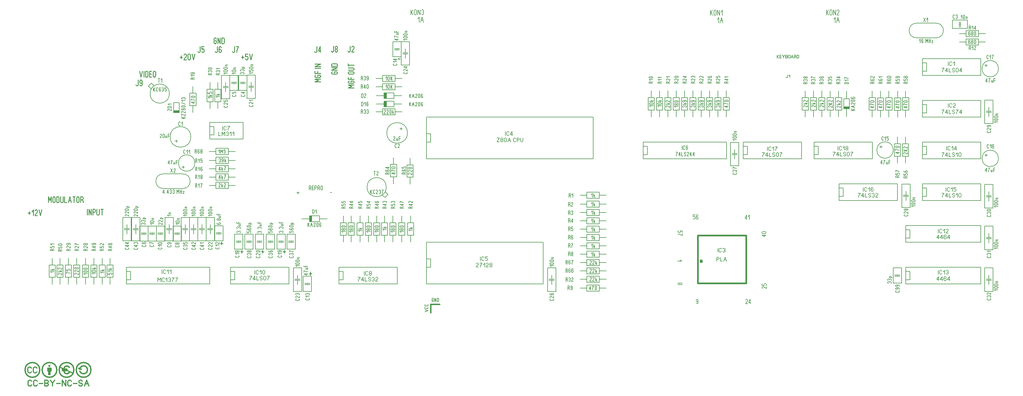
<source format=gbr>
%FSLAX34Y34*%
%MOMM*%
%LNSILK_TOP*%
G71*
G01*
%ADD10C,0.150*%
%ADD11C,0.206*%
%ADD12C,0.159*%
%ADD13C,0.100*%
%ADD14C,0.200*%
%ADD15C,0.167*%
%ADD16C,0.191*%
%ADD17C,0.400*%
%ADD18C,0.222*%
%ADD19C,0.500*%
%ADD20C,0.318*%
%ADD21C,0.300*%
%ADD22C,0.413*%
%LPD*%
G54D10*
X2722562Y407988D02*
X2722562Y357188D01*
X2951162Y357188D01*
X2951162Y407988D01*
X2722562Y407988D01*
G54D10*
X2722562Y395288D02*
X2722562Y369888D01*
X2735262Y369888D01*
X2735262Y395288D01*
X2722562Y395288D01*
G54D11*
X2821824Y386975D02*
X2821824Y398531D01*
G54D11*
X2832802Y389142D02*
X2831935Y387697D01*
X2830202Y386975D01*
X2828468Y386975D01*
X2826735Y387697D01*
X2825868Y389142D01*
X2825868Y396364D01*
X2826735Y397808D01*
X2828468Y398531D01*
X2830202Y398531D01*
X2831935Y397808D01*
X2832802Y396364D01*
G54D11*
X2836846Y394197D02*
X2841179Y398531D01*
X2841179Y386975D01*
G54D11*
X2845222Y396364D02*
X2846089Y397808D01*
X2847822Y398531D01*
X2849556Y398531D01*
X2851289Y397808D01*
X2852156Y396364D01*
X2852156Y394919D01*
X2851289Y393475D01*
X2849556Y392753D01*
X2851289Y392031D01*
X2852156Y390586D01*
X2852156Y389142D01*
X2851289Y387697D01*
X2849556Y386975D01*
X2847822Y386975D01*
X2846089Y387697D01*
X2845222Y389142D01*
G54D11*
X2822262Y367475D02*
X2822262Y379031D01*
X2817062Y371808D01*
X2817062Y370364D01*
X2823995Y370364D01*
G54D11*
X2833239Y367475D02*
X2833239Y379031D01*
X2828039Y371808D01*
X2828039Y370364D01*
X2834972Y370364D01*
G54D11*
X2845949Y376864D02*
X2845083Y378308D01*
X2843349Y379031D01*
X2841616Y379031D01*
X2839883Y378308D01*
X2839016Y376864D01*
X2839016Y373253D01*
X2839016Y372531D01*
X2841616Y373975D01*
X2843349Y373975D01*
X2845083Y373253D01*
X2845949Y371808D01*
X2845949Y369642D01*
X2845083Y368197D01*
X2843349Y367475D01*
X2841616Y367475D01*
X2839883Y368197D01*
X2839016Y369642D01*
X2839016Y373253D01*
G54D11*
X2855193Y367475D02*
X2855193Y379031D01*
X2849993Y371808D01*
X2849993Y370364D01*
X2856926Y370364D01*
G54D10*
X2722562Y534988D02*
X2722562Y484188D01*
X2951162Y484188D01*
X2951162Y534988D01*
X2722562Y534988D01*
G54D10*
X2722562Y522288D02*
X2722562Y496888D01*
X2735262Y496888D01*
X2735262Y522288D01*
X2722562Y522288D01*
G54D11*
X2821824Y512388D02*
X2821824Y523943D01*
G54D11*
X2832802Y514554D02*
X2831935Y513110D01*
X2830202Y512388D01*
X2828468Y512388D01*
X2826735Y513110D01*
X2825868Y514554D01*
X2825868Y521776D01*
X2826735Y523221D01*
X2828468Y523943D01*
X2830202Y523943D01*
X2831935Y523221D01*
X2832802Y521776D01*
G54D11*
X2836846Y519610D02*
X2841179Y523943D01*
X2841179Y512388D01*
G54D11*
X2852156Y512388D02*
X2845222Y512388D01*
X2845222Y513110D01*
X2846089Y514554D01*
X2851289Y518888D01*
X2852156Y520332D01*
X2852156Y521776D01*
X2851289Y523221D01*
X2849556Y523943D01*
X2847822Y523943D01*
X2846089Y523221D01*
X2845222Y521776D01*
G54D11*
X2822262Y494475D02*
X2822262Y506031D01*
X2817062Y498808D01*
X2817062Y497364D01*
X2823995Y497364D01*
G54D11*
X2833239Y494475D02*
X2833239Y506031D01*
X2828039Y498808D01*
X2828039Y497364D01*
X2834972Y497364D01*
G54D11*
X2845949Y503864D02*
X2845083Y505308D01*
X2843349Y506031D01*
X2841616Y506031D01*
X2839883Y505308D01*
X2839016Y503864D01*
X2839016Y500253D01*
X2839016Y499531D01*
X2841616Y500975D01*
X2843349Y500975D01*
X2845083Y500253D01*
X2845949Y498808D01*
X2845949Y496642D01*
X2845083Y495197D01*
X2843349Y494475D01*
X2841616Y494475D01*
X2839883Y495197D01*
X2839016Y496642D01*
X2839016Y500253D01*
G54D11*
X2855193Y494475D02*
X2855193Y506031D01*
X2849993Y498808D01*
X2849993Y497364D01*
X2856926Y497364D01*
G54D10*
X2773362Y661988D02*
X2773362Y611188D01*
X2951162Y611188D01*
X2951162Y661988D01*
X2773362Y661988D01*
G54D10*
X2773362Y649288D02*
X2773362Y623888D01*
X2786062Y623888D01*
X2786062Y649288D01*
X2773362Y649288D01*
G54D11*
X2845637Y639388D02*
X2845637Y650943D01*
G54D11*
X2856614Y641554D02*
X2855748Y640110D01*
X2854014Y639388D01*
X2852281Y639388D01*
X2850548Y640110D01*
X2849681Y641554D01*
X2849681Y648776D01*
X2850548Y650221D01*
X2852281Y650943D01*
X2854014Y650943D01*
X2855748Y650221D01*
X2856614Y648776D01*
G54D11*
X2860658Y646610D02*
X2864991Y650943D01*
X2864991Y639388D01*
G54D11*
X2875968Y650943D02*
X2869035Y650943D01*
X2869035Y645888D01*
X2869902Y645888D01*
X2871635Y646610D01*
X2873368Y646610D01*
X2875102Y645888D01*
X2875968Y644443D01*
X2875968Y641554D01*
X2875102Y640110D01*
X2873368Y639388D01*
X2871635Y639388D01*
X2869902Y640110D01*
X2869035Y641554D01*
G54D11*
X2832937Y633030D02*
X2839870Y633030D01*
X2839004Y631586D01*
X2837270Y629419D01*
X2835537Y626530D01*
X2834670Y624364D01*
X2834670Y621475D01*
G54D11*
X2849114Y621475D02*
X2849114Y633030D01*
X2843914Y625808D01*
X2843914Y624364D01*
X2850847Y624364D01*
G54D11*
X2854891Y633030D02*
X2854891Y621475D01*
X2860958Y621475D01*
G54D11*
X2865002Y623642D02*
X2865869Y622197D01*
X2867602Y621475D01*
X2869335Y621475D01*
X2871069Y622197D01*
X2871935Y623642D01*
X2871935Y625086D01*
X2871069Y626530D01*
X2869335Y627253D01*
X2867602Y627253D01*
X2865869Y627975D01*
X2865002Y629419D01*
X2865002Y630864D01*
X2865869Y632308D01*
X2867602Y633030D01*
X2869335Y633030D01*
X2871069Y632308D01*
X2871935Y630864D01*
G54D11*
X2875979Y628697D02*
X2880312Y633030D01*
X2880312Y621475D01*
G54D11*
X2891289Y630864D02*
X2891289Y623642D01*
X2890423Y622197D01*
X2888689Y621475D01*
X2886956Y621475D01*
X2885223Y622197D01*
X2884356Y623642D01*
X2884356Y630864D01*
X2885223Y632308D01*
X2886956Y633030D01*
X2888689Y633030D01*
X2890423Y632308D01*
X2891289Y630864D01*
G54D10*
X2519362Y661988D02*
X2519362Y611188D01*
X2697162Y611188D01*
X2697162Y661988D01*
X2519362Y661988D01*
G54D10*
X2519362Y649288D02*
X2519362Y623888D01*
X2532062Y623888D01*
X2532062Y649288D01*
X2519362Y649288D01*
G54D11*
X2593224Y639388D02*
X2593224Y650943D01*
G54D11*
X2604202Y641554D02*
X2603335Y640110D01*
X2601602Y639388D01*
X2599868Y639388D01*
X2598135Y640110D01*
X2597268Y641554D01*
X2597268Y648776D01*
X2598135Y650221D01*
X2599868Y650943D01*
X2601602Y650943D01*
X2603335Y650221D01*
X2604202Y648776D01*
G54D11*
X2608246Y646610D02*
X2612579Y650943D01*
X2612579Y639388D01*
G54D11*
X2623556Y648776D02*
X2622689Y650221D01*
X2620956Y650943D01*
X2619222Y650943D01*
X2617489Y650221D01*
X2616622Y648776D01*
X2616622Y645165D01*
X2616622Y644443D01*
X2619222Y645888D01*
X2620956Y645888D01*
X2622689Y645165D01*
X2623556Y643721D01*
X2623556Y641554D01*
X2622689Y640110D01*
X2620956Y639388D01*
X2619222Y639388D01*
X2617489Y640110D01*
X2616622Y641554D01*
X2616622Y645165D01*
G54D11*
X2577350Y633031D02*
X2584283Y633031D01*
X2583416Y631586D01*
X2581683Y629419D01*
X2579950Y626531D01*
X2579083Y624364D01*
X2579083Y621475D01*
G54D11*
X2593526Y621475D02*
X2593526Y633031D01*
X2588326Y625808D01*
X2588326Y624364D01*
X2595260Y624364D01*
G54D11*
X2599304Y633031D02*
X2599304Y621475D01*
X2605370Y621475D01*
G54D11*
X2609414Y623642D02*
X2610281Y622197D01*
X2612014Y621475D01*
X2613748Y621475D01*
X2615481Y622197D01*
X2616348Y623642D01*
X2616348Y625086D01*
X2615481Y626531D01*
X2613748Y627253D01*
X2612014Y627253D01*
X2610281Y627975D01*
X2609414Y629419D01*
X2609414Y630864D01*
X2610281Y632308D01*
X2612014Y633031D01*
X2613748Y633031D01*
X2615481Y632308D01*
X2616348Y630864D01*
G54D11*
X2620392Y630864D02*
X2621258Y632308D01*
X2622992Y633031D01*
X2624725Y633031D01*
X2626458Y632308D01*
X2627325Y630864D01*
X2627325Y629419D01*
X2626458Y627975D01*
X2624725Y627253D01*
X2626458Y626531D01*
X2627325Y625086D01*
X2627325Y623642D01*
X2626458Y622197D01*
X2624725Y621475D01*
X2622992Y621475D01*
X2621258Y622197D01*
X2620392Y623642D01*
G54D11*
X2638302Y621475D02*
X2631368Y621475D01*
X2631368Y622197D01*
X2632235Y623642D01*
X2637435Y627975D01*
X2638302Y629419D01*
X2638302Y630864D01*
X2637435Y632308D01*
X2635702Y633031D01*
X2633968Y633031D01*
X2632235Y632308D01*
X2631368Y630864D01*
G54D10*
X2773362Y788988D02*
X2773362Y738188D01*
X2951162Y738188D01*
X2951162Y788988D01*
X2773362Y788988D01*
G54D10*
X2773362Y776288D02*
X2773362Y750888D01*
X2786062Y750888D01*
X2786062Y776288D01*
X2773362Y776288D01*
G54D11*
X2847224Y764800D02*
X2847224Y776356D01*
G54D11*
X2858202Y766967D02*
X2857335Y765522D01*
X2855602Y764800D01*
X2853868Y764800D01*
X2852135Y765522D01*
X2851268Y766967D01*
X2851268Y774189D01*
X2852135Y775633D01*
X2853868Y776356D01*
X2855602Y776356D01*
X2857335Y775633D01*
X2858202Y774189D01*
G54D11*
X2862246Y772022D02*
X2866579Y776356D01*
X2866579Y764800D01*
G54D11*
X2875822Y764800D02*
X2875822Y776356D01*
X2870622Y769133D01*
X2870622Y767689D01*
X2877556Y767689D01*
G54D11*
X2832937Y756856D02*
X2839870Y756856D01*
X2839004Y755411D01*
X2837270Y753244D01*
X2835537Y750356D01*
X2834670Y748189D01*
X2834670Y745300D01*
G54D11*
X2849114Y745300D02*
X2849114Y756856D01*
X2843914Y749633D01*
X2843914Y748189D01*
X2850847Y748189D01*
G54D11*
X2854891Y756856D02*
X2854891Y745300D01*
X2860958Y745300D01*
G54D11*
X2865002Y747467D02*
X2865869Y746022D01*
X2867602Y745300D01*
X2869335Y745300D01*
X2871069Y746022D01*
X2871935Y747467D01*
X2871935Y748911D01*
X2871069Y750356D01*
X2869335Y751078D01*
X2867602Y751078D01*
X2865869Y751800D01*
X2865002Y753244D01*
X2865002Y754689D01*
X2865869Y756133D01*
X2867602Y756856D01*
X2869335Y756856D01*
X2871069Y756133D01*
X2871935Y754689D01*
G54D11*
X2875979Y752522D02*
X2880312Y756856D01*
X2880312Y745300D01*
G54D11*
X2891289Y754689D02*
X2891289Y747467D01*
X2890423Y746022D01*
X2888689Y745300D01*
X2886956Y745300D01*
X2885223Y746022D01*
X2884356Y747467D01*
X2884356Y754689D01*
X2885223Y756133D01*
X2886956Y756856D01*
X2888689Y756856D01*
X2890423Y756133D01*
X2891289Y754689D01*
G54D10*
X2773362Y915988D02*
X2773362Y865188D01*
X2951162Y865188D01*
X2951162Y915988D01*
X2773362Y915988D01*
G54D10*
X2773362Y903288D02*
X2773362Y877888D01*
X2786062Y877888D01*
X2786062Y903288D01*
X2773362Y903288D01*
G54D11*
X2851987Y894975D02*
X2851987Y906531D01*
G54D11*
X2862964Y897142D02*
X2862098Y895697D01*
X2860364Y894975D01*
X2858631Y894975D01*
X2856898Y895697D01*
X2856031Y897142D01*
X2856031Y904364D01*
X2856898Y905808D01*
X2858631Y906531D01*
X2860364Y906531D01*
X2862098Y905808D01*
X2862964Y904364D01*
G54D11*
X2873941Y894975D02*
X2867008Y894975D01*
X2867008Y895697D01*
X2867875Y897142D01*
X2873075Y901475D01*
X2873941Y902919D01*
X2873941Y904364D01*
X2873075Y905808D01*
X2871341Y906531D01*
X2869608Y906531D01*
X2867875Y905808D01*
X2867008Y904364D01*
G54D11*
X2832937Y887031D02*
X2839870Y887031D01*
X2839004Y885586D01*
X2837270Y883419D01*
X2835537Y880531D01*
X2834670Y878364D01*
X2834670Y875475D01*
G54D11*
X2849114Y875475D02*
X2849114Y887031D01*
X2843914Y879808D01*
X2843914Y878364D01*
X2850847Y878364D01*
G54D11*
X2854891Y887031D02*
X2854891Y875475D01*
X2860958Y875475D01*
G54D11*
X2865002Y877642D02*
X2865869Y876197D01*
X2867602Y875475D01*
X2869335Y875475D01*
X2871069Y876197D01*
X2871935Y877642D01*
X2871935Y879086D01*
X2871069Y880531D01*
X2869335Y881253D01*
X2867602Y881253D01*
X2865869Y881975D01*
X2865002Y883419D01*
X2865002Y884864D01*
X2865869Y886308D01*
X2867602Y887031D01*
X2869335Y887031D01*
X2871069Y886308D01*
X2871935Y884864D01*
G54D11*
X2875979Y887031D02*
X2882912Y887031D01*
X2882046Y885586D01*
X2880312Y883419D01*
X2878579Y880531D01*
X2877712Y878364D01*
X2877712Y875475D01*
G54D11*
X2892156Y875475D02*
X2892156Y887031D01*
X2886956Y879808D01*
X2886956Y878364D01*
X2893889Y878364D01*
G54D10*
X2773362Y1042988D02*
X2773362Y992188D01*
X2951162Y992188D01*
X2951162Y1042988D01*
X2773362Y1042988D01*
G54D10*
X2773362Y1030288D02*
X2773362Y1004888D01*
X2786062Y1004888D01*
X2786062Y1030288D01*
X2773362Y1030288D01*
G54D11*
X2851987Y1021975D02*
X2851987Y1033531D01*
G54D11*
X2862964Y1024142D02*
X2862098Y1022697D01*
X2860364Y1021975D01*
X2858631Y1021975D01*
X2856898Y1022697D01*
X2856031Y1024142D01*
X2856031Y1031364D01*
X2856898Y1032808D01*
X2858631Y1033531D01*
X2860364Y1033531D01*
X2862098Y1032808D01*
X2862964Y1031364D01*
G54D11*
X2867008Y1029197D02*
X2871341Y1033531D01*
X2871341Y1021975D01*
G54D11*
X2832937Y1014031D02*
X2839870Y1014031D01*
X2839004Y1012586D01*
X2837270Y1010419D01*
X2835537Y1007531D01*
X2834670Y1005364D01*
X2834670Y1002475D01*
G54D11*
X2849114Y1002475D02*
X2849114Y1014031D01*
X2843914Y1006808D01*
X2843914Y1005364D01*
X2850847Y1005364D01*
G54D11*
X2854891Y1014031D02*
X2854891Y1002475D01*
X2860958Y1002475D01*
G54D11*
X2865002Y1004642D02*
X2865869Y1003197D01*
X2867602Y1002475D01*
X2869335Y1002475D01*
X2871069Y1003197D01*
X2871935Y1004642D01*
X2871935Y1006086D01*
X2871069Y1007531D01*
X2869335Y1008253D01*
X2867602Y1008253D01*
X2865869Y1008975D01*
X2865002Y1010419D01*
X2865002Y1011864D01*
X2865869Y1013308D01*
X2867602Y1014031D01*
X2869335Y1014031D01*
X2871069Y1013308D01*
X2871935Y1011864D01*
G54D11*
X2882912Y1011864D02*
X2882912Y1004642D01*
X2882046Y1003197D01*
X2880312Y1002475D01*
X2878579Y1002475D01*
X2876846Y1003197D01*
X2875979Y1004642D01*
X2875979Y1011864D01*
X2876846Y1013308D01*
X2878579Y1014031D01*
X2880312Y1014031D01*
X2882046Y1013308D01*
X2882912Y1011864D01*
G54D11*
X2892156Y1002475D02*
X2892156Y1014031D01*
X2886956Y1006808D01*
X2886956Y1005364D01*
X2893889Y1005364D01*
G54D10*
X2443162Y788988D02*
X2443162Y738188D01*
X2620962Y738188D01*
X2620962Y788988D01*
X2443162Y788988D01*
G54D10*
X2443162Y776288D02*
X2443162Y750888D01*
X2455862Y750888D01*
X2455862Y776288D01*
X2443162Y776288D01*
G54D11*
X2516018Y764596D02*
X2516018Y776152D01*
G54D11*
X2526996Y766763D02*
X2526129Y765319D01*
X2524396Y764596D01*
X2522662Y764596D01*
X2520929Y765319D01*
X2520062Y766763D01*
X2520062Y773985D01*
X2520929Y775430D01*
X2522662Y776152D01*
X2524396Y776152D01*
X2526129Y775430D01*
X2526996Y773985D01*
G54D11*
X2531039Y771819D02*
X2535372Y776152D01*
X2535372Y764596D01*
G54D11*
X2543750Y770374D02*
X2542016Y770374D01*
X2540283Y771096D01*
X2539416Y772541D01*
X2539416Y773985D01*
X2540283Y775430D01*
X2542016Y776152D01*
X2543750Y776152D01*
X2545483Y775430D01*
X2546350Y773985D01*
X2546350Y772541D01*
X2545483Y771096D01*
X2543750Y770374D01*
X2545483Y769652D01*
X2546350Y768207D01*
X2546350Y766763D01*
X2545483Y765319D01*
X2543750Y764596D01*
X2542016Y764596D01*
X2540283Y765319D01*
X2539416Y766763D01*
X2539416Y768207D01*
X2540283Y769652D01*
X2542016Y770374D01*
G54D11*
X2501150Y758443D02*
X2508083Y758443D01*
X2507216Y756999D01*
X2505483Y754832D01*
X2503750Y751943D01*
X2502883Y749776D01*
X2502883Y746888D01*
G54D11*
X2517326Y746888D02*
X2517326Y758443D01*
X2512126Y751221D01*
X2512126Y749776D01*
X2519060Y749776D01*
G54D11*
X2523104Y758443D02*
X2523104Y746888D01*
X2529170Y746888D01*
G54D11*
X2533214Y749054D02*
X2534081Y747610D01*
X2535814Y746888D01*
X2537548Y746888D01*
X2539281Y747610D01*
X2540148Y749054D01*
X2540148Y750499D01*
X2539281Y751943D01*
X2537548Y752665D01*
X2535814Y752665D01*
X2534081Y753388D01*
X2533214Y754832D01*
X2533214Y756276D01*
X2534081Y757721D01*
X2535814Y758443D01*
X2537548Y758443D01*
X2539281Y757721D01*
X2540148Y756276D01*
G54D11*
X2551125Y756276D02*
X2551125Y749054D01*
X2550258Y747610D01*
X2548525Y746888D01*
X2546792Y746888D01*
X2545058Y747610D01*
X2544192Y749054D01*
X2544192Y756276D01*
X2545058Y757721D01*
X2546792Y758443D01*
X2548525Y758443D01*
X2550258Y757721D01*
X2551125Y756276D01*
G54D11*
X2555168Y758443D02*
X2562102Y758443D01*
X2561235Y756999D01*
X2559502Y754832D01*
X2557768Y751943D01*
X2556902Y749776D01*
X2556902Y746888D01*
G54D10*
X2227262Y788988D02*
X2227262Y738188D01*
X2405062Y738188D01*
X2405062Y788988D01*
X2227262Y788988D01*
G54D10*
X2227262Y776288D02*
X2227262Y750888D01*
X2239962Y750888D01*
X2239962Y776288D01*
X2227262Y776288D01*
G54D11*
X2301124Y763212D02*
X2301124Y774768D01*
G54D11*
X2312102Y765379D02*
X2311235Y763935D01*
X2309502Y763212D01*
X2307768Y763212D01*
X2306035Y763935D01*
X2305168Y765379D01*
X2305168Y772601D01*
X2306035Y774046D01*
X2307768Y774768D01*
X2309502Y774768D01*
X2311235Y774046D01*
X2312102Y772601D01*
G54D11*
X2316146Y770435D02*
X2320479Y774768D01*
X2320479Y763212D01*
G54D11*
X2324522Y774768D02*
X2331456Y774768D01*
X2330589Y773324D01*
X2328856Y771157D01*
X2327122Y768268D01*
X2326256Y766101D01*
X2326256Y763212D01*
G54D11*
X2285250Y756856D02*
X2292183Y756856D01*
X2291316Y755411D01*
X2289583Y753244D01*
X2287850Y750356D01*
X2286983Y748189D01*
X2286983Y745300D01*
G54D11*
X2301426Y745300D02*
X2301426Y756856D01*
X2296226Y749633D01*
X2296226Y748189D01*
X2303160Y748189D01*
G54D11*
X2307204Y756856D02*
X2307204Y745300D01*
X2313270Y745300D01*
G54D11*
X2317314Y747467D02*
X2318181Y746022D01*
X2319914Y745300D01*
X2321648Y745300D01*
X2323381Y746022D01*
X2324248Y747467D01*
X2324248Y748911D01*
X2323381Y750356D01*
X2321648Y751078D01*
X2319914Y751078D01*
X2318181Y751800D01*
X2317314Y753244D01*
X2317314Y754689D01*
X2318181Y756133D01*
X2319914Y756856D01*
X2321648Y756856D01*
X2323381Y756133D01*
X2324248Y754689D01*
G54D11*
X2335225Y754689D02*
X2335225Y747467D01*
X2334358Y746022D01*
X2332625Y745300D01*
X2330892Y745300D01*
X2329158Y746022D01*
X2328292Y747467D01*
X2328292Y754689D01*
X2329158Y756133D01*
X2330892Y756856D01*
X2332625Y756856D01*
X2334358Y756133D01*
X2335225Y754689D01*
G54D11*
X2339268Y756856D02*
X2346202Y756856D01*
X2345335Y755411D01*
X2343602Y753244D01*
X2341868Y750356D01*
X2341002Y748189D01*
X2341002Y745300D01*
G54D10*
X1922462Y788988D02*
X1922462Y738188D01*
X2176462Y738188D01*
X2176462Y788988D01*
X1922462Y788988D01*
G54D10*
X1922462Y776288D02*
X1922462Y750888D01*
X1935162Y750888D01*
X1935162Y776288D01*
X1922462Y776288D01*
G54D11*
X2040774Y766388D02*
X2040774Y777943D01*
G54D11*
X2049441Y768554D02*
X2048863Y767110D01*
X2047707Y766388D01*
X2046552Y766388D01*
X2045396Y767110D01*
X2044818Y768554D01*
X2044818Y775776D01*
X2045396Y777221D01*
X2046552Y777943D01*
X2047707Y777943D01*
X2048863Y777221D01*
X2049441Y775776D01*
G54D11*
X2058107Y775776D02*
X2057529Y777221D01*
X2056373Y777943D01*
X2055218Y777943D01*
X2054062Y777221D01*
X2053484Y775776D01*
X2053484Y772165D01*
X2053484Y771443D01*
X2055218Y772888D01*
X2056373Y772888D01*
X2057529Y772165D01*
X2058107Y770721D01*
X2058107Y768554D01*
X2057529Y767110D01*
X2056373Y766388D01*
X2055218Y766388D01*
X2054062Y767110D01*
X2053484Y768554D01*
X2053484Y772165D01*
G54D11*
X2022309Y758253D02*
X2026931Y758253D01*
X2026353Y756809D01*
X2025198Y754642D01*
X2024042Y751753D01*
X2023464Y749587D01*
X2023464Y746698D01*
G54D11*
X2034441Y746698D02*
X2034441Y758253D01*
X2030975Y751031D01*
X2030975Y749587D01*
X2035597Y749587D01*
G54D11*
X2039641Y758253D02*
X2039641Y746698D01*
X2043685Y746698D01*
G54D11*
X2047729Y748864D02*
X2048306Y747420D01*
X2049462Y746698D01*
X2050618Y746698D01*
X2051773Y747420D01*
X2052351Y748864D01*
X2052351Y750309D01*
X2051773Y751753D01*
X2050618Y752476D01*
X2049462Y752476D01*
X2048306Y753198D01*
X2047729Y754642D01*
X2047729Y756087D01*
X2048306Y757531D01*
X2049462Y758253D01*
X2050618Y758253D01*
X2051773Y757531D01*
X2052351Y756087D01*
G54D11*
X2061017Y746698D02*
X2056395Y746698D01*
X2056395Y747420D01*
X2056972Y748864D01*
X2060439Y753198D01*
X2061017Y754642D01*
X2061017Y756087D01*
X2060439Y757531D01*
X2059284Y758253D01*
X2058128Y758253D01*
X2056972Y757531D01*
X2056395Y756087D01*
G54D11*
X2068527Y746698D02*
X2068527Y758253D01*
X2065060Y751031D01*
X2065060Y749587D01*
X2069683Y749587D01*
G54D11*
X2077193Y746698D02*
X2077193Y758253D01*
X2073726Y751031D01*
X2073726Y749587D01*
X2078349Y749587D01*
G54D10*
X1262062Y865188D02*
X1262062Y738188D01*
X1770062Y738188D01*
X1770062Y865188D01*
X1262062Y865188D01*
G54D10*
X1262062Y814388D02*
X1262062Y788988D01*
X1274762Y788988D01*
X1274762Y814388D01*
X1262062Y814388D01*
G54D11*
X1502612Y809250D02*
X1502612Y820806D01*
G54D11*
X1513589Y811417D02*
X1512723Y809972D01*
X1510989Y809250D01*
X1509256Y809250D01*
X1507523Y809972D01*
X1506656Y811417D01*
X1506656Y818639D01*
X1507523Y820083D01*
X1509256Y820806D01*
X1510989Y820806D01*
X1512723Y820083D01*
X1513589Y818639D01*
G54D11*
X1522833Y809250D02*
X1522833Y820806D01*
X1517633Y813583D01*
X1517633Y812139D01*
X1524566Y812139D01*
G54D11*
X1477212Y801306D02*
X1484145Y801306D01*
X1477212Y789750D01*
X1484145Y789750D01*
G54D11*
X1492522Y795528D02*
X1490789Y795528D01*
X1489056Y796250D01*
X1488189Y797694D01*
X1488189Y799139D01*
X1489056Y800583D01*
X1490789Y801306D01*
X1492522Y801306D01*
X1494256Y800583D01*
X1495122Y799139D01*
X1495122Y797694D01*
X1494256Y796250D01*
X1492522Y795528D01*
X1494256Y794806D01*
X1495122Y793361D01*
X1495122Y791917D01*
X1494256Y790472D01*
X1492522Y789750D01*
X1490789Y789750D01*
X1489056Y790472D01*
X1488189Y791917D01*
X1488189Y793361D01*
X1489056Y794806D01*
X1490789Y795528D01*
G54D11*
X1506099Y799139D02*
X1506099Y791917D01*
X1505233Y790472D01*
X1503499Y789750D01*
X1501766Y789750D01*
X1500033Y790472D01*
X1499166Y791917D01*
X1499166Y799139D01*
X1500033Y800583D01*
X1501766Y801306D01*
X1503499Y801306D01*
X1505233Y800583D01*
X1506099Y799139D01*
G54D11*
X1510143Y789750D02*
X1514476Y801306D01*
X1518810Y789750D01*
G54D11*
X1511876Y794083D02*
X1517076Y794083D01*
G54D11*
X1534004Y791917D02*
X1533138Y790472D01*
X1531404Y789750D01*
X1529671Y789750D01*
X1527938Y790472D01*
X1527071Y791917D01*
X1527071Y799139D01*
X1527938Y800583D01*
X1529671Y801306D01*
X1531404Y801306D01*
X1533138Y800583D01*
X1534004Y799139D01*
G54D11*
X1538048Y789750D02*
X1538048Y801306D01*
X1542381Y801306D01*
X1544115Y800583D01*
X1544981Y799139D01*
X1544981Y797694D01*
X1544115Y796250D01*
X1542381Y795528D01*
X1538048Y795528D01*
G54D11*
X1549025Y801306D02*
X1549025Y791917D01*
X1549892Y790472D01*
X1551625Y789750D01*
X1553358Y789750D01*
X1555092Y790472D01*
X1555958Y791917D01*
X1555958Y801306D01*
G54D10*
X347662Y407988D02*
X347662Y357188D01*
X601662Y357188D01*
X601662Y407988D01*
X347662Y407988D01*
G54D10*
X347662Y395288D02*
X347662Y369888D01*
X360362Y369888D01*
X360362Y395288D01*
X347662Y395288D01*
G54D11*
X456450Y388562D02*
X456450Y400118D01*
G54D11*
X467427Y390729D02*
X466560Y389285D01*
X464827Y388562D01*
X463094Y388562D01*
X461360Y389285D01*
X460494Y390729D01*
X460494Y397951D01*
X461360Y399396D01*
X463094Y400118D01*
X464827Y400118D01*
X466560Y399396D01*
X467427Y397951D01*
G54D11*
X471470Y395785D02*
X475804Y400118D01*
X475804Y388562D01*
G54D11*
X479848Y395785D02*
X484181Y400118D01*
X484181Y388562D01*
G54D11*
X443750Y364300D02*
X443750Y375856D01*
X448083Y368633D01*
X452416Y375856D01*
X452416Y364300D01*
G54D11*
X463394Y366467D02*
X462527Y365022D01*
X460794Y364300D01*
X459060Y364300D01*
X457327Y365022D01*
X456460Y366467D01*
X456460Y373689D01*
X457327Y375133D01*
X459060Y375856D01*
X460794Y375856D01*
X462527Y375133D01*
X463394Y373689D01*
G54D11*
X467438Y371522D02*
X471771Y375856D01*
X471771Y364300D01*
G54D11*
X475814Y373689D02*
X476681Y375133D01*
X478414Y375856D01*
X480148Y375856D01*
X481881Y375133D01*
X482748Y373689D01*
X482748Y372244D01*
X481881Y370800D01*
X480148Y370078D01*
X481881Y369356D01*
X482748Y367911D01*
X482748Y366467D01*
X481881Y365022D01*
X480148Y364300D01*
X478414Y364300D01*
X476681Y365022D01*
X475814Y366467D01*
G54D11*
X486792Y375856D02*
X493725Y375856D01*
X492858Y374411D01*
X491125Y372244D01*
X489392Y369356D01*
X488525Y367189D01*
X488525Y364300D01*
G54D11*
X497768Y375856D02*
X504702Y375856D01*
X503835Y374411D01*
X502102Y372244D01*
X500368Y369356D01*
X499502Y367189D01*
X499502Y364300D01*
G54D10*
X665162Y407988D02*
X665162Y357188D01*
X842962Y357188D01*
X842962Y407988D01*
X665162Y407988D01*
G54D10*
X665162Y395288D02*
X665162Y369888D01*
X677862Y369888D01*
X677862Y395288D01*
X665162Y395288D01*
G54D11*
X739024Y386975D02*
X739024Y398531D01*
G54D11*
X750002Y389142D02*
X749135Y387697D01*
X747402Y386975D01*
X745668Y386975D01*
X743935Y387697D01*
X743068Y389142D01*
X743068Y396364D01*
X743935Y397808D01*
X745668Y398531D01*
X747402Y398531D01*
X749135Y397808D01*
X750002Y396364D01*
G54D11*
X754046Y394197D02*
X758379Y398531D01*
X758379Y386975D01*
G54D11*
X769356Y396364D02*
X769356Y389142D01*
X768489Y387697D01*
X766756Y386975D01*
X765022Y386975D01*
X763289Y387697D01*
X762422Y389142D01*
X762422Y396364D01*
X763289Y397808D01*
X765022Y398531D01*
X766756Y398531D01*
X768489Y397808D01*
X769356Y396364D01*
G54D11*
X723150Y380618D02*
X730083Y380618D01*
X729216Y379174D01*
X727483Y377007D01*
X725750Y374118D01*
X724883Y371951D01*
X724883Y369062D01*
G54D11*
X739326Y369062D02*
X739326Y380618D01*
X734126Y373396D01*
X734126Y371951D01*
X741060Y371951D01*
G54D11*
X745104Y380618D02*
X745104Y369062D01*
X751170Y369062D01*
G54D11*
X755214Y371229D02*
X756081Y369785D01*
X757814Y369062D01*
X759548Y369062D01*
X761281Y369785D01*
X762148Y371229D01*
X762148Y372674D01*
X761281Y374118D01*
X759548Y374840D01*
X757814Y374840D01*
X756081Y375562D01*
X755214Y377007D01*
X755214Y378451D01*
X756081Y379896D01*
X757814Y380618D01*
X759548Y380618D01*
X761281Y379896D01*
X762148Y378451D01*
G54D11*
X773125Y378451D02*
X773125Y371229D01*
X772258Y369785D01*
X770525Y369062D01*
X768792Y369062D01*
X767058Y369785D01*
X766192Y371229D01*
X766192Y378451D01*
X767058Y379896D01*
X768792Y380618D01*
X770525Y380618D01*
X772258Y379896D01*
X773125Y378451D01*
G54D11*
X777168Y380618D02*
X784102Y380618D01*
X783235Y379174D01*
X781502Y377007D01*
X779768Y374118D01*
X778902Y371951D01*
X778902Y369062D01*
G54D10*
X995362Y407988D02*
X995362Y357188D01*
X1173162Y357188D01*
X1173162Y407988D01*
X995362Y407988D01*
G54D10*
X995362Y395288D02*
X995362Y369888D01*
X1008062Y369888D01*
X1008062Y395288D01*
X995362Y395288D01*
G54D11*
X1072400Y383800D02*
X1072400Y395356D01*
G54D11*
X1083377Y385967D02*
X1082510Y384522D01*
X1080777Y383800D01*
X1079044Y383800D01*
X1077310Y384522D01*
X1076444Y385967D01*
X1076444Y393189D01*
X1077310Y394633D01*
X1079044Y395356D01*
X1080777Y395356D01*
X1082510Y394633D01*
X1083377Y393189D01*
G54D11*
X1091754Y389578D02*
X1090020Y389578D01*
X1088287Y390300D01*
X1087420Y391744D01*
X1087420Y393189D01*
X1088287Y394633D01*
X1090020Y395356D01*
X1091754Y395356D01*
X1093487Y394633D01*
X1094354Y393189D01*
X1094354Y391744D01*
X1093487Y390300D01*
X1091754Y389578D01*
X1093487Y388856D01*
X1094354Y387411D01*
X1094354Y385967D01*
X1093487Y384522D01*
X1091754Y383800D01*
X1090020Y383800D01*
X1088287Y384522D01*
X1087420Y385967D01*
X1087420Y387411D01*
X1088287Y388856D01*
X1090020Y389578D01*
G54D11*
X1053350Y377443D02*
X1060283Y377443D01*
X1059416Y375999D01*
X1057683Y373832D01*
X1055950Y370943D01*
X1055083Y368776D01*
X1055083Y365888D01*
G54D11*
X1069526Y365888D02*
X1069526Y377443D01*
X1064326Y370221D01*
X1064326Y368776D01*
X1071260Y368776D01*
G54D11*
X1075304Y377443D02*
X1075304Y365888D01*
X1081370Y365888D01*
G54D11*
X1085414Y368054D02*
X1086281Y366610D01*
X1088014Y365888D01*
X1089748Y365888D01*
X1091481Y366610D01*
X1092348Y368054D01*
X1092348Y369499D01*
X1091481Y370943D01*
X1089748Y371665D01*
X1088014Y371665D01*
X1086281Y372388D01*
X1085414Y373832D01*
X1085414Y375276D01*
X1086281Y376721D01*
X1088014Y377443D01*
X1089748Y377443D01*
X1091481Y376721D01*
X1092348Y375276D01*
G54D11*
X1096392Y375276D02*
X1097258Y376721D01*
X1098992Y377443D01*
X1100725Y377443D01*
X1102458Y376721D01*
X1103325Y375276D01*
X1103325Y373832D01*
X1102458Y372388D01*
X1100725Y371665D01*
X1102458Y370943D01*
X1103325Y369499D01*
X1103325Y368054D01*
X1102458Y366610D01*
X1100725Y365888D01*
X1098992Y365888D01*
X1097258Y366610D01*
X1096392Y368054D01*
G54D11*
X1114302Y365888D02*
X1107368Y365888D01*
X1107368Y366610D01*
X1108235Y368054D01*
X1113435Y372388D01*
X1114302Y373832D01*
X1114302Y375276D01*
X1113435Y376721D01*
X1111702Y377443D01*
X1109968Y377443D01*
X1108235Y376721D01*
X1107368Y375276D01*
G54D10*
X1262062Y484188D02*
X1262062Y357188D01*
X1617662Y357188D01*
X1617662Y484188D01*
X1262062Y484188D01*
G54D10*
X1262062Y433388D02*
X1262062Y407988D01*
X1274762Y407988D01*
X1274762Y433388D01*
X1262062Y433388D01*
G54D11*
X1426412Y428250D02*
X1426412Y439806D01*
G54D11*
X1437389Y430417D02*
X1436523Y428972D01*
X1434789Y428250D01*
X1433056Y428250D01*
X1431323Y428972D01*
X1430456Y430417D01*
X1430456Y437639D01*
X1431323Y439083D01*
X1433056Y439806D01*
X1434789Y439806D01*
X1436523Y439083D01*
X1437389Y437639D01*
G54D11*
X1448366Y439806D02*
X1441433Y439806D01*
X1441433Y434750D01*
X1442300Y434750D01*
X1444033Y435472D01*
X1445766Y435472D01*
X1447500Y434750D01*
X1448366Y433306D01*
X1448366Y430417D01*
X1447500Y428972D01*
X1445766Y428250D01*
X1444033Y428250D01*
X1442300Y428972D01*
X1441433Y430417D01*
G54D11*
X1420645Y408750D02*
X1413712Y408750D01*
X1413712Y409472D01*
X1414579Y410917D01*
X1419779Y415250D01*
X1420645Y416694D01*
X1420645Y418139D01*
X1419779Y419583D01*
X1418045Y420306D01*
X1416312Y420306D01*
X1414579Y419583D01*
X1413712Y418139D01*
G54D11*
X1424689Y420306D02*
X1431622Y420306D01*
X1430756Y418861D01*
X1429022Y416694D01*
X1427289Y413806D01*
X1426422Y411639D01*
X1426422Y408750D01*
G54D11*
X1435666Y415972D02*
X1439999Y420306D01*
X1439999Y408750D01*
G54D11*
X1450976Y408750D02*
X1444043Y408750D01*
X1444043Y409472D01*
X1444910Y410917D01*
X1450110Y415250D01*
X1450976Y416694D01*
X1450976Y418139D01*
X1450110Y419583D01*
X1448376Y420306D01*
X1446643Y420306D01*
X1444910Y419583D01*
X1444043Y418139D01*
G54D11*
X1459353Y414528D02*
X1457620Y414528D01*
X1455887Y415250D01*
X1455020Y416694D01*
X1455020Y418139D01*
X1455887Y419583D01*
X1457620Y420306D01*
X1459353Y420306D01*
X1461087Y419583D01*
X1461953Y418139D01*
X1461953Y416694D01*
X1461087Y415250D01*
X1459353Y414528D01*
X1461087Y413806D01*
X1461953Y412361D01*
X1461953Y410917D01*
X1461087Y409472D01*
X1459353Y408750D01*
X1457620Y408750D01*
X1455887Y409472D01*
X1455020Y410917D01*
X1455020Y412361D01*
X1455887Y413806D01*
X1457620Y414528D01*
G54D10*
X601662Y849313D02*
X601662Y798513D01*
X703262Y798513D01*
X703262Y849313D01*
X601662Y849313D01*
G54D10*
X601662Y836613D02*
X601662Y811213D01*
X614362Y811213D01*
X614362Y836613D01*
X601662Y836613D01*
G54D11*
X640996Y825521D02*
X640996Y837077D01*
G54D11*
X651974Y827688D02*
X651107Y826244D01*
X649374Y825521D01*
X647640Y825521D01*
X645907Y826244D01*
X645040Y827688D01*
X645040Y834910D01*
X645907Y836355D01*
X647640Y837077D01*
X649374Y837077D01*
X651107Y836355D01*
X651974Y834910D01*
G54D11*
X656018Y837077D02*
X662951Y837077D01*
X662084Y835632D01*
X660351Y833466D01*
X658618Y830577D01*
X657751Y828410D01*
X657751Y825521D01*
G54D11*
X629090Y819958D02*
X629090Y808403D01*
X635157Y808403D01*
G54D11*
X639201Y808403D02*
X639201Y819958D01*
X643534Y812736D01*
X647868Y819958D01*
X647868Y808403D01*
G54D11*
X651912Y817792D02*
X652779Y819236D01*
X654512Y819958D01*
X656246Y819958D01*
X657979Y819236D01*
X658846Y817792D01*
X658846Y816347D01*
X657979Y814903D01*
X656246Y814180D01*
X657979Y813458D01*
X658846Y812014D01*
X658846Y810569D01*
X657979Y809125D01*
X656246Y808403D01*
X654512Y808403D01*
X652779Y809125D01*
X651912Y810569D01*
G54D11*
X662889Y815625D02*
X667222Y819958D01*
X667222Y808403D01*
G54D11*
X671266Y815625D02*
X675600Y819958D01*
X675600Y808403D01*
G54D10*
X2754962Y1150913D02*
X2815262Y1150913D01*
G54D10*
X2755062Y1106513D02*
X2815362Y1106513D01*
G54D10*
G75*
G01X2755162Y1150913D02*
G03X2755162Y1106513I0J-22200D01*
G01*
G54D10*
G75*
G01X2815262Y1106513D02*
G03X2815262Y1150913I0J22200D01*
G01*
G54D11*
X2776662Y1166994D02*
X2782440Y1155438D01*
G54D11*
X2776662Y1155438D02*
X2782440Y1166994D01*
G54D11*
X2786484Y1162660D02*
X2789373Y1166994D01*
X2789373Y1155438D01*
G54D11*
X2763962Y1098710D02*
X2766851Y1103044D01*
X2766851Y1091488D01*
G54D11*
X2775517Y1100877D02*
X2774940Y1102321D01*
X2773784Y1103044D01*
X2772628Y1103044D01*
X2771473Y1102321D01*
X2770895Y1100877D01*
X2770895Y1097266D01*
X2770895Y1096544D01*
X2772628Y1097988D01*
X2773784Y1097988D01*
X2774940Y1097266D01*
X2775517Y1095821D01*
X2775517Y1093655D01*
X2774940Y1092210D01*
X2773784Y1091488D01*
X2772628Y1091488D01*
X2771473Y1092210D01*
X2770895Y1093655D01*
X2770895Y1097266D01*
G54D11*
X2783721Y1091488D02*
X2783721Y1103044D01*
X2786610Y1095821D01*
X2789499Y1103044D01*
X2789499Y1091488D01*
G54D11*
X2793543Y1091488D02*
X2793543Y1103044D01*
G54D11*
X2798165Y1091488D02*
X2798165Y1103044D01*
G54D11*
X2793543Y1097266D02*
X2798165Y1097266D01*
G54D11*
X2802209Y1097988D02*
X2805676Y1097988D01*
X2802209Y1091488D01*
X2805676Y1091488D01*
G54D10*
X2864562Y1160463D02*
X2864562Y1135063D01*
X2910762Y1135063D01*
X2910762Y1160463D01*
X2864562Y1160463D01*
G54D10*
X2886062Y1155763D02*
X2886062Y1139763D01*
G54D10*
X2889262Y1155763D02*
X2889262Y1139763D01*
G54D10*
X2886062Y1147763D02*
X2884462Y1147763D01*
G54D10*
X2889262Y1147763D02*
X2890862Y1147763D01*
G54D11*
X2871609Y1167155D02*
X2871032Y1165710D01*
X2869876Y1164988D01*
X2868720Y1164988D01*
X2867565Y1165710D01*
X2866987Y1167155D01*
X2866987Y1174377D01*
X2867565Y1175821D01*
X2868720Y1176544D01*
X2869876Y1176544D01*
X2871032Y1175821D01*
X2871609Y1174377D01*
G54D11*
X2875653Y1174377D02*
X2876231Y1175821D01*
X2877386Y1176544D01*
X2878542Y1176544D01*
X2879698Y1175821D01*
X2880275Y1174377D01*
X2880275Y1172932D01*
X2879698Y1171488D01*
X2878542Y1170766D01*
X2879698Y1170044D01*
X2880275Y1168599D01*
X2880275Y1167155D01*
X2879698Y1165710D01*
X2878542Y1164988D01*
X2877386Y1164988D01*
X2876231Y1165710D01*
X2875653Y1167155D01*
G54D11*
X2890800Y1171760D02*
X2893688Y1176094D01*
X2893688Y1164538D01*
G54D11*
X2902355Y1173927D02*
X2902355Y1166705D01*
X2901777Y1165260D01*
X2900622Y1164538D01*
X2899466Y1164538D01*
X2898310Y1165260D01*
X2897732Y1166705D01*
X2897732Y1173927D01*
X2898310Y1175371D01*
X2899466Y1176094D01*
X2900622Y1176094D01*
X2901777Y1175371D01*
X2902355Y1173927D01*
G54D11*
X2906398Y1164538D02*
X2906398Y1171038D01*
G54D11*
X2906398Y1169594D02*
X2906976Y1170605D01*
X2908132Y1171038D01*
X2909288Y1170605D01*
X2909865Y1169594D01*
X2909865Y1164538D01*
G54D10*
X2988465Y405874D02*
X2963065Y405874D01*
X2963065Y334274D01*
X2988465Y334274D01*
X2988465Y405874D01*
G54D10*
X2983765Y371674D02*
X2967765Y371674D01*
G54D10*
X2983765Y368474D02*
X2967765Y368474D01*
G54D10*
X2975765Y384374D02*
X2975765Y371674D01*
G54D10*
X2975765Y368474D02*
X2975765Y355774D01*
G54D11*
X2979711Y312821D02*
X2981156Y312243D01*
X2981878Y311088D01*
X2981878Y309932D01*
X2981156Y308777D01*
X2979711Y308199D01*
X2972489Y308199D01*
X2971044Y308777D01*
X2970322Y309932D01*
X2970322Y311088D01*
X2971044Y312243D01*
X2972489Y312821D01*
G54D11*
X2972489Y316865D02*
X2971044Y317443D01*
X2970322Y318598D01*
X2970322Y319754D01*
X2971044Y320909D01*
X2972489Y321487D01*
X2973933Y321487D01*
X2975378Y320909D01*
X2976100Y319754D01*
X2976822Y320909D01*
X2978266Y321487D01*
X2979711Y321487D01*
X2981156Y320909D01*
X2981878Y319754D01*
X2981878Y318598D01*
X2981156Y317443D01*
X2979711Y316865D01*
G54D11*
X2981878Y330153D02*
X2981878Y325531D01*
X2981156Y325531D01*
X2979711Y326109D01*
X2975378Y329575D01*
X2973933Y330153D01*
X2972489Y330153D01*
X2971044Y329575D01*
X2970322Y328420D01*
X2970322Y327264D01*
X2971044Y326109D01*
X2972489Y325531D01*
G54D11*
X2996430Y336774D02*
X2992097Y339663D01*
X3003653Y339663D01*
G54D11*
X2994264Y348329D02*
X3001486Y348329D01*
X3002930Y347751D01*
X3003653Y346596D01*
X3003653Y345440D01*
X3002930Y344285D01*
X3001486Y343707D01*
X2994264Y343707D01*
X2992820Y344285D01*
X2992097Y345440D01*
X2992097Y346596D01*
X2992820Y347751D01*
X2994264Y348329D01*
G54D11*
X2994264Y356995D02*
X3001486Y356995D01*
X3002930Y356417D01*
X3003653Y355262D01*
X3003653Y354106D01*
X3002930Y352951D01*
X3001486Y352373D01*
X2994264Y352373D01*
X2992820Y352951D01*
X2992097Y354106D01*
X2992097Y355262D01*
X2992820Y356417D01*
X2994264Y356995D01*
G54D11*
X3003653Y361039D02*
X2997153Y361039D01*
G54D11*
X2998597Y361039D02*
X2997586Y361617D01*
X2997153Y362772D01*
X2997586Y363928D01*
X2998597Y364506D01*
X3003653Y364506D01*
G54D10*
X2988465Y532874D02*
X2963065Y532874D01*
X2963065Y461274D01*
X2988465Y461274D01*
X2988465Y532874D01*
G54D10*
X2983765Y498674D02*
X2967765Y498674D01*
G54D10*
X2983765Y495474D02*
X2967765Y495474D01*
G54D10*
X2975765Y511374D02*
X2975765Y498674D01*
G54D10*
X2975765Y495474D02*
X2975765Y482774D01*
G54D11*
X2979711Y441409D02*
X2981156Y440831D01*
X2981878Y439675D01*
X2981878Y438520D01*
X2981156Y437364D01*
X2979711Y436786D01*
X2972489Y436786D01*
X2971044Y437364D01*
X2970322Y438520D01*
X2970322Y439675D01*
X2971044Y440831D01*
X2972489Y441409D01*
G54D11*
X2972489Y445452D02*
X2971044Y446030D01*
X2970322Y447186D01*
X2970322Y448341D01*
X2971044Y449497D01*
X2972489Y450075D01*
X2973933Y450075D01*
X2975378Y449497D01*
X2976100Y448341D01*
X2976822Y449497D01*
X2978266Y450075D01*
X2979711Y450075D01*
X2981156Y449497D01*
X2981878Y448341D01*
X2981878Y447186D01*
X2981156Y446030D01*
X2979711Y445452D01*
G54D11*
X2974656Y454118D02*
X2970322Y457007D01*
X2981878Y457007D01*
G54D11*
X2996430Y463774D02*
X2992097Y466663D01*
X3003653Y466663D01*
G54D11*
X2994264Y475329D02*
X3001486Y475329D01*
X3002930Y474751D01*
X3003653Y473596D01*
X3003653Y472440D01*
X3002930Y471285D01*
X3001486Y470707D01*
X2994264Y470707D01*
X2992820Y471285D01*
X2992097Y472440D01*
X2992097Y473596D01*
X2992820Y474751D01*
X2994264Y475329D01*
G54D11*
X2994264Y483995D02*
X3001486Y483995D01*
X3002930Y483417D01*
X3003653Y482262D01*
X3003653Y481106D01*
X3002930Y479951D01*
X3001486Y479373D01*
X2994264Y479373D01*
X2992820Y479951D01*
X2992097Y481106D01*
X2992097Y482262D01*
X2992820Y483417D01*
X2994264Y483995D01*
G54D11*
X3003653Y488039D02*
X2997153Y488039D01*
G54D11*
X2998597Y488039D02*
X2997586Y488617D01*
X2997153Y489772D01*
X2997586Y490928D01*
X2998597Y491506D01*
X3003653Y491506D01*
G54D10*
X2988465Y659874D02*
X2963065Y659874D01*
X2963065Y588274D01*
X2988465Y588274D01*
X2988465Y659874D01*
G54D10*
X2983765Y625674D02*
X2967765Y625674D01*
G54D10*
X2983765Y622474D02*
X2967765Y622474D01*
G54D10*
X2975765Y638374D02*
X2975765Y625674D01*
G54D10*
X2975765Y622474D02*
X2975765Y609774D01*
G54D11*
X2979711Y566821D02*
X2981156Y566243D01*
X2981878Y565088D01*
X2981878Y563932D01*
X2981156Y562777D01*
X2979711Y562199D01*
X2972489Y562199D01*
X2971044Y562777D01*
X2970322Y563932D01*
X2970322Y565088D01*
X2971044Y566243D01*
X2972489Y566821D01*
G54D11*
X2972489Y570865D02*
X2971044Y571443D01*
X2970322Y572598D01*
X2970322Y573754D01*
X2971044Y574909D01*
X2972489Y575487D01*
X2973933Y575487D01*
X2975378Y574909D01*
X2976100Y573754D01*
X2976822Y574909D01*
X2978266Y575487D01*
X2979711Y575487D01*
X2981156Y574909D01*
X2981878Y573754D01*
X2981878Y572598D01*
X2981156Y571443D01*
X2979711Y570865D01*
G54D11*
X2972489Y584153D02*
X2979711Y584153D01*
X2981156Y583575D01*
X2981878Y582420D01*
X2981878Y581264D01*
X2981156Y580109D01*
X2979711Y579531D01*
X2972489Y579531D01*
X2971044Y580109D01*
X2970322Y581264D01*
X2970322Y582420D01*
X2971044Y583575D01*
X2972489Y584153D01*
G54D11*
X2996430Y590774D02*
X2992097Y593663D01*
X3003653Y593663D01*
G54D11*
X2994264Y602329D02*
X3001486Y602329D01*
X3002930Y601751D01*
X3003653Y600596D01*
X3003653Y599440D01*
X3002930Y598285D01*
X3001486Y597707D01*
X2994264Y597707D01*
X2992820Y598285D01*
X2992097Y599440D01*
X2992097Y600596D01*
X2992820Y601751D01*
X2994264Y602329D01*
G54D11*
X2994264Y610995D02*
X3001486Y610995D01*
X3002930Y610417D01*
X3003653Y609262D01*
X3003653Y608106D01*
X3002930Y606951D01*
X3001486Y606373D01*
X2994264Y606373D01*
X2992820Y606951D01*
X2992097Y608106D01*
X2992097Y609262D01*
X2992820Y610417D01*
X2994264Y610995D01*
G54D11*
X3003653Y615039D02*
X2997153Y615039D01*
G54D11*
X2998597Y615039D02*
X2997586Y615617D01*
X2997153Y616772D01*
X2997586Y617928D01*
X2998597Y618506D01*
X3003653Y618506D01*
G54D10*
X2988465Y917049D02*
X2963065Y917049D01*
X2963065Y845449D01*
X2988465Y845449D01*
X2988465Y917049D01*
G54D10*
X2983765Y882849D02*
X2967765Y882849D01*
G54D10*
X2983765Y879649D02*
X2967765Y879649D01*
G54D10*
X2975765Y895549D02*
X2975765Y882849D01*
G54D10*
X2975765Y879649D02*
X2975765Y866949D01*
G54D11*
X2979711Y822409D02*
X2981156Y821831D01*
X2981878Y820675D01*
X2981878Y819520D01*
X2981156Y818364D01*
X2979711Y817786D01*
X2972489Y817786D01*
X2971044Y818364D01*
X2970322Y819520D01*
X2970322Y820675D01*
X2971044Y821831D01*
X2972489Y822409D01*
G54D11*
X2981878Y831075D02*
X2981878Y826452D01*
X2981156Y826452D01*
X2979711Y827030D01*
X2975378Y830497D01*
X2973933Y831075D01*
X2972489Y831075D01*
X2971044Y830497D01*
X2970322Y829341D01*
X2970322Y828186D01*
X2971044Y827030D01*
X2972489Y826452D01*
G54D11*
X2979711Y835118D02*
X2981156Y835696D01*
X2981878Y836852D01*
X2981878Y838007D01*
X2981156Y839163D01*
X2979711Y839741D01*
X2976100Y839741D01*
X2975378Y839741D01*
X2976822Y838007D01*
X2976822Y836852D01*
X2976100Y835696D01*
X2974656Y835118D01*
X2972489Y835118D01*
X2971044Y835696D01*
X2970322Y836852D01*
X2970322Y838007D01*
X2971044Y839163D01*
X2972489Y839741D01*
X2976100Y839741D01*
G54D11*
X2996430Y847949D02*
X2992097Y850838D01*
X3003653Y850838D01*
G54D11*
X2994264Y859504D02*
X3001486Y859504D01*
X3002930Y858926D01*
X3003653Y857771D01*
X3003653Y856615D01*
X3002930Y855460D01*
X3001486Y854882D01*
X2994264Y854882D01*
X2992820Y855460D01*
X2992097Y856615D01*
X2992097Y857771D01*
X2992820Y858926D01*
X2994264Y859504D01*
G54D11*
X2994264Y868170D02*
X3001486Y868170D01*
X3002930Y867592D01*
X3003653Y866437D01*
X3003653Y865281D01*
X3002930Y864126D01*
X3001486Y863548D01*
X2994264Y863548D01*
X2992820Y864126D01*
X2992097Y865281D01*
X2992097Y866437D01*
X2992820Y867592D01*
X2994264Y868170D01*
G54D11*
X3003653Y872214D02*
X2997153Y872214D01*
G54D11*
X2998597Y872214D02*
X2997586Y872792D01*
X2997153Y873947D01*
X2997586Y875103D01*
X2998597Y875681D01*
X3003653Y875681D01*
G54D10*
X2967612Y753317D02*
X2967612Y745717D01*
G54D10*
X2971412Y749517D02*
X2963812Y749517D01*
G54D10*
G75*
G01X3005212Y739463D02*
G03X3005212Y739463I-25050J0D01*
G01*
G54D11*
X2975308Y772551D02*
X2974730Y771107D01*
X2973575Y770384D01*
X2972419Y770384D01*
X2971264Y771107D01*
X2970686Y772551D01*
X2970686Y779773D01*
X2971264Y781218D01*
X2972419Y781940D01*
X2973575Y781940D01*
X2974730Y781218D01*
X2975308Y779773D01*
G54D11*
X2979352Y777607D02*
X2982241Y781940D01*
X2982241Y770384D01*
G54D11*
X2990907Y779773D02*
X2990329Y781218D01*
X2989174Y781940D01*
X2988018Y781940D01*
X2986862Y781218D01*
X2986285Y779773D01*
X2986285Y776162D01*
X2986285Y775440D01*
X2988018Y776884D01*
X2989174Y776884D01*
X2990330Y776162D01*
X2990907Y774718D01*
X2990907Y772551D01*
X2990329Y771107D01*
X2989174Y770384D01*
X2988018Y770384D01*
X2986862Y771107D01*
X2986285Y772551D01*
X2986285Y776162D01*
G54D11*
X2968632Y698641D02*
X2968632Y710197D01*
X2965165Y702975D01*
X2965165Y701530D01*
X2969787Y701531D01*
G54D11*
X2973831Y710197D02*
X2978453Y710197D01*
X2977875Y708752D01*
X2976720Y706586D01*
X2975564Y703697D01*
X2974986Y701530D01*
X2974986Y698642D01*
G54D11*
X2985964Y705142D02*
X2985964Y698642D01*
G54D11*
X2985964Y700086D02*
X2985386Y698930D01*
X2984230Y698641D01*
X2983074Y698930D01*
X2982497Y700086D01*
X2982497Y705141D01*
G54D11*
X2990008Y698641D02*
X2990008Y710197D01*
X2994052Y710197D01*
G54D11*
X2990008Y704419D02*
X2994052Y704419D01*
G54D10*
X2967612Y1026367D02*
X2967612Y1018767D01*
G54D10*
X2971412Y1022567D02*
X2963812Y1022567D01*
G54D10*
G75*
G01X3005212Y1012513D02*
G03X3005212Y1012513I-25050J0D01*
G01*
G54D11*
X2974342Y1044481D02*
X2973764Y1043037D01*
X2972608Y1042315D01*
X2971453Y1042315D01*
X2970297Y1043037D01*
X2969720Y1044481D01*
X2969720Y1051704D01*
X2970297Y1053148D01*
X2971453Y1053870D01*
X2972608Y1053870D01*
X2973764Y1053148D01*
X2974342Y1051703D01*
G54D11*
X2978386Y1049537D02*
X2981275Y1053870D01*
X2981275Y1042314D01*
G54D11*
X2985319Y1053870D02*
X2989941Y1053870D01*
X2989363Y1052426D01*
X2988208Y1050259D01*
X2987052Y1047370D01*
X2986474Y1045203D01*
X2986474Y1042315D01*
G54D11*
X2970012Y971327D02*
X2970012Y982882D01*
X2966545Y975660D01*
X2966545Y974216D01*
X2971167Y974216D01*
G54D11*
X2975211Y982883D02*
X2979833Y982883D01*
X2979255Y981438D01*
X2978100Y979272D01*
X2976944Y976383D01*
X2976366Y974216D01*
X2976366Y971327D01*
G54D11*
X2987344Y977827D02*
X2987344Y971327D01*
G54D11*
X2987344Y972772D02*
X2986766Y971616D01*
X2985610Y971327D01*
X2984454Y971616D01*
X2983877Y972772D01*
X2983877Y977827D01*
G54D11*
X2991388Y971327D02*
X2991388Y982882D01*
X2995432Y982883D01*
G54D11*
X2991388Y977105D02*
X2995432Y977105D01*
G54D10*
X2646937Y778717D02*
X2646937Y771117D01*
G54D10*
X2650737Y774917D02*
X2643137Y774917D01*
G54D10*
G75*
G01X2684537Y764863D02*
G03X2684537Y764863I-25050J0D01*
G01*
G54D11*
X2654311Y796497D02*
X2653733Y795052D01*
X2652578Y794330D01*
X2651422Y794330D01*
X2650266Y795053D01*
X2649688Y796497D01*
X2649688Y803719D01*
X2650266Y805164D01*
X2651422Y805886D01*
X2652577Y805886D01*
X2653733Y805164D01*
X2654310Y803719D01*
G54D11*
X2658354Y801553D02*
X2661243Y805886D01*
X2661243Y794330D01*
G54D11*
X2669910Y805886D02*
X2665288Y805886D01*
X2665288Y800830D01*
X2665865Y800830D01*
X2667020Y801553D01*
X2668176Y801553D01*
X2669332Y800830D01*
X2669910Y799386D01*
X2669910Y796497D01*
X2669332Y795053D01*
X2668176Y794330D01*
X2667021Y794330D01*
X2665865Y795052D01*
X2665288Y796497D01*
G54D11*
X2649544Y722453D02*
X2649544Y734009D01*
X2646078Y726787D01*
X2646078Y725342D01*
X2650700Y725343D01*
G54D11*
X2654743Y734009D02*
X2659366Y734009D01*
X2658788Y732564D01*
X2657632Y730398D01*
X2656476Y727509D01*
X2655899Y725342D01*
X2655899Y722454D01*
G54D11*
X2666876Y728954D02*
X2666876Y722454D01*
G54D11*
X2666876Y723898D02*
X2666298Y722742D01*
X2665143Y722453D01*
X2663987Y722742D01*
X2663410Y723898D01*
X2663410Y728953D01*
G54D11*
X2670920Y722453D02*
X2670920Y734009D01*
X2674965Y734009D01*
G54D11*
X2670920Y728231D02*
X2674965Y728231D01*
G54D12*
X2362720Y994104D02*
X2362720Y986882D01*
X2362054Y985771D01*
X2360720Y985216D01*
X2359387Y985216D01*
X2358054Y985771D01*
X2357387Y986882D01*
G54D12*
X2365831Y990771D02*
X2369164Y994104D01*
X2369164Y985216D01*
G54D12*
X2330400Y1044828D02*
X2330400Y1053717D01*
G54D12*
X2330400Y1047606D02*
X2335733Y1053717D01*
G54D12*
X2332400Y1049272D02*
X2335733Y1044828D01*
G54D12*
X2343510Y1044828D02*
X2338844Y1044828D01*
X2338844Y1053717D01*
X2343510Y1053717D01*
G54D12*
X2338844Y1049272D02*
X2343510Y1049272D01*
G54D12*
X2346622Y1053717D02*
X2349955Y1049272D01*
X2349955Y1044828D01*
G54D12*
X2349955Y1049272D02*
X2353288Y1053717D01*
G54D12*
X2356400Y1044828D02*
X2356400Y1053717D01*
X2359733Y1053717D01*
X2361066Y1053161D01*
X2361733Y1052050D01*
X2361733Y1050939D01*
X2361066Y1049828D01*
X2359733Y1049272D01*
X2361066Y1048717D01*
X2361733Y1047606D01*
X2361733Y1046495D01*
X2361066Y1045384D01*
X2359733Y1044828D01*
X2356400Y1044828D01*
G54D12*
X2356400Y1049272D02*
X2359733Y1049272D01*
G54D12*
X2370177Y1052050D02*
X2370177Y1046495D01*
X2369510Y1045384D01*
X2368177Y1044828D01*
X2366844Y1044828D01*
X2365510Y1045384D01*
X2364844Y1046495D01*
X2364844Y1052050D01*
X2365510Y1053161D01*
X2366844Y1053717D01*
X2368177Y1053717D01*
X2369510Y1053161D01*
X2370177Y1052050D01*
G54D12*
X2373288Y1044828D02*
X2376621Y1053717D01*
X2379954Y1044828D01*
G54D12*
X2374621Y1048161D02*
X2378621Y1048161D01*
G54D12*
X2385732Y1049272D02*
X2387732Y1048161D01*
X2388399Y1047050D01*
X2388399Y1044828D01*
G54D12*
X2383066Y1044828D02*
X2383066Y1053717D01*
X2386399Y1053717D01*
X2387732Y1053161D01*
X2388399Y1052050D01*
X2388399Y1050939D01*
X2387732Y1049828D01*
X2386399Y1049272D01*
X2383066Y1049272D01*
G54D12*
X2391510Y1044828D02*
X2391510Y1053717D01*
X2394843Y1053717D01*
X2396176Y1053161D01*
X2396843Y1052050D01*
X2396843Y1046495D01*
X2396176Y1045384D01*
X2394843Y1044828D01*
X2391510Y1044828D01*
G54D10*
X1132562Y913576D02*
X1132562Y896176D01*
X1162962Y896176D01*
X1162962Y913576D01*
X1132562Y913576D01*
G36*
X1132662Y913476D02*
X1132662Y896776D01*
X1139862Y896776D01*
X1139862Y913476D01*
X1132662Y913476D01*
G37*
G54D13*
X1132662Y913476D02*
X1132662Y896776D01*
X1139862Y896776D01*
X1139862Y913476D01*
X1132662Y913476D01*
G54D10*
X1108862Y904876D02*
X1132662Y904876D01*
G54D10*
X1162862Y904876D02*
X1186662Y904876D01*
G54D11*
X1064150Y899051D02*
X1064150Y910607D01*
X1067039Y910607D01*
X1068194Y909884D01*
X1068772Y908440D01*
X1068772Y901218D01*
X1068194Y899773D01*
X1067039Y899051D01*
X1064150Y899051D01*
G54D11*
X1072816Y906273D02*
X1075705Y910607D01*
X1075705Y899051D01*
G54D11*
X1084371Y908440D02*
X1083794Y909884D01*
X1082638Y910607D01*
X1081482Y910607D01*
X1080327Y909884D01*
X1079749Y908440D01*
X1079749Y904829D01*
X1079749Y904107D01*
X1081482Y905551D01*
X1082638Y905551D01*
X1083794Y904829D01*
X1084371Y903384D01*
X1084371Y901218D01*
X1083794Y899773D01*
X1082638Y899051D01*
X1081482Y899051D01*
X1080327Y899773D01*
X1079749Y901218D01*
X1079749Y904829D01*
G54D11*
X1210200Y898601D02*
X1210200Y910157D01*
G54D11*
X1210200Y902212D02*
X1214822Y910157D01*
G54D11*
X1211933Y904379D02*
X1214822Y898601D01*
G54D11*
X1218866Y898601D02*
X1221755Y910157D01*
X1224644Y898601D01*
G54D11*
X1220022Y902934D02*
X1223488Y902934D01*
G54D11*
X1233310Y898601D02*
X1228688Y898601D01*
X1228688Y899323D01*
X1229266Y900768D01*
X1232732Y905101D01*
X1233310Y906545D01*
X1233310Y907990D01*
X1232732Y909434D01*
X1231577Y910157D01*
X1230421Y910157D01*
X1229266Y909434D01*
X1228688Y907990D01*
G54D11*
X1241976Y907990D02*
X1241976Y900768D01*
X1241398Y899323D01*
X1240243Y898601D01*
X1239087Y898601D01*
X1237932Y899323D01*
X1237354Y900768D01*
X1237354Y907990D01*
X1237932Y909434D01*
X1239087Y910157D01*
X1240243Y910157D01*
X1241398Y909434D01*
X1241976Y907990D01*
G54D11*
X1250642Y907990D02*
X1250064Y909434D01*
X1248909Y910157D01*
X1247753Y910157D01*
X1246598Y909434D01*
X1246020Y907990D01*
X1246020Y904379D01*
X1246020Y903657D01*
X1247753Y905101D01*
X1248909Y905101D01*
X1250064Y904379D01*
X1250642Y902934D01*
X1250642Y900768D01*
X1250064Y899323D01*
X1248909Y898601D01*
X1247753Y898601D01*
X1246598Y899323D01*
X1246020Y900768D01*
X1246020Y904379D01*
G54D10*
X1751062Y334988D02*
X1751062Y353988D01*
X1789062Y353988D01*
X1789062Y334988D01*
X1751062Y334988D01*
G54D10*
X1750962Y344488D02*
X1730362Y344488D01*
G54D10*
X1809762Y344488D02*
X1789162Y344488D01*
G54D11*
X1695698Y345241D02*
X1697432Y343796D01*
X1698009Y342352D01*
X1698009Y339463D01*
G54D11*
X1693387Y339463D02*
X1693387Y351019D01*
X1696276Y351019D01*
X1697432Y350296D01*
X1698009Y348852D01*
X1698009Y347407D01*
X1697432Y345963D01*
X1696276Y345241D01*
X1693387Y345241D01*
G54D11*
X1702053Y341630D02*
X1702631Y340185D01*
X1703786Y339463D01*
X1704942Y339463D01*
X1706098Y340185D01*
X1706675Y341630D01*
X1706675Y345241D01*
X1706675Y345963D01*
X1704942Y344519D01*
X1703786Y344519D01*
X1702631Y345241D01*
X1702053Y346685D01*
X1702053Y348852D01*
X1702631Y350296D01*
X1703786Y351019D01*
X1704942Y351019D01*
X1706098Y350296D01*
X1706675Y348852D01*
X1706675Y345241D01*
G54D11*
X1761941Y339013D02*
X1761941Y350569D01*
X1758474Y343346D01*
X1758474Y341902D01*
X1763097Y341902D01*
G54D11*
X1767140Y350569D02*
X1771763Y350569D01*
X1771185Y349124D01*
X1770029Y346957D01*
X1768874Y344069D01*
X1768296Y341902D01*
X1768296Y339013D01*
G54D11*
X1780429Y348402D02*
X1780429Y341180D01*
X1779851Y339735D01*
X1778695Y339013D01*
X1777540Y339013D01*
X1776384Y339735D01*
X1775806Y341180D01*
X1775806Y348402D01*
X1776384Y349846D01*
X1777540Y350569D01*
X1778695Y350569D01*
X1779851Y349846D01*
X1780429Y348402D01*
G54D10*
X1128762Y871563D02*
X1128762Y890563D01*
X1166762Y890563D01*
X1166762Y871563D01*
X1128762Y871563D01*
G54D10*
X1128662Y881063D02*
X1108062Y881063D01*
G54D10*
X1187462Y881063D02*
X1166862Y881063D01*
G54D11*
X1065461Y881816D02*
X1067194Y880371D01*
X1067772Y878927D01*
X1067772Y876038D01*
G54D11*
X1063150Y876038D02*
X1063150Y887594D01*
X1066039Y887594D01*
X1067194Y886871D01*
X1067772Y885427D01*
X1067772Y883982D01*
X1067194Y882538D01*
X1066039Y881816D01*
X1063150Y881816D01*
G54D11*
X1071816Y885427D02*
X1072394Y886871D01*
X1073549Y887594D01*
X1074705Y887594D01*
X1075860Y886871D01*
X1076438Y885427D01*
X1076438Y883982D01*
X1075860Y882538D01*
X1074705Y881816D01*
X1075860Y881094D01*
X1076438Y879649D01*
X1076438Y878205D01*
X1075860Y876760D01*
X1074705Y876038D01*
X1073549Y876038D01*
X1072394Y876760D01*
X1071816Y878205D01*
G54D11*
X1080482Y885427D02*
X1081060Y886871D01*
X1082215Y887594D01*
X1083371Y887594D01*
X1084526Y886871D01*
X1085104Y885427D01*
X1085104Y883982D01*
X1084526Y882538D01*
X1083371Y881816D01*
X1084526Y881094D01*
X1085104Y879649D01*
X1085104Y878205D01*
X1084526Y876760D01*
X1083371Y876038D01*
X1082215Y876038D01*
X1081060Y876760D01*
X1080482Y878205D01*
G54D11*
X1137622Y875588D02*
X1133000Y875588D01*
X1133000Y876310D01*
X1133578Y877755D01*
X1137044Y882088D01*
X1137622Y883532D01*
X1137622Y884977D01*
X1137044Y886421D01*
X1135889Y887144D01*
X1134733Y887144D01*
X1133578Y886421D01*
X1133000Y884977D01*
G54D11*
X1146288Y875588D02*
X1141666Y875588D01*
X1141666Y876310D01*
X1142244Y877755D01*
X1145710Y882088D01*
X1146288Y883532D01*
X1146288Y884977D01*
X1145710Y886421D01*
X1144555Y887144D01*
X1143399Y887144D01*
X1142244Y886421D01*
X1141666Y884977D01*
G54D11*
X1154954Y884977D02*
X1154954Y877755D01*
X1154376Y876310D01*
X1153221Y875588D01*
X1152065Y875588D01*
X1150910Y876310D01*
X1150332Y877755D01*
X1150332Y884977D01*
X1150910Y886421D01*
X1152065Y887144D01*
X1153221Y887144D01*
X1154376Y886421D01*
X1154954Y884977D01*
G54D11*
X1158998Y875588D02*
X1158998Y887144D01*
G54D11*
X1160731Y879921D02*
X1162465Y875588D01*
G54D11*
X1158998Y878477D02*
X1162465Y882088D01*
G54D10*
X2688328Y923835D02*
X2707328Y923835D01*
X2707328Y885835D01*
X2688328Y885835D01*
X2688328Y923835D01*
G54D10*
X2697828Y923935D02*
X2697828Y944535D01*
G54D10*
X2697828Y865135D02*
X2697828Y885735D01*
G54D11*
X2698138Y969534D02*
X2699582Y971267D01*
X2701026Y971845D01*
X2703916Y971845D01*
G54D11*
X2703916Y967223D02*
X2692360Y967223D01*
X2692360Y970112D01*
X2693082Y971267D01*
X2694526Y971845D01*
X2695971Y971845D01*
X2697416Y971267D01*
X2698138Y970112D01*
X2698138Y967223D01*
G54D11*
X2692360Y980511D02*
X2692360Y975889D01*
X2697416Y975889D01*
X2697416Y976466D01*
X2696693Y977622D01*
X2696693Y978778D01*
X2697416Y979933D01*
X2698860Y980511D01*
X2701749Y980511D01*
X2703193Y979933D01*
X2703916Y978778D01*
X2703916Y977622D01*
X2703193Y976466D01*
X2701749Y975889D01*
G54D11*
X2701749Y984555D02*
X2703193Y985132D01*
X2703916Y986288D01*
X2703916Y987444D01*
X2703193Y988599D01*
X2701749Y989177D01*
X2698138Y989177D01*
X2697416Y989177D01*
X2698860Y987444D01*
X2698860Y986288D01*
X2698138Y985132D01*
X2696693Y984555D01*
X2694526Y984555D01*
X2693082Y985132D01*
X2692360Y986288D01*
X2692360Y987444D01*
X2693082Y988599D01*
X2694526Y989177D01*
X2698138Y989177D01*
G54D11*
X2703466Y896077D02*
X2691910Y896077D01*
X2699132Y892610D01*
X2700576Y892610D01*
X2700576Y897232D01*
G54D11*
X2691910Y901276D02*
X2691910Y905898D01*
X2693354Y905321D01*
X2695521Y904165D01*
X2698410Y903009D01*
X2700576Y902432D01*
X2703466Y902432D01*
G54D11*
X2694076Y914564D02*
X2701299Y914564D01*
X2702743Y913987D01*
X2703466Y912831D01*
X2703466Y911675D01*
X2702743Y910520D01*
X2701299Y909942D01*
X2694076Y909942D01*
X2692632Y910520D01*
X2691910Y911675D01*
X2691910Y912831D01*
X2692632Y913987D01*
X2694076Y914564D01*
G54D10*
X2687893Y784175D02*
X2706893Y784175D01*
X2706893Y746176D01*
X2687893Y746176D01*
X2687893Y784175D01*
G54D10*
X2697393Y784276D02*
X2697393Y804875D01*
G54D10*
X2697393Y725475D02*
X2697393Y746076D01*
G54D11*
X2697703Y683824D02*
X2699147Y685558D01*
X2700592Y686136D01*
X2703480Y686136D01*
G54D11*
X2703480Y681513D02*
X2691925Y681513D01*
X2691925Y684402D01*
X2692647Y685558D01*
X2694092Y686136D01*
X2695536Y686136D01*
X2696980Y685558D01*
X2697703Y684402D01*
X2697703Y681513D01*
G54D11*
X2691925Y694802D02*
X2691925Y690179D01*
X2696980Y690179D01*
X2696980Y690757D01*
X2696258Y691913D01*
X2696258Y693068D01*
X2696980Y694224D01*
X2698425Y694802D01*
X2701314Y694802D01*
X2702758Y694224D01*
X2703480Y693068D01*
X2703480Y691913D01*
X2702758Y690757D01*
X2701314Y690179D01*
G54D11*
X2691925Y698845D02*
X2691925Y703468D01*
X2693370Y702890D01*
X2695536Y701734D01*
X2698425Y700579D01*
X2700592Y700001D01*
X2703480Y700001D01*
G54D11*
X2703030Y758005D02*
X2691475Y758005D01*
X2698697Y754538D01*
X2700142Y754538D01*
X2700142Y759161D01*
G54D11*
X2691475Y763204D02*
X2691475Y767827D01*
X2692920Y767249D01*
X2695086Y766093D01*
X2697975Y764938D01*
X2700142Y764360D01*
X2703030Y764360D01*
G54D11*
X2693642Y776493D02*
X2700864Y776493D01*
X2702308Y775915D01*
X2703030Y774759D01*
X2703030Y773604D01*
X2702308Y772448D01*
X2700864Y771870D01*
X2693642Y771870D01*
X2692197Y772448D01*
X2691475Y773604D01*
X2691475Y774759D01*
X2692197Y775915D01*
X2693642Y776493D01*
G54D10*
X2712445Y784150D02*
X2731445Y784150D01*
X2731445Y746151D01*
X2712445Y746150D01*
X2712445Y784150D01*
G54D10*
X2721945Y784250D02*
X2721945Y804851D01*
G54D10*
X2721945Y725451D02*
X2721945Y746050D01*
G54D11*
X2722254Y682212D02*
X2723698Y683946D01*
X2725143Y684523D01*
X2728032Y684523D01*
G54D11*
X2728032Y679901D02*
X2716476Y679901D01*
X2716476Y682790D01*
X2717198Y683946D01*
X2718643Y684523D01*
X2720087Y684523D01*
X2721532Y683946D01*
X2722254Y682790D01*
X2722254Y679901D01*
G54D11*
X2716476Y693189D02*
X2716476Y688567D01*
X2721532Y688567D01*
X2721532Y689145D01*
X2720810Y690300D01*
X2720810Y691456D01*
X2721532Y692612D01*
X2722976Y693189D01*
X2725865Y693189D01*
X2727310Y692612D01*
X2728032Y691456D01*
X2728032Y690300D01*
X2727310Y689145D01*
X2725865Y688567D01*
G54D11*
X2718643Y701855D02*
X2717198Y701278D01*
X2716476Y700122D01*
X2716476Y698966D01*
X2717198Y697811D01*
X2718643Y697233D01*
X2722254Y697233D01*
X2722976Y697233D01*
X2721532Y698966D01*
X2721532Y700122D01*
X2722254Y701278D01*
X2723698Y701855D01*
X2725865Y701855D01*
X2727310Y701278D01*
X2728032Y700122D01*
X2728032Y698966D01*
X2727310Y697811D01*
X2725865Y697233D01*
X2722254Y697233D01*
G54D11*
X2727582Y757548D02*
X2727582Y752926D01*
X2726860Y752926D01*
X2725415Y753504D01*
X2721082Y756970D01*
X2719638Y757548D01*
X2718193Y757548D01*
X2716749Y756970D01*
X2716026Y755815D01*
X2716026Y754659D01*
X2716749Y753504D01*
X2718193Y752926D01*
G54D11*
X2727582Y761592D02*
X2716026Y761592D01*
G54D11*
X2723971Y761592D02*
X2716026Y766214D01*
G54D11*
X2721804Y763325D02*
X2727582Y766214D01*
G54D11*
X2727582Y774880D02*
X2727582Y770258D01*
X2726860Y770258D01*
X2725415Y770836D01*
X2721082Y774302D01*
X2719638Y774880D01*
X2718193Y774880D01*
X2716749Y774302D01*
X2716026Y773147D01*
X2716026Y771991D01*
X2716749Y770836D01*
X2718193Y770258D01*
G54D10*
X2906762Y1109688D02*
X2906762Y1128688D01*
X2944762Y1128688D01*
X2944762Y1109688D01*
X2906762Y1109688D01*
G54D10*
X2906662Y1119188D02*
X2886062Y1119188D01*
G54D10*
X2965462Y1119188D02*
X2944862Y1119188D01*
G54D11*
X2918072Y1137403D02*
X2919806Y1135958D01*
X2920384Y1134514D01*
X2920384Y1131625D01*
G54D11*
X2915762Y1131625D02*
X2915762Y1143181D01*
X2918650Y1143181D01*
X2919806Y1142458D01*
X2920384Y1141014D01*
X2920384Y1139569D01*
X2919806Y1138125D01*
X2918650Y1137403D01*
X2915762Y1137403D01*
G54D11*
X2924428Y1138847D02*
X2927316Y1143181D01*
X2927316Y1131625D01*
G54D11*
X2934827Y1131625D02*
X2934827Y1143181D01*
X2931360Y1135958D01*
X2931360Y1134514D01*
X2935983Y1134514D01*
G54D11*
X2918796Y1123101D02*
X2918218Y1124546D01*
X2917063Y1125268D01*
X2915907Y1125268D01*
X2914752Y1124546D01*
X2914174Y1123101D01*
X2914174Y1119490D01*
X2914174Y1118768D01*
X2915907Y1120212D01*
X2917063Y1120212D01*
X2918218Y1119490D01*
X2918796Y1118046D01*
X2918796Y1115879D01*
X2918218Y1114435D01*
X2917063Y1113712D01*
X2915907Y1113712D01*
X2914752Y1114435D01*
X2914174Y1115879D01*
X2914174Y1119490D01*
G54D11*
X2925729Y1119490D02*
X2924573Y1119490D01*
X2923418Y1120212D01*
X2922840Y1121657D01*
X2922840Y1123101D01*
X2923418Y1124546D01*
X2924573Y1125268D01*
X2925729Y1125268D01*
X2926884Y1124546D01*
X2927462Y1123101D01*
X2927462Y1121657D01*
X2926884Y1120212D01*
X2925729Y1119490D01*
X2926884Y1118768D01*
X2927462Y1117324D01*
X2927462Y1115879D01*
X2926884Y1114435D01*
X2925729Y1113712D01*
X2924573Y1113712D01*
X2923418Y1114435D01*
X2922840Y1115879D01*
X2922840Y1117324D01*
X2923418Y1118768D01*
X2924573Y1119490D01*
G54D11*
X2936128Y1123101D02*
X2936128Y1115879D01*
X2935550Y1114435D01*
X2934395Y1113712D01*
X2933239Y1113712D01*
X2932084Y1114435D01*
X2931506Y1115879D01*
X2931506Y1123101D01*
X2932084Y1124546D01*
X2933239Y1125268D01*
X2934395Y1125268D01*
X2935550Y1124546D01*
X2936128Y1123101D01*
G54D10*
X2906762Y1084288D02*
X2906762Y1103288D01*
X2944762Y1103288D01*
X2944762Y1084288D01*
X2906762Y1084288D01*
G54D10*
X2906662Y1093788D02*
X2886062Y1093788D01*
G54D10*
X2965462Y1093788D02*
X2944862Y1093788D01*
G54D11*
X2918073Y1075491D02*
X2919806Y1074046D01*
X2920384Y1072602D01*
X2920384Y1069713D01*
G54D11*
X2915762Y1069713D02*
X2915762Y1081269D01*
X2918651Y1081269D01*
X2919806Y1080546D01*
X2920384Y1079102D01*
X2920384Y1077657D01*
X2919806Y1076213D01*
X2918651Y1075491D01*
X2915762Y1075491D01*
G54D11*
X2924428Y1076935D02*
X2927317Y1081269D01*
X2927317Y1069713D01*
G54D11*
X2935983Y1069713D02*
X2931361Y1069713D01*
X2931361Y1070435D01*
X2931939Y1071880D01*
X2935406Y1076213D01*
X2935983Y1077657D01*
X2935983Y1079102D01*
X2935406Y1080546D01*
X2934250Y1081269D01*
X2933094Y1081269D01*
X2931939Y1080546D01*
X2931361Y1079102D01*
G54D11*
X2918797Y1097702D02*
X2918219Y1099146D01*
X2917064Y1099869D01*
X2915908Y1099869D01*
X2914752Y1099146D01*
X2914174Y1097702D01*
X2914174Y1094091D01*
X2914174Y1093369D01*
X2915908Y1094813D01*
X2917064Y1094813D01*
X2918219Y1094091D01*
X2918797Y1092646D01*
X2918797Y1090480D01*
X2918219Y1089035D01*
X2917064Y1088313D01*
X2915908Y1088313D01*
X2914752Y1089035D01*
X2914174Y1090480D01*
X2914174Y1094091D01*
G54D11*
X2925730Y1094091D02*
X2924574Y1094091D01*
X2923418Y1094813D01*
X2922840Y1096257D01*
X2922840Y1097702D01*
X2923418Y1099146D01*
X2924574Y1099869D01*
X2925730Y1099869D01*
X2926885Y1099146D01*
X2927463Y1097702D01*
X2927463Y1096257D01*
X2926885Y1094813D01*
X2925730Y1094091D01*
X2926885Y1093369D01*
X2927463Y1091924D01*
X2927463Y1090480D01*
X2926885Y1089035D01*
X2925730Y1088313D01*
X2924574Y1088313D01*
X2923418Y1089035D01*
X2922840Y1090480D01*
X2922840Y1091924D01*
X2923418Y1093369D01*
X2924574Y1094091D01*
G54D11*
X2936129Y1097702D02*
X2936129Y1090480D01*
X2935551Y1089035D01*
X2934396Y1088313D01*
X2933240Y1088313D01*
X2932084Y1089035D01*
X2931506Y1090480D01*
X2931506Y1097702D01*
X2932084Y1099146D01*
X2933240Y1099869D01*
X2934396Y1099869D01*
X2935551Y1099146D01*
X2936129Y1097702D01*
G54D10*
X2635882Y923712D02*
X2654882Y923712D01*
X2654882Y885712D01*
X2635882Y885712D01*
X2635882Y923712D01*
G54D10*
X2645382Y923812D02*
X2645382Y944413D01*
G54D10*
X2645382Y865013D02*
X2645382Y885612D01*
G54D11*
X2646134Y969828D02*
X2647578Y971561D01*
X2649023Y972139D01*
X2651912Y972139D01*
G54D11*
X2651912Y967517D02*
X2640356Y967517D01*
X2640356Y970406D01*
X2641078Y971561D01*
X2642523Y972139D01*
X2643967Y972139D01*
X2645412Y971561D01*
X2646134Y970406D01*
X2646134Y967517D01*
G54D11*
X2642523Y980805D02*
X2641078Y980227D01*
X2640356Y979072D01*
X2640356Y977916D01*
X2641078Y976760D01*
X2642523Y976183D01*
X2646134Y976183D01*
X2646856Y976183D01*
X2645412Y977916D01*
X2645412Y979072D01*
X2646134Y980227D01*
X2647578Y980805D01*
X2649745Y980805D01*
X2651190Y980227D01*
X2651912Y979072D01*
X2651912Y977916D01*
X2651190Y976760D01*
X2649745Y976183D01*
X2646134Y976183D01*
G54D11*
X2644690Y984849D02*
X2640356Y987738D01*
X2651912Y987738D01*
G54D11*
X2651462Y896224D02*
X2639906Y896224D01*
X2647128Y892758D01*
X2648573Y892758D01*
X2648573Y897380D01*
G54D11*
X2639906Y901424D02*
X2639906Y906046D01*
X2641351Y905468D01*
X2643517Y904313D01*
X2646406Y903157D01*
X2648573Y902579D01*
X2651462Y902579D01*
G54D11*
X2642073Y914712D02*
X2649295Y914712D01*
X2650740Y914134D01*
X2651462Y912979D01*
X2651462Y911823D01*
X2650740Y910667D01*
X2649295Y910090D01*
X2642073Y910090D01*
X2640628Y910667D01*
X2639906Y911823D01*
X2639906Y912979D01*
X2640628Y914134D01*
X2642073Y914712D01*
G54D10*
X2661914Y924053D02*
X2680914Y924053D01*
X2680914Y886053D01*
X2661914Y886053D01*
X2661914Y924053D01*
G54D10*
X2671414Y924153D02*
X2671414Y944753D01*
G54D10*
X2671414Y865353D02*
X2671414Y885953D01*
G54D11*
X2671723Y969751D02*
X2673168Y971485D01*
X2674612Y972063D01*
X2677501Y972063D01*
G54D11*
X2677501Y967440D02*
X2665946Y967440D01*
X2665946Y970329D01*
X2666668Y971485D01*
X2668112Y972063D01*
X2669556Y972063D01*
X2671001Y971485D01*
X2671723Y970329D01*
X2671723Y967440D01*
G54D11*
X2668112Y980729D02*
X2666668Y980151D01*
X2665946Y978995D01*
X2665946Y977840D01*
X2666668Y976684D01*
X2668112Y976106D01*
X2671723Y976106D01*
X2672446Y976106D01*
X2671001Y977840D01*
X2671001Y978995D01*
X2671723Y980151D01*
X2673168Y980729D01*
X2675334Y980729D01*
X2676779Y980151D01*
X2677501Y978995D01*
X2677501Y977840D01*
X2676779Y976684D01*
X2675334Y976106D01*
X2671723Y976106D01*
G54D11*
X2668112Y989395D02*
X2675334Y989395D01*
X2676779Y988817D01*
X2677501Y987661D01*
X2677501Y986506D01*
X2676779Y985350D01*
X2675334Y984772D01*
X2668112Y984772D01*
X2666668Y985350D01*
X2665946Y986506D01*
X2665946Y987661D01*
X2666668Y988817D01*
X2668112Y989395D01*
G54D11*
X2677051Y896295D02*
X2665496Y896295D01*
X2672718Y892828D01*
X2674162Y892828D01*
X2674162Y897450D01*
G54D11*
X2665496Y901494D02*
X2665496Y906116D01*
X2666940Y905538D01*
X2669106Y904383D01*
X2671996Y903227D01*
X2674162Y902649D01*
X2677051Y902649D01*
G54D11*
X2667662Y914782D02*
X2674884Y914782D01*
X2676329Y914204D01*
X2677051Y913049D01*
X2677051Y911893D01*
X2676329Y910738D01*
X2674884Y910160D01*
X2667662Y910160D01*
X2666218Y910738D01*
X2665496Y911893D01*
X2665496Y913049D01*
X2666218Y914204D01*
X2667662Y914782D01*
G54D10*
X2712714Y924053D02*
X2731714Y924053D01*
X2731714Y886053D01*
X2712714Y886053D01*
X2712714Y924053D01*
G54D10*
X2722214Y924153D02*
X2722214Y944753D01*
G54D10*
X2722214Y865353D02*
X2722214Y885953D01*
G54D11*
X2722523Y969752D02*
X2723968Y971485D01*
X2725412Y972063D01*
X2728301Y972063D01*
G54D11*
X2728301Y967441D02*
X2716746Y967441D01*
X2716746Y970330D01*
X2717468Y971485D01*
X2718912Y972063D01*
X2720356Y972063D01*
X2721801Y971485D01*
X2722523Y970330D01*
X2722523Y967441D01*
G54D11*
X2716746Y980729D02*
X2716746Y976107D01*
X2721801Y976107D01*
X2721801Y976685D01*
X2721079Y977840D01*
X2721079Y978996D01*
X2721801Y980151D01*
X2723246Y980729D01*
X2726134Y980729D01*
X2727579Y980151D01*
X2728301Y978996D01*
X2728301Y977840D01*
X2727579Y976685D01*
X2726134Y976107D01*
G54D11*
X2722523Y987662D02*
X2722523Y986506D01*
X2721801Y985351D01*
X2720356Y984773D01*
X2718912Y984773D01*
X2717468Y985351D01*
X2716746Y986506D01*
X2716746Y987662D01*
X2717468Y988817D01*
X2718912Y989395D01*
X2720356Y989395D01*
X2721801Y988817D01*
X2722523Y987662D01*
X2723246Y988817D01*
X2724690Y989395D01*
X2726134Y989395D01*
X2727579Y988817D01*
X2728301Y987662D01*
X2728301Y986506D01*
X2727579Y985351D01*
X2726134Y984773D01*
X2724690Y984773D01*
X2723246Y985351D01*
X2722523Y986506D01*
G54D11*
X2727851Y896295D02*
X2716296Y896295D01*
X2723518Y892828D01*
X2724962Y892828D01*
X2724962Y897451D01*
G54D11*
X2716296Y901494D02*
X2716296Y906117D01*
X2717740Y905539D01*
X2719906Y904383D01*
X2722796Y903228D01*
X2724962Y902650D01*
X2727851Y902650D01*
G54D11*
X2718462Y914783D02*
X2725684Y914783D01*
X2727129Y914205D01*
X2727851Y913049D01*
X2727851Y911894D01*
X2727129Y910738D01*
X2725684Y910160D01*
X2718462Y910160D01*
X2717018Y910738D01*
X2716296Y911894D01*
X2716296Y913049D01*
X2717018Y914205D01*
X2718462Y914783D01*
G54D10*
X2611114Y924053D02*
X2630114Y924053D01*
X2630114Y886053D01*
X2611114Y886053D01*
X2611114Y924053D01*
G54D10*
X2620614Y924153D02*
X2620614Y944753D01*
G54D10*
X2620614Y865353D02*
X2620614Y885953D01*
G54D11*
X2620924Y969751D02*
X2622368Y971485D01*
X2623812Y972062D01*
X2626701Y972062D01*
G54D11*
X2626701Y967440D02*
X2615146Y967440D01*
X2615146Y970329D01*
X2615868Y971485D01*
X2617312Y972062D01*
X2618757Y972062D01*
X2620201Y971485D01*
X2620924Y970329D01*
X2620924Y967440D01*
G54D11*
X2617312Y980728D02*
X2615868Y980151D01*
X2615146Y978995D01*
X2615146Y977840D01*
X2615868Y976684D01*
X2617312Y976106D01*
X2620924Y976106D01*
X2621646Y976106D01*
X2620201Y977840D01*
X2620201Y978995D01*
X2620924Y980151D01*
X2622368Y980728D01*
X2624534Y980728D01*
X2625979Y980151D01*
X2626701Y978995D01*
X2626701Y977840D01*
X2625979Y976684D01*
X2624534Y976106D01*
X2620924Y976106D01*
G54D11*
X2626701Y989395D02*
X2626701Y984772D01*
X2625979Y984772D01*
X2624534Y985350D01*
X2620201Y988817D01*
X2618757Y989395D01*
X2617312Y989395D01*
X2615868Y988817D01*
X2615146Y987661D01*
X2615146Y986506D01*
X2615868Y985350D01*
X2617312Y984772D01*
G54D11*
X2626251Y896294D02*
X2614696Y896294D01*
X2621918Y892828D01*
X2623362Y892828D01*
X2623362Y897450D01*
G54D11*
X2614696Y901494D02*
X2614696Y906116D01*
X2616140Y905538D01*
X2618307Y904383D01*
X2621196Y903227D01*
X2623362Y902649D01*
X2626251Y902649D01*
G54D11*
X2616862Y914782D02*
X2624084Y914782D01*
X2625529Y914204D01*
X2626251Y913049D01*
X2626251Y911893D01*
X2625529Y910737D01*
X2624084Y910160D01*
X2616862Y910160D01*
X2615418Y910737D01*
X2614696Y911893D01*
X2614696Y913049D01*
X2615418Y914204D01*
X2616862Y914782D01*
G54D10*
X2736052Y661461D02*
X2710652Y661461D01*
X2710652Y589862D01*
X2736052Y589862D01*
X2736052Y661461D01*
G54D10*
X2731352Y627262D02*
X2715352Y627261D01*
G54D10*
X2731352Y624062D02*
X2715352Y624061D01*
G54D10*
X2723352Y639961D02*
X2723352Y627261D01*
G54D10*
X2723352Y624061D02*
X2723352Y611361D01*
G54D11*
X2727298Y568409D02*
X2728743Y567831D01*
X2729465Y566676D01*
X2729465Y565520D01*
X2728743Y564364D01*
X2727298Y563786D01*
X2720076Y563786D01*
X2718632Y564364D01*
X2717910Y565520D01*
X2717910Y566676D01*
X2718632Y567831D01*
X2720076Y568409D01*
G54D11*
X2729465Y577075D02*
X2729465Y572452D01*
X2728743Y572452D01*
X2727298Y573030D01*
X2722965Y576497D01*
X2721520Y577075D01*
X2720076Y577075D01*
X2718632Y576497D01*
X2717910Y575342D01*
X2717910Y574186D01*
X2718632Y573030D01*
X2720076Y572452D01*
G54D11*
X2723687Y584008D02*
X2723687Y582852D01*
X2722965Y581696D01*
X2721520Y581118D01*
X2720076Y581118D01*
X2718632Y581696D01*
X2717910Y582852D01*
X2717910Y584008D01*
X2718632Y585163D01*
X2720076Y585741D01*
X2721520Y585741D01*
X2722965Y585163D01*
X2723687Y584008D01*
X2724410Y585163D01*
X2725854Y585741D01*
X2727298Y585741D01*
X2728743Y585163D01*
X2729465Y584008D01*
X2729465Y582852D01*
X2728743Y581696D01*
X2727298Y581118D01*
X2725854Y581118D01*
X2724410Y581696D01*
X2723687Y582852D01*
G54D11*
X2744018Y592361D02*
X2739684Y595250D01*
X2751240Y595250D01*
G54D11*
X2741851Y603917D02*
X2749073Y603917D01*
X2750518Y603339D01*
X2751240Y602183D01*
X2751240Y601028D01*
X2750518Y599872D01*
X2749073Y599294D01*
X2741851Y599294D01*
X2740407Y599872D01*
X2739684Y601028D01*
X2739684Y602183D01*
X2740407Y603339D01*
X2741851Y603917D01*
G54D11*
X2741851Y612583D02*
X2749073Y612583D01*
X2750518Y612005D01*
X2751240Y610849D01*
X2751240Y609694D01*
X2750518Y608538D01*
X2749073Y607960D01*
X2741851Y607960D01*
X2740407Y608538D01*
X2739684Y609694D01*
X2739684Y610849D01*
X2740407Y612005D01*
X2741851Y612583D01*
G54D11*
X2751240Y616626D02*
X2744740Y616626D01*
G54D11*
X2746184Y616626D02*
X2745173Y617204D01*
X2744740Y618360D01*
X2745173Y619515D01*
X2746184Y620093D01*
X2751240Y620093D01*
G54D10*
X2213766Y788461D02*
X2188366Y788461D01*
X2188366Y716861D01*
X2213766Y716861D01*
X2213766Y788461D01*
G54D10*
X2209066Y754261D02*
X2193066Y754261D01*
G54D10*
X2209066Y751061D02*
X2193066Y751061D01*
G54D10*
X2201066Y766962D02*
X2201066Y754262D01*
G54D10*
X2201066Y751062D02*
X2201066Y738362D01*
G54D11*
X2205011Y695408D02*
X2206456Y694830D01*
X2207178Y693675D01*
X2207178Y692519D01*
X2206456Y691364D01*
X2205011Y690786D01*
X2197789Y690786D01*
X2196344Y691364D01*
X2195622Y692519D01*
X2195622Y693675D01*
X2196344Y694830D01*
X2197789Y695408D01*
G54D11*
X2207178Y704074D02*
X2207178Y699452D01*
X2206456Y699452D01*
X2205011Y700030D01*
X2200678Y703496D01*
X2199233Y704074D01*
X2197789Y704074D01*
X2196344Y703496D01*
X2195622Y702341D01*
X2195622Y701185D01*
X2196344Y700030D01*
X2197789Y699452D01*
G54D11*
X2195622Y708118D02*
X2195622Y712740D01*
X2197066Y712162D01*
X2199233Y711007D01*
X2202122Y709851D01*
X2204289Y709274D01*
X2207178Y709274D01*
G54D11*
X2199506Y793973D02*
X2195172Y796862D01*
X2206728Y796862D01*
G54D11*
X2197339Y805529D02*
X2204561Y805529D01*
X2206006Y804951D01*
X2206728Y803795D01*
X2206728Y802640D01*
X2206006Y801484D01*
X2204561Y800906D01*
X2197339Y800906D01*
X2195895Y801484D01*
X2195172Y802640D01*
X2195172Y803795D01*
X2195895Y804951D01*
X2197339Y805529D01*
G54D11*
X2197339Y814195D02*
X2204561Y814195D01*
X2206006Y813617D01*
X2206728Y812461D01*
X2206728Y811306D01*
X2206006Y810150D01*
X2204561Y809572D01*
X2197339Y809572D01*
X2195895Y810150D01*
X2195172Y811306D01*
X2195172Y812461D01*
X2195895Y813617D01*
X2197339Y814195D01*
G54D11*
X2206728Y818238D02*
X2200228Y818238D01*
G54D11*
X2201672Y818238D02*
X2200661Y818816D01*
X2200228Y819972D01*
X2200661Y821127D01*
X2201672Y821705D01*
X2206728Y821705D01*
G54D10*
X2407012Y924304D02*
X2426012Y924304D01*
X2426012Y886304D01*
X2407012Y886304D01*
X2407012Y924304D01*
G54D10*
X2416512Y924404D02*
X2416512Y945004D01*
G54D10*
X2416512Y865604D02*
X2416512Y886204D01*
G54D11*
X2417265Y968686D02*
X2418710Y970419D01*
X2420154Y970997D01*
X2423043Y970997D01*
G54D11*
X2423043Y966375D02*
X2411488Y966375D01*
X2411488Y969264D01*
X2412210Y970419D01*
X2413654Y970997D01*
X2415098Y970997D01*
X2416543Y970419D01*
X2417265Y969264D01*
X2417265Y966375D01*
G54D11*
X2413654Y975041D02*
X2412210Y975618D01*
X2411488Y976774D01*
X2411488Y977930D01*
X2412210Y979085D01*
X2413654Y979663D01*
X2415098Y979663D01*
X2416543Y979085D01*
X2417265Y977930D01*
X2417988Y979085D01*
X2419432Y979663D01*
X2420876Y979663D01*
X2422321Y979085D01*
X2423043Y977930D01*
X2423043Y976774D01*
X2422321Y975618D01*
X2420876Y975041D01*
G54D11*
X2417265Y986596D02*
X2417265Y985440D01*
X2416543Y984284D01*
X2415098Y983707D01*
X2413654Y983707D01*
X2412210Y984284D01*
X2411488Y985440D01*
X2411488Y986596D01*
X2412210Y987751D01*
X2413654Y988329D01*
X2415098Y988329D01*
X2416543Y987751D01*
X2417265Y986596D01*
X2417988Y987751D01*
X2419432Y988329D01*
X2420876Y988329D01*
X2422321Y987751D01*
X2423043Y986596D01*
X2423043Y985440D01*
X2422321Y984284D01*
X2420876Y983707D01*
X2419432Y983707D01*
X2417988Y984284D01*
X2417265Y985440D01*
G54D11*
X2422592Y900714D02*
X2422592Y896092D01*
X2421870Y896092D01*
X2420426Y896670D01*
X2416092Y900136D01*
X2414648Y900714D01*
X2413204Y900714D01*
X2411759Y900136D01*
X2411037Y898981D01*
X2411037Y897825D01*
X2411759Y896670D01*
X2413204Y896092D01*
G54D11*
X2422592Y904758D02*
X2411037Y904758D01*
G54D11*
X2418259Y906491D02*
X2422592Y908225D01*
G54D11*
X2419704Y904758D02*
X2416092Y908225D01*
G54D11*
X2422592Y916891D02*
X2422592Y912269D01*
X2421870Y912269D01*
X2420426Y912847D01*
X2416092Y916314D01*
X2414648Y916891D01*
X2413204Y916891D01*
X2411759Y916314D01*
X2411037Y915158D01*
X2411037Y914002D01*
X2411759Y912847D01*
X2413204Y912269D01*
G54D10*
X2431888Y924507D02*
X2450888Y924507D01*
X2450887Y886507D01*
X2431887Y886507D01*
X2431888Y924507D01*
G54D10*
X2441388Y924607D02*
X2441387Y945207D01*
G54D10*
X2441387Y865807D02*
X2441388Y886407D01*
G54D11*
X2440553Y968963D02*
X2441998Y970696D01*
X2443442Y971274D01*
X2446331Y971274D01*
G54D11*
X2446331Y966652D02*
X2434775Y966652D01*
X2434775Y969541D01*
X2435498Y970696D01*
X2436942Y971274D01*
X2438386Y971274D01*
X2439831Y970696D01*
X2440553Y969541D01*
X2440553Y966652D01*
G54D11*
X2436942Y975318D02*
X2435498Y975895D01*
X2434775Y977051D01*
X2434775Y978207D01*
X2435498Y979362D01*
X2436942Y979940D01*
X2438386Y979940D01*
X2439831Y979362D01*
X2440553Y978207D01*
X2441275Y979362D01*
X2442720Y979940D01*
X2444164Y979940D01*
X2445608Y979362D01*
X2446331Y978207D01*
X2446331Y977051D01*
X2445608Y975895D01*
X2444164Y975318D01*
G54D11*
X2434775Y983984D02*
X2434775Y988606D01*
X2436220Y988028D01*
X2438386Y986873D01*
X2441275Y985717D01*
X2443442Y985139D01*
X2446331Y985139D01*
G54D11*
X2447468Y900917D02*
X2447468Y896295D01*
X2446746Y896295D01*
X2445302Y896873D01*
X2440968Y900340D01*
X2439524Y900917D01*
X2438079Y900917D01*
X2436635Y900340D01*
X2435913Y899184D01*
X2435913Y898028D01*
X2436635Y896873D01*
X2438079Y896295D01*
G54D11*
X2447468Y904961D02*
X2435913Y904961D01*
G54D11*
X2443135Y906694D02*
X2447468Y908428D01*
G54D11*
X2444579Y904961D02*
X2440968Y908428D01*
G54D11*
X2447468Y917094D02*
X2447468Y912472D01*
X2446746Y912472D01*
X2445302Y913050D01*
X2440968Y916517D01*
X2439524Y917094D01*
X2438079Y917094D01*
X2436635Y916517D01*
X2435913Y915361D01*
X2435913Y914205D01*
X2436635Y913050D01*
X2438079Y912472D01*
G54D14*
X2481004Y1175640D02*
X2481004Y1191640D01*
G54D14*
X2481004Y1180640D02*
X2487404Y1191640D01*
G54D14*
X2483404Y1183640D02*
X2487404Y1175640D01*
G54D14*
X2498204Y1188640D02*
X2498204Y1178640D01*
X2497404Y1176640D01*
X2495804Y1175640D01*
X2494204Y1175640D01*
X2492604Y1176640D01*
X2491804Y1178640D01*
X2491804Y1188640D01*
X2492604Y1190640D01*
X2494204Y1191640D01*
X2495804Y1191640D01*
X2497404Y1190640D01*
X2498204Y1188640D01*
G54D14*
X2502604Y1175640D02*
X2502604Y1191640D01*
X2509004Y1175640D01*
X2509004Y1191640D01*
G54D14*
X2519804Y1175640D02*
X2513404Y1175640D01*
X2513404Y1176640D01*
X2514204Y1178640D01*
X2519004Y1184640D01*
X2519804Y1186640D01*
X2519804Y1188640D01*
X2519004Y1190640D01*
X2517404Y1191640D01*
X2515804Y1191640D01*
X2514204Y1190640D01*
X2513404Y1188640D01*
G54D14*
X2503846Y1163396D02*
X2507846Y1169396D01*
X2507846Y1153396D01*
G54D14*
X2512246Y1153396D02*
X2516246Y1169396D01*
X2520246Y1153396D01*
G54D14*
X2513846Y1159396D02*
X2518646Y1159396D01*
G54D14*
X2148858Y1162518D02*
X2152858Y1168518D01*
X2152858Y1152518D01*
G54D14*
X2157258Y1152518D02*
X2161258Y1168518D01*
X2165258Y1152518D01*
G54D14*
X2158858Y1158518D02*
X2163658Y1158518D01*
G54D14*
X2127250Y1174750D02*
X2127250Y1190750D01*
G54D14*
X2127250Y1179750D02*
X2133650Y1190750D01*
G54D14*
X2129650Y1182750D02*
X2133650Y1174750D01*
G54D14*
X2144450Y1187750D02*
X2144450Y1177750D01*
X2143650Y1175750D01*
X2142050Y1174750D01*
X2140450Y1174750D01*
X2138850Y1175750D01*
X2138050Y1177750D01*
X2138050Y1187750D01*
X2138850Y1189750D01*
X2140450Y1190750D01*
X2142050Y1190750D01*
X2143650Y1189750D01*
X2144450Y1187750D01*
G54D14*
X2148850Y1174750D02*
X2148850Y1190750D01*
X2155250Y1174750D01*
X2155250Y1190750D01*
G54D14*
X2159650Y1184750D02*
X2163650Y1190750D01*
X2163650Y1174750D01*
G54D10*
X2457287Y924506D02*
X2476287Y924506D01*
X2476287Y886506D01*
X2457287Y886506D01*
X2457287Y924506D01*
G54D10*
X2466787Y924606D02*
X2466787Y945206D01*
G54D10*
X2466787Y865806D02*
X2466787Y886406D01*
G54D11*
X2465953Y968888D02*
X2467397Y970622D01*
X2468842Y971199D01*
X2471730Y971199D01*
G54D11*
X2471730Y966577D02*
X2460175Y966577D01*
X2460175Y969466D01*
X2460897Y970622D01*
X2462342Y971199D01*
X2463786Y971199D01*
X2465230Y970622D01*
X2465953Y969466D01*
X2465953Y966577D01*
G54D11*
X2462342Y975243D02*
X2460897Y975821D01*
X2460175Y976976D01*
X2460175Y978132D01*
X2460897Y979288D01*
X2462342Y979865D01*
X2463786Y979865D01*
X2465230Y979288D01*
X2465953Y978132D01*
X2466675Y979288D01*
X2468119Y979865D01*
X2469564Y979865D01*
X2471008Y979288D01*
X2471730Y978132D01*
X2471730Y976976D01*
X2471008Y975821D01*
X2469564Y975243D01*
G54D11*
X2462342Y988531D02*
X2460897Y987954D01*
X2460175Y986798D01*
X2460175Y985642D01*
X2460897Y984487D01*
X2462342Y983909D01*
X2465953Y983909D01*
X2466675Y983909D01*
X2465230Y985642D01*
X2465230Y986798D01*
X2465953Y987954D01*
X2467397Y988531D01*
X2469564Y988531D01*
X2471008Y987954D01*
X2471730Y986798D01*
X2471730Y985642D01*
X2471008Y984487D01*
X2469564Y983909D01*
X2465953Y983909D01*
G54D11*
X2472868Y900917D02*
X2472868Y896294D01*
X2472146Y896294D01*
X2470701Y896872D01*
X2466368Y900339D01*
X2464924Y900917D01*
X2463479Y900917D01*
X2462035Y900339D01*
X2461312Y899183D01*
X2461312Y898028D01*
X2462035Y896872D01*
X2463479Y896294D01*
G54D11*
X2472868Y904960D02*
X2461312Y904960D01*
G54D11*
X2468535Y906694D02*
X2472868Y908427D01*
G54D11*
X2469979Y904960D02*
X2466368Y908427D01*
G54D11*
X2472868Y917094D02*
X2472868Y912471D01*
X2472146Y912471D01*
X2470701Y913049D01*
X2466368Y916516D01*
X2464924Y917094D01*
X2463479Y917094D01*
X2462035Y916516D01*
X2461312Y915360D01*
X2461312Y914205D01*
X2462035Y913049D01*
X2463479Y912471D01*
G54D15*
X2084387Y299363D02*
X2085054Y297696D01*
X2086387Y296863D01*
X2087720Y296863D01*
X2089054Y297696D01*
X2089720Y299363D01*
X2089720Y303530D01*
X2089720Y304363D01*
X2087720Y302696D01*
X2086387Y302696D01*
X2085054Y303530D01*
X2084387Y305196D01*
X2084387Y307696D01*
X2085054Y309363D01*
X2086387Y310196D01*
X2087720Y310196D01*
X2089054Y309363D01*
X2089720Y307696D01*
X2089720Y303530D01*
G54D15*
X2034666Y356838D02*
X2034666Y358172D01*
X2035500Y359505D01*
X2037166Y360172D01*
X2038833Y360172D01*
X2040500Y359505D01*
X2041333Y358172D01*
X2041333Y356838D01*
X2040500Y355505D01*
X2038833Y354838D01*
X2037166Y354838D01*
X2035500Y355505D01*
X2034666Y356838D01*
X2033833Y355505D01*
X2032166Y354838D01*
X2030500Y354838D01*
X2028833Y355505D01*
X2028000Y356838D01*
X2028000Y358172D01*
X2028833Y359505D01*
X2030500Y360172D01*
X2032166Y360172D01*
X2033833Y359505D01*
X2034666Y358172D01*
G54D15*
X2240533Y296863D02*
X2235200Y296863D01*
X2235200Y297696D01*
X2235866Y299363D01*
X2239866Y304363D01*
X2240533Y306030D01*
X2240533Y307696D01*
X2239866Y309363D01*
X2238533Y310196D01*
X2237200Y310196D01*
X2235866Y309363D01*
X2235200Y307696D01*
G54D15*
X2248200Y296863D02*
X2248200Y310196D01*
X2244200Y301863D01*
X2244200Y300196D01*
X2249533Y300196D01*
G54D15*
X2298199Y348688D02*
X2298199Y343355D01*
X2297366Y343355D01*
X2295699Y344022D01*
X2290699Y348022D01*
X2289032Y348688D01*
X2287366Y348688D01*
X2285699Y348022D01*
X2284866Y346688D01*
X2284866Y345355D01*
X2285699Y344022D01*
X2287366Y343355D01*
G54D15*
X2284866Y357688D02*
X2284866Y352355D01*
X2290699Y352355D01*
X2290699Y353022D01*
X2289866Y354355D01*
X2289866Y355688D01*
X2290699Y357022D01*
X2292366Y357688D01*
X2295699Y357688D01*
X2297366Y357022D01*
X2298199Y355688D01*
X2298199Y354355D01*
X2297366Y353022D01*
X2295699Y352355D01*
G54D15*
X2297112Y505650D02*
X2283779Y505650D01*
X2292112Y501650D01*
X2293779Y501650D01*
X2293779Y506984D01*
G54D15*
X2286279Y515984D02*
X2294612Y515984D01*
X2296279Y515317D01*
X2297112Y513984D01*
X2297112Y512650D01*
X2296279Y511317D01*
X2294612Y510650D01*
X2286279Y510650D01*
X2284612Y511317D01*
X2283779Y512650D01*
X2283779Y513984D01*
X2284612Y515317D01*
X2286279Y515984D01*
G54D15*
X2237424Y553484D02*
X2237424Y566817D01*
X2233424Y558484D01*
X2233424Y556817D01*
X2238757Y556817D01*
G54D15*
X2242424Y561817D02*
X2245757Y566817D01*
X2245757Y553484D01*
G54D15*
X2080649Y567871D02*
X2075316Y567871D01*
X2075316Y562038D01*
X2075983Y562038D01*
X2077316Y562871D01*
X2078649Y562871D01*
X2079983Y562038D01*
X2080649Y560371D01*
X2080649Y557038D01*
X2079983Y555371D01*
X2078649Y554538D01*
X2077316Y554538D01*
X2075983Y555371D01*
X2075316Y557038D01*
G54D15*
X2089649Y565371D02*
X2088983Y567038D01*
X2087649Y567871D01*
X2086316Y567871D01*
X2084983Y567038D01*
X2084316Y565371D01*
X2084316Y561205D01*
X2084316Y560371D01*
X2086316Y562038D01*
X2087649Y562038D01*
X2088983Y561205D01*
X2089649Y559538D01*
X2089649Y557038D01*
X2088983Y555371D01*
X2087649Y554538D01*
X2086316Y554538D01*
X2084983Y555371D01*
X2084316Y557038D01*
X2084316Y561205D01*
G54D15*
X2041525Y513766D02*
X2041525Y519099D01*
X2035692Y519099D01*
X2035692Y518432D01*
X2036525Y517099D01*
X2036525Y515766D01*
X2035692Y514432D01*
X2034025Y513766D01*
X2030692Y513766D01*
X2029025Y514432D01*
X2028192Y515766D01*
X2028192Y517099D01*
X2029025Y518432D01*
X2030692Y519099D01*
G54D15*
X2041525Y510099D02*
X2041525Y504766D01*
X2039858Y505432D01*
X2037358Y506766D01*
X2034025Y508099D01*
X2031525Y508766D01*
X2028192Y508766D01*
G54D15*
X2035570Y430213D02*
X2040570Y426880D01*
X2027237Y426880D01*
G54D10*
X2483212Y924304D02*
X2502212Y924304D01*
X2502212Y886304D01*
X2483212Y886304D01*
X2483212Y924304D01*
G54D10*
X2492712Y924404D02*
X2492712Y945004D01*
G54D10*
X2492712Y865604D02*
X2492712Y886204D01*
G54D11*
X2491878Y968686D02*
X2493322Y970420D01*
X2494766Y970997D01*
X2497656Y970997D01*
G54D11*
X2497656Y966375D02*
X2486100Y966375D01*
X2486100Y969264D01*
X2486822Y970420D01*
X2488266Y970997D01*
X2489711Y970997D01*
X2491156Y970420D01*
X2491878Y969264D01*
X2491878Y966375D01*
G54D11*
X2488266Y975041D02*
X2486822Y975619D01*
X2486100Y976774D01*
X2486100Y977930D01*
X2486822Y979086D01*
X2488266Y979663D01*
X2489711Y979663D01*
X2491156Y979086D01*
X2491878Y977930D01*
X2492600Y979086D01*
X2494044Y979663D01*
X2495489Y979663D01*
X2496933Y979086D01*
X2497656Y977930D01*
X2497656Y976774D01*
X2496933Y975619D01*
X2495489Y975041D01*
G54D11*
X2486100Y988329D02*
X2486100Y983707D01*
X2491156Y983707D01*
X2491156Y984285D01*
X2490433Y985440D01*
X2490433Y986596D01*
X2491156Y987752D01*
X2492600Y988329D01*
X2495489Y988329D01*
X2496933Y987752D01*
X2497656Y986596D01*
X2497656Y985440D01*
X2496933Y984285D01*
X2495489Y983707D01*
G54D11*
X2498793Y899560D02*
X2498793Y894938D01*
X2498071Y894938D01*
X2496626Y895515D01*
X2492293Y898982D01*
X2490848Y899560D01*
X2489404Y899560D01*
X2487960Y898982D01*
X2487238Y897826D01*
X2487238Y896671D01*
X2487960Y895515D01*
X2489404Y894938D01*
G54D11*
X2498793Y903604D02*
X2487238Y903604D01*
G54D11*
X2495182Y903604D02*
X2487238Y908226D01*
G54D11*
X2493015Y905337D02*
X2498793Y908226D01*
G54D11*
X2498793Y916892D02*
X2498793Y912270D01*
X2498071Y912270D01*
X2496626Y912847D01*
X2492293Y916314D01*
X2490848Y916892D01*
X2489404Y916892D01*
X2487960Y916314D01*
X2487238Y915158D01*
X2487238Y914003D01*
X2487960Y912847D01*
X2489404Y912270D01*
G54D10*
X2533662Y890332D02*
X2551063Y890332D01*
X2551063Y920732D01*
X2533663Y920732D01*
X2533662Y890332D01*
G36*
X2533763Y890432D02*
X2550463Y890432D01*
X2550463Y897632D01*
X2533763Y897632D01*
X2533763Y890432D01*
G37*
G54D13*
X2533763Y890432D02*
X2550463Y890432D01*
X2550463Y897632D01*
X2533763Y897632D01*
X2533763Y890432D01*
G54D10*
X2542363Y866632D02*
X2542363Y890432D01*
G54D10*
X2542363Y920632D02*
X2542363Y944432D01*
G54D11*
X2548189Y966381D02*
X2536633Y966381D01*
X2536633Y969270D01*
X2537356Y970426D01*
X2538800Y971004D01*
X2546022Y971004D01*
X2547466Y970426D01*
X2548189Y969270D01*
X2548189Y966381D01*
G54D11*
X2540966Y975047D02*
X2536633Y977936D01*
X2548189Y977936D01*
G54D11*
X2536633Y981980D02*
X2536633Y986603D01*
X2538078Y986025D01*
X2540244Y984869D01*
X2543133Y983714D01*
X2545300Y983136D01*
X2548189Y983136D01*
G54D11*
X2567688Y885419D02*
X2556132Y885419D01*
G54D11*
X2564077Y885419D02*
X2556132Y890041D01*
G54D11*
X2561910Y887152D02*
X2567688Y890041D01*
G54D11*
X2567688Y894085D02*
X2556132Y896974D01*
X2567688Y899862D01*
G54D11*
X2563355Y895240D02*
X2563355Y898707D01*
G54D11*
X2567688Y908529D02*
X2567688Y903907D01*
X2566966Y903907D01*
X2565521Y904484D01*
X2561188Y907951D01*
X2559744Y908529D01*
X2558299Y908529D01*
X2556855Y907951D01*
X2556132Y906796D01*
X2556132Y905640D01*
X2556855Y904484D01*
X2558299Y903907D01*
G54D11*
X2558299Y917195D02*
X2565521Y917195D01*
X2566966Y916617D01*
X2567688Y915462D01*
X2567688Y914306D01*
X2566966Y913150D01*
X2565521Y912573D01*
X2558299Y912573D01*
X2556855Y913150D01*
X2556132Y914306D01*
X2556132Y915462D01*
X2556855Y916617D01*
X2558299Y917195D01*
G54D11*
X2558299Y925861D02*
X2556855Y925283D01*
X2556132Y924128D01*
X2556132Y922972D01*
X2556855Y921816D01*
X2558299Y921239D01*
X2561910Y921239D01*
X2562632Y921239D01*
X2561188Y922972D01*
X2561188Y924128D01*
X2561910Y925283D01*
X2563355Y925861D01*
X2565521Y925861D01*
X2566966Y925283D01*
X2567688Y924128D01*
X2567688Y922972D01*
X2566966Y921816D01*
X2565521Y921239D01*
X2561910Y921239D01*
G54D10*
X2508612Y924305D02*
X2527612Y924305D01*
X2527612Y886304D01*
X2508612Y886305D01*
X2508612Y924305D01*
G54D10*
X2518112Y924405D02*
X2518112Y945005D01*
G54D10*
X2518112Y865605D02*
X2518112Y886205D01*
G54D11*
X2517277Y968825D02*
X2518722Y970559D01*
X2520166Y971136D01*
X2523055Y971136D01*
G54D11*
X2523055Y966514D02*
X2511500Y966514D01*
X2511500Y969403D01*
X2512222Y970559D01*
X2513666Y971136D01*
X2515110Y971136D01*
X2516555Y970559D01*
X2517277Y969403D01*
X2517277Y966514D01*
G54D11*
X2513666Y975180D02*
X2512222Y975758D01*
X2511500Y976913D01*
X2511500Y978069D01*
X2512222Y979225D01*
X2513666Y979802D01*
X2515110Y979802D01*
X2516555Y979225D01*
X2517277Y978069D01*
X2518000Y979225D01*
X2519444Y979802D01*
X2520888Y979802D01*
X2522333Y979225D01*
X2523055Y978069D01*
X2523055Y976913D01*
X2522333Y975758D01*
X2520888Y975180D01*
G54D11*
X2523055Y987313D02*
X2511500Y987313D01*
X2518722Y983846D01*
X2520166Y983846D01*
X2520166Y988468D01*
G54D11*
X2524192Y899127D02*
X2524192Y894505D01*
X2523470Y894505D01*
X2522026Y895083D01*
X2517692Y898550D01*
X2516248Y899127D01*
X2514804Y899127D01*
X2513359Y898550D01*
X2512637Y897394D01*
X2512637Y896238D01*
X2513359Y895083D01*
X2514804Y894505D01*
G54D11*
X2524192Y903171D02*
X2512637Y903171D01*
G54D11*
X2519859Y904904D02*
X2524192Y906638D01*
G54D11*
X2521304Y903171D02*
X2517692Y906638D01*
G54D11*
X2524192Y915304D02*
X2524192Y910682D01*
X2523470Y910682D01*
X2522026Y911260D01*
X2517692Y914726D01*
X2516248Y915304D01*
X2514804Y915304D01*
X2513359Y914726D01*
X2512637Y913571D01*
X2512637Y912415D01*
X2513359Y911260D01*
X2514804Y910682D01*
G54D10*
X1128762Y973163D02*
X1128762Y992163D01*
X1166762Y992163D01*
X1166762Y973163D01*
X1128762Y973163D01*
G54D10*
X1128662Y982663D02*
X1108062Y982663D01*
G54D10*
X1187462Y982663D02*
X1166862Y982663D01*
G54D11*
X1065461Y983416D02*
X1067194Y981971D01*
X1067772Y980527D01*
X1067772Y977638D01*
G54D11*
X1063150Y977638D02*
X1063150Y989194D01*
X1066038Y989194D01*
X1067194Y988471D01*
X1067772Y987027D01*
X1067772Y985582D01*
X1067194Y984138D01*
X1066038Y983416D01*
X1063150Y983416D01*
G54D11*
X1071816Y987027D02*
X1072393Y988471D01*
X1073549Y989194D01*
X1074704Y989194D01*
X1075860Y988471D01*
X1076438Y987027D01*
X1076438Y985582D01*
X1075860Y984138D01*
X1074704Y983416D01*
X1075860Y982694D01*
X1076438Y981249D01*
X1076438Y979805D01*
X1075860Y978360D01*
X1074704Y977638D01*
X1073549Y977638D01*
X1072393Y978360D01*
X1071816Y979805D01*
G54D11*
X1080482Y979805D02*
X1081059Y978360D01*
X1082215Y977638D01*
X1083370Y977638D01*
X1084526Y978360D01*
X1085104Y979805D01*
X1085104Y983416D01*
X1085104Y984138D01*
X1083370Y982694D01*
X1082215Y982694D01*
X1081059Y983416D01*
X1080482Y984860D01*
X1080482Y987027D01*
X1081059Y988471D01*
X1082215Y989194D01*
X1083370Y989194D01*
X1084526Y988471D01*
X1085104Y987027D01*
X1085104Y983416D01*
G54D11*
X1137762Y984410D02*
X1140651Y988744D01*
X1140651Y977188D01*
G54D11*
X1149317Y986577D02*
X1149317Y979355D01*
X1148740Y977910D01*
X1147584Y977188D01*
X1146428Y977188D01*
X1145273Y977910D01*
X1144695Y979355D01*
X1144695Y986577D01*
X1145273Y988021D01*
X1146428Y988744D01*
X1147584Y988744D01*
X1148740Y988021D01*
X1149317Y986577D01*
G54D11*
X1153361Y977188D02*
X1153361Y988744D01*
G54D11*
X1153361Y980799D02*
X1157983Y988744D01*
G54D11*
X1155094Y982966D02*
X1157983Y977188D01*
G54D10*
X1128762Y947763D02*
X1128762Y966763D01*
X1166762Y966763D01*
X1166762Y947763D01*
X1128762Y947763D01*
G54D10*
X1128662Y957263D02*
X1108062Y957263D01*
G54D10*
X1187462Y957263D02*
X1166862Y957263D01*
G54D11*
X1065461Y958016D02*
X1067194Y956571D01*
X1067772Y955127D01*
X1067772Y952238D01*
G54D11*
X1063150Y952238D02*
X1063150Y963794D01*
X1066038Y963794D01*
X1067194Y963071D01*
X1067772Y961627D01*
X1067772Y960182D01*
X1067194Y958738D01*
X1066038Y958016D01*
X1063150Y958016D01*
G54D11*
X1075282Y952238D02*
X1075282Y963794D01*
X1071816Y956571D01*
X1071816Y955127D01*
X1076438Y955127D01*
G54D11*
X1085104Y961627D02*
X1085104Y954405D01*
X1084526Y952960D01*
X1083370Y952238D01*
X1082215Y952238D01*
X1081059Y952960D01*
X1080482Y954405D01*
X1080482Y961627D01*
X1081059Y963071D01*
X1082215Y963794D01*
X1083370Y963794D01*
X1084526Y963071D01*
X1085104Y961627D01*
G54D11*
X1137762Y959010D02*
X1140651Y963344D01*
X1140651Y951788D01*
G54D11*
X1149317Y961177D02*
X1149317Y953955D01*
X1148740Y952510D01*
X1147584Y951788D01*
X1146428Y951788D01*
X1145273Y952510D01*
X1144695Y953955D01*
X1144695Y961177D01*
X1145273Y962621D01*
X1146428Y963344D01*
X1147584Y963344D01*
X1148740Y962621D01*
X1149317Y961177D01*
G54D11*
X1153361Y951788D02*
X1153361Y963344D01*
G54D11*
X1153361Y955399D02*
X1157983Y963344D01*
G54D11*
X1155094Y957566D02*
X1157983Y951788D01*
G54D10*
X1152201Y720853D02*
X1171201Y720853D01*
X1171201Y682853D01*
X1152201Y682853D01*
X1152201Y720853D01*
G54D10*
X1161701Y720953D02*
X1161701Y741553D01*
G54D10*
X1161701Y662153D02*
X1161701Y682753D01*
G54D11*
X1142961Y693527D02*
X1144405Y695260D01*
X1145850Y695838D01*
X1148739Y695838D01*
G54D11*
X1148739Y691216D02*
X1137183Y691216D01*
X1137183Y694105D01*
X1137905Y695260D01*
X1139350Y695838D01*
X1140794Y695838D01*
X1142239Y695260D01*
X1142961Y694105D01*
X1142961Y691216D01*
G54D11*
X1139350Y704504D02*
X1137905Y703926D01*
X1137183Y702771D01*
X1137183Y701615D01*
X1137905Y700460D01*
X1139350Y699882D01*
X1142961Y699882D01*
X1143683Y699882D01*
X1142239Y701615D01*
X1142239Y702771D01*
X1142961Y703926D01*
X1144405Y704504D01*
X1146572Y704504D01*
X1148016Y703926D01*
X1148739Y702771D01*
X1148739Y701615D01*
X1148016Y700460D01*
X1146572Y699882D01*
X1142961Y699882D01*
G54D11*
X1148739Y712014D02*
X1137183Y712014D01*
X1144405Y708548D01*
X1145850Y708548D01*
X1145850Y713170D01*
G54D11*
X1167339Y694682D02*
X1155783Y694682D01*
X1163005Y691216D01*
X1164450Y691216D01*
X1164450Y695838D01*
G54D11*
X1155783Y699882D02*
X1155783Y704504D01*
X1157228Y703926D01*
X1159394Y702771D01*
X1162283Y701615D01*
X1164450Y701037D01*
X1167339Y701037D01*
G54D11*
X1157950Y713170D02*
X1165172Y713170D01*
X1166616Y712592D01*
X1167339Y711437D01*
X1167339Y710281D01*
X1166616Y709126D01*
X1165172Y708548D01*
X1157950Y708548D01*
X1156505Y709126D01*
X1155783Y710281D01*
X1155783Y711437D01*
X1156505Y712592D01*
X1157950Y713170D01*
G54D10*
X1202732Y719858D02*
X1221732Y719858D01*
X1221732Y681858D01*
X1202732Y681858D01*
X1202732Y719858D01*
G54D10*
X1212232Y719958D02*
X1212232Y740558D01*
G54D10*
X1212232Y661158D02*
X1212232Y681758D01*
G54D11*
X1193492Y694119D02*
X1194936Y695852D01*
X1196381Y696430D01*
X1199270Y696430D01*
G54D11*
X1199270Y691808D02*
X1187714Y691808D01*
X1187714Y694696D01*
X1188436Y695852D01*
X1189881Y696430D01*
X1191325Y696430D01*
X1192770Y695852D01*
X1193492Y694696D01*
X1193492Y691808D01*
G54D11*
X1189881Y705096D02*
X1188436Y704518D01*
X1187714Y703362D01*
X1187714Y702207D01*
X1188436Y701051D01*
X1189881Y700474D01*
X1193492Y700474D01*
X1194214Y700474D01*
X1192770Y702207D01*
X1192770Y703362D01*
X1193492Y704518D01*
X1194936Y705096D01*
X1197103Y705096D01*
X1198547Y704518D01*
X1199270Y703362D01*
X1199270Y702207D01*
X1198547Y701051D01*
X1197103Y700474D01*
X1193492Y700474D01*
G54D11*
X1187714Y713762D02*
X1187714Y709140D01*
X1192770Y709140D01*
X1192770Y709717D01*
X1192047Y710873D01*
X1192047Y712028D01*
X1192770Y713184D01*
X1194214Y713762D01*
X1197103Y713762D01*
X1198547Y713184D01*
X1199270Y712028D01*
X1199270Y710873D01*
X1198547Y709717D01*
X1197103Y709140D01*
G54D11*
X1217870Y694842D02*
X1217870Y690220D01*
X1217147Y690220D01*
X1215703Y690798D01*
X1211370Y694265D01*
X1209925Y694842D01*
X1208481Y694842D01*
X1207036Y694265D01*
X1206314Y693109D01*
X1206314Y691954D01*
X1207036Y690798D01*
X1208481Y690220D01*
G54D11*
X1217870Y703508D02*
X1217870Y698886D01*
X1217147Y698886D01*
X1215703Y699464D01*
X1211370Y702931D01*
X1209925Y703508D01*
X1208481Y703508D01*
X1207036Y702931D01*
X1206314Y701775D01*
X1206314Y700620D01*
X1207036Y699464D01*
X1208481Y698886D01*
G54D11*
X1208481Y712174D02*
X1215703Y712174D01*
X1217147Y711597D01*
X1217870Y710441D01*
X1217870Y709286D01*
X1217147Y708130D01*
X1215703Y707552D01*
X1208481Y707552D01*
X1207036Y708130D01*
X1206314Y709286D01*
X1206314Y710441D01*
X1207036Y711597D01*
X1208481Y712174D01*
G54D10*
G75*
G01X1139447Y651991D02*
G03X1139447Y651991I-29150J0D01*
G01*
G54D10*
X1135701Y638291D02*
X1144601Y629391D01*
X1135701Y620491D01*
X1127601Y627591D01*
G54D11*
X1104187Y688574D02*
X1104187Y700130D01*
G54D11*
X1101876Y700130D02*
X1106498Y700130D01*
G54D11*
X1115164Y688574D02*
X1110542Y688574D01*
X1110542Y689297D01*
X1111119Y690741D01*
X1114586Y695074D01*
X1115164Y696519D01*
X1115164Y697963D01*
X1114586Y699408D01*
X1113430Y700130D01*
X1112275Y700130D01*
X1111119Y699408D01*
X1110542Y697963D01*
G54D11*
X1091439Y631874D02*
X1091439Y643430D01*
G54D11*
X1091439Y635485D02*
X1096061Y643430D01*
G54D11*
X1093172Y637652D02*
X1096061Y631874D01*
G54D11*
X1104727Y634041D02*
X1104149Y632596D01*
X1102994Y631874D01*
X1101838Y631874D01*
X1100682Y632596D01*
X1100105Y634041D01*
X1100105Y641263D01*
X1100682Y642708D01*
X1101838Y643430D01*
X1102994Y643430D01*
X1104149Y642708D01*
X1104727Y641263D01*
G54D11*
X1113393Y631874D02*
X1108771Y631874D01*
X1108771Y632596D01*
X1109348Y634041D01*
X1112815Y638374D01*
X1113393Y639819D01*
X1113393Y641263D01*
X1112815Y642708D01*
X1111660Y643430D01*
X1110504Y643430D01*
X1109348Y642708D01*
X1108771Y641263D01*
G54D11*
X1117437Y641263D02*
X1118014Y642708D01*
X1119170Y643430D01*
X1120326Y643430D01*
X1121481Y642708D01*
X1122059Y641263D01*
X1122059Y639819D01*
X1121481Y638374D01*
X1120326Y637652D01*
X1121481Y636930D01*
X1122059Y635485D01*
X1122059Y634041D01*
X1121481Y632596D01*
X1120326Y631874D01*
X1119170Y631874D01*
X1118014Y632596D01*
X1117437Y634041D01*
G54D11*
X1126103Y643430D02*
X1130725Y643430D01*
X1130147Y641985D01*
X1128992Y639819D01*
X1127836Y636930D01*
X1127258Y634763D01*
X1127258Y631874D01*
G54D10*
X1188870Y829690D02*
X1181270Y829690D01*
G54D10*
X1185070Y825890D02*
X1185070Y833490D01*
G54D10*
G75*
G01X1204115Y816990D02*
G03X1204115Y816990I-31450J0D01*
G01*
G54D11*
X1171388Y773834D02*
X1170810Y772389D01*
X1169654Y771667D01*
X1168499Y771667D01*
X1167343Y772389D01*
X1166765Y773834D01*
X1166765Y781056D01*
X1167343Y782500D01*
X1168499Y783222D01*
X1169654Y783222D01*
X1170810Y782500D01*
X1171388Y781056D01*
G54D11*
X1180054Y771667D02*
X1175431Y771667D01*
X1175431Y772389D01*
X1176009Y773834D01*
X1179476Y778167D01*
X1180054Y779611D01*
X1180054Y781056D01*
X1179476Y782500D01*
X1178320Y783222D01*
X1177165Y783222D01*
X1176009Y782500D01*
X1175431Y781056D01*
G54D11*
X1166625Y794342D02*
X1162003Y794342D01*
X1162003Y795064D01*
X1162580Y796509D01*
X1166047Y800842D01*
X1166625Y802286D01*
X1166625Y803731D01*
X1166047Y805175D01*
X1164892Y805898D01*
X1163736Y805898D01*
X1162580Y805175D01*
X1162003Y803731D01*
G54D11*
X1174135Y800842D02*
X1174135Y794342D01*
G54D11*
X1174135Y795786D02*
X1173558Y794631D01*
X1172402Y794342D01*
X1171246Y794631D01*
X1170669Y795786D01*
X1170669Y800842D01*
G54D11*
X1178180Y794342D02*
X1178180Y805898D01*
X1182224Y805898D01*
G54D11*
X1178180Y800120D02*
X1182224Y800120D01*
G54D10*
X1150344Y543644D02*
X1169344Y543644D01*
X1169344Y505644D01*
X1150344Y505644D01*
X1150344Y543644D01*
G54D10*
X1159844Y543744D02*
X1159844Y564344D01*
G54D10*
X1159844Y484944D02*
X1159844Y505544D01*
G54D11*
X1160154Y589344D02*
X1161598Y591077D01*
X1163043Y591655D01*
X1165932Y591655D01*
G54D11*
X1165932Y587032D02*
X1154376Y587032D01*
X1154376Y589921D01*
X1155098Y591077D01*
X1156543Y591655D01*
X1157988Y591655D01*
X1159432Y591077D01*
X1160154Y589921D01*
X1160154Y587032D01*
G54D11*
X1154376Y600321D02*
X1154376Y595698D01*
X1159432Y595698D01*
X1159432Y596276D01*
X1158710Y597432D01*
X1158710Y598587D01*
X1159432Y599743D01*
X1160876Y600321D01*
X1163765Y600321D01*
X1165210Y599743D01*
X1165932Y598587D01*
X1165932Y597432D01*
X1165210Y596276D01*
X1163765Y595698D01*
G54D11*
X1156543Y604364D02*
X1155098Y604942D01*
X1154376Y606098D01*
X1154376Y607253D01*
X1155098Y608409D01*
X1156543Y608987D01*
X1157988Y608987D01*
X1159432Y608409D01*
X1160154Y607253D01*
X1160876Y608409D01*
X1162321Y608987D01*
X1163765Y608987D01*
X1165210Y608409D01*
X1165932Y607253D01*
X1165932Y606098D01*
X1165210Y604942D01*
X1163765Y604364D01*
G54D11*
X1158260Y514007D02*
X1153926Y516896D01*
X1165482Y516896D01*
G54D11*
X1159704Y523829D02*
X1159704Y522674D01*
X1158982Y521518D01*
X1157538Y520940D01*
X1156093Y520940D01*
X1154648Y521518D01*
X1153926Y522674D01*
X1153926Y523829D01*
X1154648Y524985D01*
X1156093Y525563D01*
X1157538Y525563D01*
X1158982Y524985D01*
X1159704Y523829D01*
X1160426Y524985D01*
X1161871Y525563D01*
X1163315Y525563D01*
X1164760Y524985D01*
X1165482Y523829D01*
X1165482Y522674D01*
X1164760Y521518D01*
X1163315Y520940D01*
X1161871Y520940D01*
X1160426Y521518D01*
X1159704Y522674D01*
G54D11*
X1156093Y534229D02*
X1163315Y534229D01*
X1164760Y533651D01*
X1165482Y532495D01*
X1165482Y531340D01*
X1164760Y530184D01*
X1163315Y529606D01*
X1156093Y529606D01*
X1154648Y530184D01*
X1153926Y531340D01*
X1153926Y532495D01*
X1154648Y533651D01*
X1156093Y534229D01*
G54D10*
X1075731Y543644D02*
X1094732Y543644D01*
X1094731Y505644D01*
X1075731Y505644D01*
X1075731Y543644D01*
G54D10*
X1085231Y543744D02*
X1085231Y564344D01*
G54D10*
X1085231Y484944D02*
X1085231Y505544D01*
G54D11*
X1085542Y589344D02*
X1086986Y591077D01*
X1088430Y591655D01*
X1091319Y591655D01*
G54D11*
X1091319Y587032D02*
X1079764Y587032D01*
X1079764Y589921D01*
X1080486Y591077D01*
X1081930Y591655D01*
X1083375Y591655D01*
X1084819Y591077D01*
X1085542Y589921D01*
X1085542Y587032D01*
G54D11*
X1079764Y600321D02*
X1079764Y595698D01*
X1084819Y595698D01*
X1084819Y596276D01*
X1084097Y597432D01*
X1084097Y598587D01*
X1084819Y599743D01*
X1086264Y600321D01*
X1089153Y600321D01*
X1090597Y599743D01*
X1091319Y598587D01*
X1091319Y597432D01*
X1090597Y596276D01*
X1089153Y595698D01*
G54D11*
X1091319Y607831D02*
X1079764Y607831D01*
X1086986Y604364D01*
X1088430Y604364D01*
X1088430Y608987D01*
G54D11*
X1083647Y514007D02*
X1079314Y516896D01*
X1090869Y516896D01*
G54D11*
X1085092Y523829D02*
X1085092Y522674D01*
X1084369Y521518D01*
X1082925Y520940D01*
X1081480Y520940D01*
X1080036Y521518D01*
X1079314Y522674D01*
X1079314Y523829D01*
X1080036Y524985D01*
X1081480Y525563D01*
X1082925Y525563D01*
X1084369Y524985D01*
X1085092Y523829D01*
X1085814Y524985D01*
X1087258Y525563D01*
X1088703Y525563D01*
X1090147Y524985D01*
X1090869Y523829D01*
X1090869Y522674D01*
X1090147Y521518D01*
X1088703Y520940D01*
X1087258Y520940D01*
X1085814Y521518D01*
X1085092Y522674D01*
G54D11*
X1081480Y534229D02*
X1088703Y534229D01*
X1090147Y533651D01*
X1090869Y532495D01*
X1090869Y531340D01*
X1090147Y530184D01*
X1088703Y529606D01*
X1081480Y529606D01*
X1080036Y530184D01*
X1079314Y531340D01*
X1079314Y532495D01*
X1080036Y533651D01*
X1081480Y534229D01*
G54D14*
X1236046Y1164105D02*
X1240046Y1170105D01*
X1240046Y1154105D01*
G54D14*
X1244446Y1154105D02*
X1248446Y1170105D01*
X1252446Y1154105D01*
G54D14*
X1246046Y1160105D02*
X1250846Y1160105D01*
G54D14*
X1214437Y1176338D02*
X1214437Y1192338D01*
G54D14*
X1214437Y1181338D02*
X1220837Y1192338D01*
G54D14*
X1216837Y1184338D02*
X1220837Y1176338D01*
G54D14*
X1231637Y1189338D02*
X1231637Y1179338D01*
X1230837Y1177338D01*
X1229237Y1176338D01*
X1227637Y1176338D01*
X1226037Y1177338D01*
X1225237Y1179338D01*
X1225237Y1189338D01*
X1226037Y1191338D01*
X1227637Y1192338D01*
X1229237Y1192338D01*
X1230837Y1191338D01*
X1231637Y1189338D01*
G54D14*
X1236037Y1176338D02*
X1236037Y1192338D01*
X1242437Y1176338D01*
X1242437Y1192338D01*
G54D14*
X1246837Y1189338D02*
X1247637Y1191338D01*
X1249237Y1192338D01*
X1250837Y1192338D01*
X1252437Y1191338D01*
X1253237Y1189338D01*
X1253237Y1187338D01*
X1252437Y1185338D01*
X1250837Y1184338D01*
X1252437Y1183338D01*
X1253237Y1181338D01*
X1253237Y1179338D01*
X1252437Y1177338D01*
X1250837Y1176338D01*
X1249237Y1176338D01*
X1247637Y1177338D01*
X1246837Y1179338D01*
G54D10*
X620762Y750913D02*
X620762Y769913D01*
X658762Y769913D01*
X658762Y750913D01*
X620762Y750913D01*
G54D10*
X620662Y760413D02*
X600062Y760413D01*
G54D10*
X679462Y760413D02*
X658862Y760413D01*
G54D11*
X559048Y761166D02*
X560782Y759721D01*
X561359Y758277D01*
X561359Y755388D01*
G54D11*
X556737Y755388D02*
X556737Y766944D01*
X559626Y766944D01*
X560782Y766221D01*
X561359Y764777D01*
X561359Y763332D01*
X560782Y761888D01*
X559626Y761166D01*
X556737Y761166D01*
G54D11*
X570025Y764777D02*
X569448Y766221D01*
X568292Y766944D01*
X567136Y766944D01*
X565981Y766221D01*
X565403Y764777D01*
X565403Y761166D01*
X565403Y760444D01*
X567136Y761888D01*
X568292Y761888D01*
X569448Y761166D01*
X570025Y759721D01*
X570025Y757555D01*
X569448Y756110D01*
X568292Y755388D01*
X567136Y755388D01*
X565981Y756110D01*
X565403Y757555D01*
X565403Y761166D01*
G54D11*
X576958Y761166D02*
X575802Y761166D01*
X574647Y761888D01*
X574069Y763332D01*
X574069Y764777D01*
X574647Y766221D01*
X575802Y766944D01*
X576958Y766944D01*
X578114Y766221D01*
X578691Y764777D01*
X578691Y763332D01*
X578114Y761888D01*
X576958Y761166D01*
X578114Y760444D01*
X578691Y758999D01*
X578691Y757555D01*
X578114Y756110D01*
X576958Y755388D01*
X575802Y755388D01*
X574647Y756110D01*
X574069Y757555D01*
X574069Y758999D01*
X574647Y760444D01*
X575802Y761166D01*
G54D11*
X628174Y762160D02*
X631064Y766494D01*
X631064Y754938D01*
G54D11*
X635108Y754938D02*
X635108Y766494D01*
X637996Y759271D01*
X640885Y766494D01*
X640885Y754938D01*
G54D11*
X649552Y766494D02*
X644930Y766494D01*
X644930Y761438D01*
X645507Y761438D01*
X646663Y762160D01*
X647818Y762160D01*
X648974Y761438D01*
X649552Y759994D01*
X649552Y757105D01*
X648974Y755660D01*
X647818Y754938D01*
X646663Y754938D01*
X645507Y755660D01*
X644930Y757105D01*
G54D16*
X1256691Y272880D02*
X1267358Y275546D01*
X1256691Y278213D01*
G54D16*
X1265358Y286212D02*
X1266691Y285679D01*
X1267358Y284612D01*
X1267358Y283546D01*
X1266691Y282479D01*
X1265358Y281946D01*
X1258691Y281946D01*
X1257358Y282479D01*
X1256691Y283546D01*
X1256691Y284612D01*
X1257358Y285679D01*
X1258691Y286212D01*
G54D16*
X1265358Y294212D02*
X1266691Y293679D01*
X1267358Y292612D01*
X1267358Y291546D01*
X1266691Y290479D01*
X1265358Y289946D01*
X1258691Y289946D01*
X1257358Y290479D01*
X1256691Y291546D01*
X1256691Y292612D01*
X1257358Y293679D01*
X1258691Y294212D01*
G54D17*
X1274762Y295276D02*
X1274762Y269876D01*
G54D17*
X1274762Y295276D02*
X1301750Y295276D01*
G54D16*
X1281012Y308413D02*
X1283145Y308413D01*
X1283145Y305080D01*
X1282612Y303746D01*
X1281545Y303080D01*
X1280478Y303080D01*
X1279412Y303746D01*
X1278878Y305080D01*
X1278878Y311746D01*
X1279412Y313080D01*
X1280478Y313746D01*
X1281545Y313746D01*
X1282612Y313080D01*
X1283145Y311746D01*
G54D16*
X1286878Y303080D02*
X1286878Y313746D01*
X1291145Y303080D01*
X1291145Y313746D01*
G54D16*
X1294878Y303080D02*
X1294878Y313746D01*
X1297545Y313746D01*
X1298612Y313080D01*
X1299145Y311746D01*
X1299145Y305080D01*
X1298612Y303746D01*
X1297545Y303080D01*
X1294878Y303080D01*
G54D10*
X1210465Y1094849D02*
X1185065Y1094849D01*
X1185065Y1023249D01*
X1210465Y1023249D01*
X1210465Y1094849D01*
G54D10*
X1205765Y1060649D02*
X1189765Y1060649D01*
G54D10*
X1205765Y1057449D02*
X1189765Y1057449D01*
G54D10*
X1197765Y1073349D02*
X1197765Y1060649D01*
G54D10*
X1197765Y1057449D02*
X1197765Y1044749D01*
G54D11*
X1201711Y1001796D02*
X1203156Y1001218D01*
X1203878Y1000063D01*
X1203878Y998907D01*
X1203156Y997752D01*
X1201711Y997174D01*
X1194489Y997174D01*
X1193044Y997752D01*
X1192322Y998907D01*
X1192322Y1000063D01*
X1193044Y1001218D01*
X1194489Y1001796D01*
G54D11*
X1203878Y1010462D02*
X1203878Y1005840D01*
X1203156Y1005840D01*
X1201711Y1006418D01*
X1197378Y1009884D01*
X1195933Y1010462D01*
X1194489Y1010462D01*
X1193044Y1009884D01*
X1192322Y1008729D01*
X1192322Y1007573D01*
X1193044Y1006418D01*
X1194489Y1005840D01*
G54D11*
X1203878Y1017972D02*
X1192322Y1017972D01*
X1199544Y1014506D01*
X1200989Y1014506D01*
X1200989Y1019128D01*
G54D11*
X1196206Y1098774D02*
X1191872Y1101663D01*
X1203428Y1101663D01*
G54D11*
X1194039Y1110329D02*
X1201261Y1110329D01*
X1202706Y1109751D01*
X1203428Y1108596D01*
X1203428Y1107440D01*
X1202706Y1106285D01*
X1201261Y1105707D01*
X1194039Y1105707D01*
X1192594Y1106285D01*
X1191872Y1107440D01*
X1191872Y1108596D01*
X1192594Y1109751D01*
X1194039Y1110329D01*
G54D11*
X1194039Y1118995D02*
X1201261Y1118995D01*
X1202706Y1118417D01*
X1203428Y1117262D01*
X1203428Y1116106D01*
X1202706Y1114951D01*
X1201261Y1114373D01*
X1194039Y1114373D01*
X1192594Y1114951D01*
X1191872Y1116106D01*
X1191872Y1117262D01*
X1192594Y1118417D01*
X1194039Y1118995D01*
G54D11*
X1203428Y1123039D02*
X1196928Y1123039D01*
G54D11*
X1198372Y1123039D02*
X1197361Y1123617D01*
X1196928Y1124772D01*
X1197361Y1125928D01*
X1198372Y1126505D01*
X1203428Y1126505D01*
G54D10*
X1185065Y1094849D02*
X1159665Y1094849D01*
X1159665Y1048649D01*
X1185065Y1048649D01*
X1185065Y1094849D01*
G54D10*
X1180365Y1073349D02*
X1164365Y1073349D01*
G54D10*
X1180365Y1070149D02*
X1164365Y1070149D01*
G54D10*
X1172365Y1073349D02*
X1172365Y1074949D01*
G54D10*
X1172365Y1070149D02*
X1172365Y1068549D01*
G54D11*
X1169961Y1027196D02*
X1171405Y1026618D01*
X1172127Y1025462D01*
X1172127Y1024307D01*
X1171405Y1023151D01*
X1169961Y1022574D01*
X1162738Y1022574D01*
X1161294Y1023151D01*
X1160572Y1024307D01*
X1160572Y1025462D01*
X1161294Y1026618D01*
X1162738Y1027196D01*
G54D11*
X1164905Y1031240D02*
X1160572Y1034128D01*
X1172127Y1034128D01*
G54D11*
X1172127Y1041639D02*
X1160572Y1041639D01*
X1167794Y1038173D01*
X1169238Y1038173D01*
X1169238Y1042795D01*
G54D11*
X1176440Y1102240D02*
X1164884Y1102240D01*
X1172106Y1098774D01*
X1173551Y1098774D01*
X1173551Y1103396D01*
G54D11*
X1164884Y1107440D02*
X1164884Y1112062D01*
X1166329Y1111484D01*
X1168495Y1110328D01*
X1171384Y1109173D01*
X1173551Y1108595D01*
X1176440Y1108595D01*
G54D11*
X1169940Y1119572D02*
X1176440Y1119572D01*
G54D11*
X1174995Y1119572D02*
X1176151Y1118994D01*
X1176440Y1117839D01*
X1176151Y1116683D01*
X1174995Y1116106D01*
X1169940Y1116106D01*
G54D11*
X1176440Y1123617D02*
X1164884Y1123617D01*
X1164884Y1127661D01*
G54D11*
X1170662Y1123617D02*
X1170662Y1127661D01*
G54D15*
X1174750Y1042471D02*
X1182750Y1042471D01*
G54D15*
X1178750Y1045805D02*
X1178750Y1039138D01*
G54D10*
X905550Y564326D02*
X905550Y546926D01*
X935950Y546926D01*
X935950Y564326D01*
X905550Y564326D01*
G36*
X905650Y564226D02*
X905650Y547526D01*
X912850Y547526D01*
X912850Y564226D01*
X905650Y564226D01*
G37*
G54D13*
X905650Y564226D02*
X905650Y547526D01*
X912850Y547526D01*
X912850Y564226D01*
X905650Y564226D01*
G54D10*
X881850Y555626D02*
X905650Y555626D01*
G54D10*
X935850Y555626D02*
X959650Y555626D01*
G54D11*
X915215Y572026D02*
X915215Y583582D01*
X918104Y583582D01*
X919260Y582859D01*
X919837Y581415D01*
X919837Y574193D01*
X919260Y572748D01*
X918104Y572026D01*
X915215Y572026D01*
G54D11*
X923881Y579248D02*
X926770Y583582D01*
X926770Y572026D01*
G54D11*
X930814Y572026D02*
X930814Y572026D01*
G54D11*
X900354Y531888D02*
X900354Y543444D01*
G54D11*
X900354Y535500D02*
X904976Y543444D01*
G54D11*
X902087Y537666D02*
X904976Y531888D01*
G54D11*
X909020Y531888D02*
X911909Y543444D01*
X914798Y531888D01*
G54D11*
X910176Y536222D02*
X913642Y536222D01*
G54D11*
X923464Y531888D02*
X918842Y531888D01*
X918842Y532611D01*
X919420Y534055D01*
X922886Y538388D01*
X923464Y539833D01*
X923464Y541277D01*
X922886Y542722D01*
X921731Y543444D01*
X920575Y543444D01*
X919420Y542722D01*
X918842Y541277D01*
G54D11*
X932130Y541277D02*
X932130Y534055D01*
X931552Y532611D01*
X930397Y531888D01*
X929241Y531888D01*
X928086Y532611D01*
X927508Y534055D01*
X927508Y541277D01*
X928086Y542722D01*
X929241Y543444D01*
X930397Y543444D01*
X931552Y542722D01*
X932130Y541277D01*
G54D11*
X940796Y541277D02*
X940218Y542722D01*
X939063Y543444D01*
X937907Y543444D01*
X936752Y542722D01*
X936174Y541277D01*
X936174Y537666D01*
X936174Y536944D01*
X937907Y538388D01*
X939063Y538388D01*
X940218Y537666D01*
X940796Y536222D01*
X940796Y534055D01*
X940218Y532611D01*
X939063Y531888D01*
X937907Y531888D01*
X936752Y532611D01*
X936174Y534055D01*
X936174Y537666D01*
G54D10*
X620762Y647726D02*
X620762Y666726D01*
X658762Y666726D01*
X658762Y647726D01*
X620762Y647726D01*
G54D10*
X620662Y657226D02*
X600062Y657226D01*
G54D10*
X679462Y657226D02*
X658862Y657226D01*
G54D11*
X560636Y656788D02*
X562369Y655344D01*
X562947Y653899D01*
X562947Y651010D01*
G54D11*
X558324Y651010D02*
X558324Y662566D01*
X561214Y662566D01*
X562369Y661844D01*
X562947Y660399D01*
X562947Y658955D01*
X562369Y657510D01*
X561214Y656788D01*
X558324Y656788D01*
G54D11*
X566990Y658233D02*
X569880Y662566D01*
X569880Y651010D01*
G54D11*
X573924Y662566D02*
X578546Y662566D01*
X577968Y661122D01*
X576812Y658955D01*
X575657Y656066D01*
X575079Y653899D01*
X575079Y651010D01*
G54D11*
X633988Y651751D02*
X629365Y651751D01*
X629365Y652473D01*
X629943Y653918D01*
X633410Y658251D01*
X633988Y659695D01*
X633988Y661140D01*
X633410Y662584D01*
X632254Y663307D01*
X631098Y663307D01*
X629943Y662584D01*
X629365Y661140D01*
G54D11*
X638031Y651751D02*
X638031Y663307D01*
G54D11*
X639764Y656084D02*
X641498Y651751D01*
G54D11*
X638031Y654640D02*
X641498Y658251D01*
G54D11*
X650164Y651751D02*
X645542Y651751D01*
X645542Y652473D01*
X646120Y653918D01*
X649586Y658251D01*
X650164Y659695D01*
X650164Y661140D01*
X649586Y662584D01*
X648431Y663307D01*
X647276Y663307D01*
X646120Y662584D01*
X645542Y661140D01*
G54D10*
X620762Y673126D02*
X620762Y692126D01*
X658762Y692126D01*
X658762Y673126D01*
X620762Y673126D01*
G54D10*
X620662Y682626D02*
X600062Y682626D01*
G54D10*
X679462Y682626D02*
X658862Y682626D01*
G54D11*
X560636Y683378D02*
X562369Y681934D01*
X562947Y680489D01*
X562947Y677600D01*
G54D11*
X558324Y677600D02*
X558324Y689156D01*
X561214Y689156D01*
X562369Y688434D01*
X562947Y686989D01*
X562947Y685545D01*
X562369Y684100D01*
X561214Y683378D01*
X558324Y683378D01*
G54D11*
X566990Y684823D02*
X569880Y689156D01*
X569880Y677600D01*
G54D11*
X576812Y683378D02*
X575657Y683378D01*
X574501Y684100D01*
X573924Y685545D01*
X573924Y686989D01*
X574501Y688434D01*
X575657Y689156D01*
X576812Y689156D01*
X577968Y688434D01*
X578546Y686989D01*
X578546Y685545D01*
X577968Y684100D01*
X576812Y683378D01*
X577968Y682656D01*
X578546Y681212D01*
X578546Y679767D01*
X577968Y678323D01*
X576812Y677600D01*
X575657Y677600D01*
X574501Y678323D01*
X573924Y679767D01*
X573924Y681212D01*
X574501Y682656D01*
X575657Y683378D01*
G54D11*
X633229Y677150D02*
X633229Y688706D01*
X629762Y681484D01*
X629762Y680039D01*
X634384Y680039D01*
G54D11*
X638428Y677150D02*
X638428Y688706D01*
G54D11*
X640161Y681484D02*
X641895Y677150D01*
G54D11*
X638428Y680039D02*
X641895Y683650D01*
G54D11*
X645939Y688706D02*
X650561Y688706D01*
X649984Y687262D01*
X648828Y685095D01*
X647672Y682206D01*
X647094Y680039D01*
X647094Y677150D01*
G54D15*
X866774Y634484D02*
X874774Y634484D01*
G54D15*
X870774Y637817D02*
X870774Y631150D01*
G54D15*
X907541Y649605D02*
X909541Y647938D01*
X910208Y646271D01*
X910208Y642938D01*
G54D15*
X904874Y642938D02*
X904874Y656271D01*
X908208Y656271D01*
X909541Y655438D01*
X910208Y653771D01*
X910208Y652105D01*
X909541Y650438D01*
X908208Y649605D01*
X904874Y649605D01*
G54D15*
X918541Y642938D02*
X913874Y642938D01*
X913874Y656271D01*
X918541Y656271D01*
G54D15*
X913874Y649605D02*
X918541Y649605D01*
G54D15*
X922208Y642938D02*
X922208Y656271D01*
X925542Y656271D01*
X926875Y655438D01*
X927542Y653771D01*
X927542Y652105D01*
X926875Y650438D01*
X925542Y649605D01*
X922208Y649605D01*
G54D15*
X933875Y649605D02*
X935875Y647938D01*
X936542Y646271D01*
X936542Y642938D01*
G54D15*
X931208Y642938D02*
X931208Y656271D01*
X934542Y656271D01*
X935875Y655438D01*
X936542Y653771D01*
X936542Y652105D01*
X935875Y650438D01*
X934542Y649605D01*
X931208Y649605D01*
G54D15*
X945542Y653771D02*
X945542Y645438D01*
X944875Y643771D01*
X943542Y642938D01*
X942208Y642938D01*
X940875Y643771D01*
X940208Y645438D01*
X940208Y653771D01*
X940875Y655438D01*
X942208Y656271D01*
X943542Y656271D01*
X944875Y655438D01*
X945542Y653771D01*
G54D15*
X968374Y636071D02*
X973708Y636071D01*
G54D10*
X1656553Y405874D02*
X1631153Y405874D01*
X1631153Y334274D01*
X1656553Y334274D01*
X1656553Y405874D01*
G54D10*
X1651853Y371674D02*
X1635853Y371674D01*
G54D10*
X1651853Y368474D02*
X1635853Y368474D01*
G54D10*
X1643853Y384374D02*
X1643853Y371674D01*
G54D10*
X1643853Y368474D02*
X1643853Y355774D01*
G54D11*
X1647798Y311233D02*
X1649243Y310656D01*
X1649965Y309500D01*
X1649965Y308344D01*
X1649243Y307189D01*
X1647798Y306611D01*
X1640576Y306611D01*
X1639132Y307189D01*
X1638410Y308344D01*
X1638410Y309500D01*
X1639132Y310656D01*
X1640576Y311233D01*
G54D11*
X1649965Y319899D02*
X1649965Y315277D01*
X1649243Y315277D01*
X1647798Y315855D01*
X1643465Y319322D01*
X1642021Y319899D01*
X1640576Y319899D01*
X1639132Y319322D01*
X1638410Y318166D01*
X1638410Y317010D01*
X1639132Y315855D01*
X1640576Y315277D01*
G54D11*
X1640576Y328565D02*
X1639132Y327988D01*
X1638410Y326832D01*
X1638410Y325676D01*
X1639132Y324521D01*
X1640576Y323943D01*
X1644188Y323943D01*
X1644910Y323943D01*
X1643465Y325676D01*
X1643465Y326832D01*
X1644188Y327988D01*
X1645632Y328565D01*
X1647798Y328565D01*
X1649243Y327988D01*
X1649965Y326832D01*
X1649965Y325676D01*
X1649243Y324521D01*
X1647798Y323943D01*
X1644188Y323943D01*
G54D11*
X1642293Y409799D02*
X1637960Y412687D01*
X1649515Y412687D01*
G54D11*
X1640126Y421354D02*
X1647348Y421354D01*
X1648793Y420776D01*
X1649515Y419620D01*
X1649515Y418465D01*
X1648793Y417309D01*
X1647348Y416732D01*
X1640126Y416732D01*
X1638682Y417309D01*
X1637960Y418465D01*
X1637960Y419620D01*
X1638682Y420776D01*
X1640126Y421354D01*
G54D11*
X1640126Y430020D02*
X1647348Y430020D01*
X1648793Y429442D01*
X1649515Y428286D01*
X1649515Y427131D01*
X1648793Y425975D01*
X1647348Y425398D01*
X1640126Y425398D01*
X1638682Y425975D01*
X1637960Y427131D01*
X1637960Y428286D01*
X1638682Y429442D01*
X1640126Y430020D01*
G54D11*
X1649515Y434064D02*
X1643015Y434064D01*
G54D11*
X1644460Y434064D02*
X1643448Y434641D01*
X1643015Y435797D01*
X1643448Y436952D01*
X1644460Y437530D01*
X1649515Y437530D01*
G54D10*
X1132562Y938976D02*
X1132562Y921576D01*
X1162962Y921576D01*
X1162962Y938976D01*
X1132562Y938976D01*
G36*
X1132662Y938876D02*
X1132662Y922176D01*
X1139862Y922176D01*
X1139862Y938876D01*
X1132662Y938876D01*
G37*
G54D13*
X1132662Y938876D02*
X1132662Y922176D01*
X1139862Y922176D01*
X1139862Y938876D01*
X1132662Y938876D01*
G54D10*
X1108862Y930276D02*
X1132662Y930276D01*
G54D10*
X1162862Y930276D02*
X1186662Y930276D01*
G54D11*
X1064150Y924451D02*
X1064150Y936007D01*
X1067038Y936007D01*
X1068194Y935284D01*
X1068772Y933840D01*
X1068772Y926618D01*
X1068194Y925173D01*
X1067038Y924451D01*
X1064150Y924451D01*
G54D11*
X1077438Y924451D02*
X1072816Y924451D01*
X1072816Y925173D01*
X1073393Y926618D01*
X1076860Y930951D01*
X1077438Y932395D01*
X1077438Y933840D01*
X1076860Y935284D01*
X1075704Y936007D01*
X1074549Y936007D01*
X1073393Y935284D01*
X1072816Y933840D01*
G54D11*
X1081482Y924451D02*
X1081482Y924451D01*
G54D11*
X1210200Y924001D02*
X1210200Y935557D01*
G54D11*
X1210200Y927612D02*
X1214822Y935557D01*
G54D11*
X1211933Y929779D02*
X1214822Y924001D01*
G54D11*
X1218866Y924001D02*
X1221754Y935557D01*
X1224643Y924001D01*
G54D11*
X1220021Y928334D02*
X1223488Y928334D01*
G54D11*
X1233310Y924001D02*
X1228688Y924001D01*
X1228688Y924723D01*
X1229265Y926168D01*
X1232732Y930501D01*
X1233310Y931945D01*
X1233310Y933390D01*
X1232732Y934834D01*
X1231576Y935557D01*
X1230421Y935557D01*
X1229265Y934834D01*
X1228688Y933390D01*
G54D11*
X1241976Y933390D02*
X1241976Y926168D01*
X1241398Y924723D01*
X1240242Y924001D01*
X1239087Y924001D01*
X1237931Y924723D01*
X1237354Y926168D01*
X1237354Y933390D01*
X1237931Y934834D01*
X1239087Y935557D01*
X1240242Y935557D01*
X1241398Y934834D01*
X1241976Y933390D01*
G54D11*
X1250642Y933390D02*
X1250064Y934834D01*
X1248908Y935557D01*
X1247753Y935557D01*
X1246597Y934834D01*
X1246020Y933390D01*
X1246020Y929779D01*
X1246020Y929057D01*
X1247753Y930501D01*
X1248908Y930501D01*
X1250064Y929779D01*
X1250642Y928334D01*
X1250642Y926168D01*
X1250064Y924723D01*
X1248908Y924001D01*
X1247753Y924001D01*
X1246597Y924723D01*
X1246020Y926168D01*
X1246020Y929779D01*
G54D10*
X881853Y405874D02*
X856453Y405874D01*
X856453Y334274D01*
X881853Y334274D01*
X881853Y405874D01*
G54D10*
X877153Y371674D02*
X861153Y371674D01*
G54D10*
X877153Y368474D02*
X861153Y368474D01*
G54D10*
X869153Y384374D02*
X869153Y371674D01*
G54D10*
X869153Y368474D02*
X869153Y355774D01*
G54D11*
X873098Y311233D02*
X874543Y310656D01*
X875265Y309500D01*
X875265Y308344D01*
X874543Y307189D01*
X873098Y306611D01*
X865876Y306611D01*
X864432Y307189D01*
X863710Y308344D01*
X863710Y309500D01*
X864432Y310656D01*
X865876Y311233D01*
G54D11*
X875265Y319899D02*
X875265Y315277D01*
X874543Y315277D01*
X873098Y315855D01*
X868765Y319322D01*
X867321Y319899D01*
X865876Y319899D01*
X864432Y319322D01*
X863710Y318166D01*
X863710Y317010D01*
X864432Y315855D01*
X865876Y315277D01*
G54D11*
X865876Y323943D02*
X864432Y324521D01*
X863710Y325676D01*
X863710Y326832D01*
X864432Y327988D01*
X865876Y328565D01*
X867321Y328565D01*
X868765Y327988D01*
X869488Y326832D01*
X870210Y327988D01*
X871654Y328565D01*
X873098Y328565D01*
X874543Y327988D01*
X875265Y326832D01*
X875265Y325676D01*
X874543Y324521D01*
X873098Y323943D01*
G54D11*
X867593Y409799D02*
X863260Y412687D01*
X874815Y412687D01*
G54D11*
X865426Y421354D02*
X872648Y421354D01*
X874093Y420776D01*
X874815Y419620D01*
X874815Y418465D01*
X874093Y417309D01*
X872648Y416732D01*
X865426Y416732D01*
X863982Y417309D01*
X863260Y418465D01*
X863260Y419620D01*
X863982Y420776D01*
X865426Y421354D01*
G54D11*
X865426Y430020D02*
X872648Y430020D01*
X874093Y429442D01*
X874815Y428286D01*
X874815Y427131D01*
X874093Y425975D01*
X872648Y425398D01*
X865426Y425398D01*
X863982Y425975D01*
X863260Y427131D01*
X863260Y428286D01*
X863982Y429442D01*
X865426Y430020D01*
G54D11*
X874815Y434064D02*
X868315Y434064D01*
G54D11*
X869760Y434064D02*
X868748Y434641D01*
X868315Y435797D01*
X868748Y436952D01*
X869760Y437530D01*
X874815Y437530D01*
G54D10*
X912015Y380474D02*
X886615Y380474D01*
X886615Y334274D01*
X912015Y334274D01*
X912015Y380474D01*
G54D10*
X907315Y358974D02*
X891315Y358974D01*
G54D10*
X907315Y355774D02*
X891315Y355774D01*
G54D10*
X899315Y358974D02*
X899315Y360574D01*
G54D10*
X899315Y355774D02*
X899315Y354174D01*
G54D11*
X903261Y312821D02*
X904705Y312244D01*
X905428Y311088D01*
X905428Y309932D01*
X904705Y308777D01*
X903261Y308199D01*
X896038Y308199D01*
X894594Y308777D01*
X893872Y309932D01*
X893872Y311088D01*
X894594Y312244D01*
X896038Y312821D01*
G54D11*
X898205Y316865D02*
X893872Y319754D01*
X905428Y319754D01*
G54D11*
X896038Y323798D02*
X894594Y324376D01*
X893872Y325532D01*
X893872Y326687D01*
X894594Y327843D01*
X896038Y328420D01*
X897483Y328420D01*
X898928Y327843D01*
X899650Y326687D01*
X900372Y327843D01*
X901816Y328420D01*
X903261Y328420D01*
X904705Y327843D01*
X905428Y326687D01*
X905428Y325532D01*
X904705Y324376D01*
X903261Y323798D01*
G54D11*
X900215Y387866D02*
X888660Y387866D01*
X895882Y384399D01*
X897326Y384399D01*
X897326Y389021D01*
G54D11*
X888660Y393065D02*
X888660Y397687D01*
X890104Y397110D01*
X892270Y395954D01*
X895160Y394798D01*
X897326Y394221D01*
X900215Y394221D01*
G54D11*
X893715Y405198D02*
X900215Y405198D01*
G54D11*
X898770Y405198D02*
X899926Y404620D01*
X900215Y403464D01*
X899926Y402309D01*
X898770Y401731D01*
X893715Y401731D01*
G54D11*
X900215Y409242D02*
X888660Y409242D01*
X888660Y413287D01*
G54D11*
X894437Y409242D02*
X894437Y413287D01*
G54D18*
X905065Y388778D02*
X912176Y388778D01*
G54D18*
X908620Y393223D02*
X908620Y384334D01*
G54D10*
X1751062Y361976D02*
X1751062Y380976D01*
X1789062Y380976D01*
X1789062Y361976D01*
X1751062Y361976D01*
G54D10*
X1750962Y371476D02*
X1730362Y371476D01*
G54D10*
X1809762Y371476D02*
X1789162Y371476D01*
G54D11*
X1689348Y370641D02*
X1691082Y369197D01*
X1691659Y367752D01*
X1691659Y364864D01*
G54D11*
X1687037Y364864D02*
X1687037Y376419D01*
X1689926Y376419D01*
X1691082Y375697D01*
X1691659Y374252D01*
X1691659Y372808D01*
X1691082Y371364D01*
X1689926Y370641D01*
X1687037Y370641D01*
G54D11*
X1695703Y374252D02*
X1696281Y375697D01*
X1697436Y376419D01*
X1698592Y376419D01*
X1699748Y375697D01*
X1700325Y374252D01*
X1700325Y372808D01*
X1699748Y371364D01*
X1698592Y370641D01*
X1699748Y369919D01*
X1700325Y368475D01*
X1700325Y367030D01*
X1699748Y365586D01*
X1698592Y364864D01*
X1697436Y364864D01*
X1696281Y365586D01*
X1695703Y367030D01*
G54D11*
X1708991Y364864D02*
X1704369Y364864D01*
X1704369Y365586D01*
X1704947Y367030D01*
X1708414Y371364D01*
X1708991Y372808D01*
X1708991Y374252D01*
X1708414Y375697D01*
X1707258Y376419D01*
X1706102Y376419D01*
X1704947Y375697D01*
X1704369Y374252D01*
G54D11*
X1764684Y366001D02*
X1760062Y366001D01*
X1760062Y366723D01*
X1760640Y368168D01*
X1764106Y372501D01*
X1764684Y373945D01*
X1764684Y375390D01*
X1764106Y376834D01*
X1762951Y377557D01*
X1761795Y377557D01*
X1760640Y376834D01*
X1760062Y375390D01*
G54D11*
X1773350Y366001D02*
X1768728Y366001D01*
X1768728Y366723D01*
X1769306Y368168D01*
X1772772Y372501D01*
X1773350Y373945D01*
X1773350Y375390D01*
X1772772Y376834D01*
X1771617Y377557D01*
X1770461Y377557D01*
X1769306Y376834D01*
X1768728Y375390D01*
G54D11*
X1777394Y366001D02*
X1777394Y377557D01*
G54D11*
X1779127Y370334D02*
X1780861Y366001D01*
G54D11*
X1777394Y368890D02*
X1780861Y372501D01*
G54D10*
X1751062Y387376D02*
X1751062Y406376D01*
X1789062Y406376D01*
X1789062Y387376D01*
X1751062Y387376D01*
G54D10*
X1750962Y396876D02*
X1730362Y396876D01*
G54D10*
X1809762Y396876D02*
X1789162Y396876D01*
G54D11*
X1689348Y397629D02*
X1691082Y396184D01*
X1691659Y394740D01*
X1691659Y391851D01*
G54D11*
X1687037Y391851D02*
X1687037Y403407D01*
X1689926Y403407D01*
X1691082Y402684D01*
X1691659Y401240D01*
X1691659Y399795D01*
X1691082Y398351D01*
X1689926Y397629D01*
X1687037Y397629D01*
G54D11*
X1700325Y401240D02*
X1699748Y402684D01*
X1698592Y403407D01*
X1697436Y403407D01*
X1696281Y402684D01*
X1695703Y401240D01*
X1695703Y397629D01*
X1695703Y396907D01*
X1697436Y398351D01*
X1698592Y398351D01*
X1699748Y397629D01*
X1700325Y396184D01*
X1700325Y394018D01*
X1699748Y392573D01*
X1698592Y391851D01*
X1697436Y391851D01*
X1696281Y392573D01*
X1695703Y394018D01*
X1695703Y397629D01*
G54D11*
X1708991Y401240D02*
X1708414Y402684D01*
X1707258Y403407D01*
X1706102Y403407D01*
X1704947Y402684D01*
X1704369Y401240D01*
X1704369Y397629D01*
X1704369Y396907D01*
X1706102Y398351D01*
X1707258Y398351D01*
X1708414Y397629D01*
X1708991Y396184D01*
X1708991Y394018D01*
X1708414Y392573D01*
X1707258Y391851D01*
X1706102Y391851D01*
X1704947Y392573D01*
X1704369Y394018D01*
X1704369Y397629D01*
G54D11*
X1764684Y391401D02*
X1760062Y391401D01*
X1760062Y392123D01*
X1760640Y393568D01*
X1764106Y397901D01*
X1764684Y399345D01*
X1764684Y400790D01*
X1764106Y402234D01*
X1762951Y402957D01*
X1761795Y402957D01*
X1760640Y402234D01*
X1760062Y400790D01*
G54D11*
X1773350Y391401D02*
X1768728Y391401D01*
X1768728Y392123D01*
X1769306Y393568D01*
X1772772Y397901D01*
X1773350Y399345D01*
X1773350Y400790D01*
X1772772Y402234D01*
X1771617Y402957D01*
X1770461Y402957D01*
X1769306Y402234D01*
X1768728Y400790D01*
G54D11*
X1777394Y391401D02*
X1777394Y402957D01*
G54D11*
X1779127Y395734D02*
X1780861Y391401D01*
G54D11*
X1777394Y394290D02*
X1780861Y397901D01*
G54D10*
X1751062Y412776D02*
X1751062Y431776D01*
X1789062Y431776D01*
X1789062Y412776D01*
X1751062Y412776D01*
G54D10*
X1750962Y422276D02*
X1730362Y422276D01*
G54D10*
X1809762Y422276D02*
X1789162Y422276D01*
G54D11*
X1689348Y423029D02*
X1691082Y421584D01*
X1691659Y420140D01*
X1691659Y417251D01*
G54D11*
X1687037Y417251D02*
X1687037Y428807D01*
X1689926Y428807D01*
X1691082Y428084D01*
X1691659Y426640D01*
X1691659Y425195D01*
X1691082Y423751D01*
X1689926Y423029D01*
X1687037Y423029D01*
G54D11*
X1700325Y426640D02*
X1699748Y428084D01*
X1698592Y428807D01*
X1697436Y428807D01*
X1696281Y428084D01*
X1695703Y426640D01*
X1695703Y423029D01*
X1695703Y422307D01*
X1697436Y423751D01*
X1698592Y423751D01*
X1699748Y423029D01*
X1700325Y421584D01*
X1700325Y419418D01*
X1699748Y417973D01*
X1698592Y417251D01*
X1697436Y417251D01*
X1696281Y417973D01*
X1695703Y419418D01*
X1695703Y423029D01*
G54D11*
X1704369Y428807D02*
X1708991Y428807D01*
X1708414Y427362D01*
X1707258Y425195D01*
X1706102Y422307D01*
X1705524Y420140D01*
X1705524Y417251D01*
G54D11*
X1764684Y416801D02*
X1760062Y416801D01*
X1760062Y417523D01*
X1760640Y418968D01*
X1764106Y423301D01*
X1764684Y424745D01*
X1764684Y426190D01*
X1764106Y427634D01*
X1762951Y428357D01*
X1761795Y428357D01*
X1760640Y427634D01*
X1760062Y426190D01*
G54D11*
X1773350Y416801D02*
X1768728Y416801D01*
X1768728Y417523D01*
X1769306Y418968D01*
X1772772Y423301D01*
X1773350Y424745D01*
X1773350Y426190D01*
X1772772Y427634D01*
X1771617Y428357D01*
X1770461Y428357D01*
X1769306Y427634D01*
X1768728Y426190D01*
G54D11*
X1777394Y416801D02*
X1777394Y428357D01*
G54D11*
X1779127Y421134D02*
X1780861Y416801D01*
G54D11*
X1777394Y419690D02*
X1780861Y423301D01*
G54D10*
X1751062Y438176D02*
X1751062Y457176D01*
X1789062Y457176D01*
X1789062Y438176D01*
X1751062Y438176D01*
G54D10*
X1750962Y447676D02*
X1730362Y447676D01*
G54D10*
X1809762Y447676D02*
X1789162Y447676D01*
G54D11*
X1697286Y448429D02*
X1699019Y446984D01*
X1699597Y445540D01*
X1699597Y442651D01*
G54D11*
X1694974Y442651D02*
X1694974Y454207D01*
X1697863Y454207D01*
X1699019Y453484D01*
X1699597Y452040D01*
X1699597Y450595D01*
X1699019Y449151D01*
X1697863Y448429D01*
X1694974Y448429D01*
G54D11*
X1706529Y448429D02*
X1705374Y448429D01*
X1704218Y449151D01*
X1703640Y450595D01*
X1703640Y452040D01*
X1704218Y453484D01*
X1705374Y454207D01*
X1706529Y454207D01*
X1707685Y453484D01*
X1708263Y452040D01*
X1708263Y450595D01*
X1707685Y449151D01*
X1706529Y448429D01*
X1707685Y447707D01*
X1708263Y446262D01*
X1708263Y444818D01*
X1707685Y443373D01*
X1706529Y442651D01*
X1705374Y442651D01*
X1704218Y443373D01*
X1703640Y444818D01*
X1703640Y446262D01*
X1704218Y447707D01*
X1705374Y448429D01*
G54D11*
X1764824Y449423D02*
X1767713Y453757D01*
X1767713Y442201D01*
G54D11*
X1771758Y442201D02*
X1771758Y453757D01*
G54D11*
X1773491Y446534D02*
X1775224Y442201D01*
G54D11*
X1771758Y445090D02*
X1775224Y448701D01*
G54D10*
X1751062Y463576D02*
X1751062Y482576D01*
X1789062Y482576D01*
X1789062Y463576D01*
X1751062Y463576D01*
G54D10*
X1750962Y473076D02*
X1730362Y473076D01*
G54D10*
X1809762Y473076D02*
X1789162Y473076D01*
G54D11*
X1697286Y473829D02*
X1699019Y472384D01*
X1699597Y470940D01*
X1699597Y468051D01*
G54D11*
X1694974Y468051D02*
X1694974Y479607D01*
X1697863Y479607D01*
X1699019Y478884D01*
X1699597Y477440D01*
X1699597Y475995D01*
X1699019Y474551D01*
X1697863Y473829D01*
X1694974Y473829D01*
G54D11*
X1703640Y479607D02*
X1708263Y479607D01*
X1707685Y478162D01*
X1706529Y475995D01*
X1705374Y473107D01*
X1704796Y470940D01*
X1704796Y468051D01*
G54D11*
X1764824Y474823D02*
X1767713Y479157D01*
X1767713Y467601D01*
G54D11*
X1771758Y467601D02*
X1771758Y479157D01*
G54D11*
X1773491Y471934D02*
X1775224Y467601D01*
G54D11*
X1771758Y470490D02*
X1775224Y474101D01*
G54D10*
X1751062Y488976D02*
X1751062Y507976D01*
X1789062Y507976D01*
X1789062Y488976D01*
X1751062Y488976D01*
G54D10*
X1750962Y498476D02*
X1730362Y498476D01*
G54D10*
X1809762Y498476D02*
X1789162Y498476D01*
G54D11*
X1697286Y499229D02*
X1699019Y497784D01*
X1699597Y496340D01*
X1699597Y493451D01*
G54D11*
X1694974Y493451D02*
X1694974Y505007D01*
X1697863Y505007D01*
X1699019Y504284D01*
X1699597Y502840D01*
X1699597Y501395D01*
X1699019Y499951D01*
X1697863Y499229D01*
X1694974Y499229D01*
G54D11*
X1708263Y502840D02*
X1707685Y504284D01*
X1706529Y505007D01*
X1705374Y505007D01*
X1704218Y504284D01*
X1703640Y502840D01*
X1703640Y499229D01*
X1703640Y498507D01*
X1705374Y499951D01*
X1706529Y499951D01*
X1707685Y499229D01*
X1708263Y497784D01*
X1708263Y495618D01*
X1707685Y494173D01*
X1706529Y493451D01*
X1705374Y493451D01*
X1704218Y494173D01*
X1703640Y495618D01*
X1703640Y499229D01*
G54D11*
X1764824Y500223D02*
X1767713Y504557D01*
X1767713Y493001D01*
G54D11*
X1771758Y493001D02*
X1771758Y504557D01*
G54D11*
X1773491Y497334D02*
X1775224Y493001D01*
G54D11*
X1771758Y495890D02*
X1775224Y499501D01*
G54D10*
X1751062Y514376D02*
X1751062Y533376D01*
X1789062Y533376D01*
X1789062Y514376D01*
X1751062Y514376D01*
G54D10*
X1750962Y523876D02*
X1730362Y523876D01*
G54D10*
X1809762Y523876D02*
X1789162Y523876D01*
G54D11*
X1697286Y524629D02*
X1699019Y523184D01*
X1699597Y521740D01*
X1699597Y518851D01*
G54D11*
X1694974Y518851D02*
X1694974Y530407D01*
X1697863Y530407D01*
X1699019Y529684D01*
X1699597Y528240D01*
X1699597Y526795D01*
X1699019Y525351D01*
X1697863Y524629D01*
X1694974Y524629D01*
G54D11*
X1708263Y530407D02*
X1703640Y530407D01*
X1703640Y525351D01*
X1704218Y525351D01*
X1705374Y526073D01*
X1706529Y526073D01*
X1707685Y525351D01*
X1708263Y523907D01*
X1708263Y521018D01*
X1707685Y519573D01*
X1706529Y518851D01*
X1705374Y518851D01*
X1704218Y519573D01*
X1703640Y521018D01*
G54D11*
X1764824Y525623D02*
X1767713Y529957D01*
X1767713Y518401D01*
G54D11*
X1771758Y518401D02*
X1771758Y529957D01*
G54D11*
X1773491Y522734D02*
X1775224Y518401D01*
G54D11*
X1771758Y521290D02*
X1775224Y524901D01*
G54D10*
X1751062Y539776D02*
X1751062Y558776D01*
X1789062Y558776D01*
X1789062Y539776D01*
X1751062Y539776D01*
G54D10*
X1750962Y549276D02*
X1730362Y549276D01*
G54D10*
X1809762Y549276D02*
X1789162Y549276D01*
G54D11*
X1697286Y550029D02*
X1699019Y548584D01*
X1699597Y547140D01*
X1699597Y544251D01*
G54D11*
X1694974Y544251D02*
X1694974Y555807D01*
X1697863Y555807D01*
X1699019Y555084D01*
X1699597Y553640D01*
X1699597Y552195D01*
X1699019Y550751D01*
X1697863Y550029D01*
X1694974Y550029D01*
G54D11*
X1707107Y544251D02*
X1707107Y555807D01*
X1703640Y548584D01*
X1703640Y547140D01*
X1708263Y547140D01*
G54D11*
X1764824Y551023D02*
X1767713Y555357D01*
X1767713Y543801D01*
G54D11*
X1771758Y543801D02*
X1771758Y555357D01*
G54D11*
X1773491Y548134D02*
X1775224Y543801D01*
G54D11*
X1771758Y546690D02*
X1775224Y550301D01*
G54D10*
X1751062Y565176D02*
X1751062Y584176D01*
X1789062Y584176D01*
X1789062Y565176D01*
X1751062Y565176D01*
G54D10*
X1750962Y574676D02*
X1730362Y574676D01*
G54D10*
X1809762Y574676D02*
X1789162Y574676D01*
G54D11*
X1697286Y573841D02*
X1699019Y572397D01*
X1699597Y570952D01*
X1699597Y568064D01*
G54D11*
X1694974Y568064D02*
X1694974Y579619D01*
X1697863Y579619D01*
X1699019Y578897D01*
X1699597Y577452D01*
X1699597Y576008D01*
X1699019Y574564D01*
X1697863Y573841D01*
X1694974Y573841D01*
G54D11*
X1703640Y577452D02*
X1704218Y578897D01*
X1705374Y579619D01*
X1706529Y579619D01*
X1707685Y578897D01*
X1708263Y577452D01*
X1708263Y576008D01*
X1707685Y574564D01*
X1706529Y573841D01*
X1707685Y573119D01*
X1708263Y571675D01*
X1708263Y570230D01*
X1707685Y568786D01*
X1706529Y568064D01*
X1705374Y568064D01*
X1704218Y568786D01*
X1703640Y570230D01*
G54D11*
X1764824Y576423D02*
X1767713Y580757D01*
X1767713Y569201D01*
G54D11*
X1771758Y569201D02*
X1771758Y580757D01*
G54D11*
X1773491Y573534D02*
X1775224Y569201D01*
G54D11*
X1771758Y572090D02*
X1775224Y575701D01*
G54D10*
X1751062Y590576D02*
X1751062Y609576D01*
X1789062Y609576D01*
X1789062Y590576D01*
X1751062Y590576D01*
G54D10*
X1750962Y600076D02*
X1730362Y600076D01*
G54D10*
X1809762Y600076D02*
X1789162Y600076D01*
G54D11*
X1697286Y599241D02*
X1699019Y597797D01*
X1699597Y596352D01*
X1699597Y593464D01*
G54D11*
X1694974Y593464D02*
X1694974Y605019D01*
X1697863Y605019D01*
X1699019Y604297D01*
X1699597Y602852D01*
X1699597Y601408D01*
X1699019Y599964D01*
X1697863Y599241D01*
X1694974Y599241D01*
G54D11*
X1708263Y593464D02*
X1703640Y593464D01*
X1703640Y594186D01*
X1704218Y595630D01*
X1707685Y599964D01*
X1708263Y601408D01*
X1708263Y602852D01*
X1707685Y604297D01*
X1706529Y605019D01*
X1705374Y605019D01*
X1704218Y604297D01*
X1703640Y602852D01*
G54D11*
X1764824Y601823D02*
X1767713Y606157D01*
X1767713Y594601D01*
G54D11*
X1771758Y594601D02*
X1771758Y606157D01*
G54D11*
X1773491Y598934D02*
X1775224Y594601D01*
G54D11*
X1771758Y597490D02*
X1775224Y601101D01*
G54D10*
X2166344Y924645D02*
X2185344Y924645D01*
X2185344Y886645D01*
X2166344Y886645D01*
X2166344Y924645D01*
G54D10*
X2175844Y924745D02*
X2175844Y945345D01*
G54D10*
X2175844Y865945D02*
X2175844Y886545D01*
G54D11*
X2176154Y970343D02*
X2177599Y972077D01*
X2179043Y972654D01*
X2181932Y972654D01*
G54D11*
X2181932Y968032D02*
X2170376Y968032D01*
X2170376Y970921D01*
X2171099Y972077D01*
X2172543Y972654D01*
X2173988Y972654D01*
X2175432Y972077D01*
X2176154Y970921D01*
X2176154Y968032D01*
G54D11*
X2181932Y980165D02*
X2170376Y980165D01*
X2177599Y976698D01*
X2179043Y976698D01*
X2179043Y981320D01*
G54D11*
X2174710Y985364D02*
X2170376Y988253D01*
X2181932Y988253D01*
G54D11*
X2181482Y898474D02*
X2169926Y898474D01*
X2177149Y895007D01*
X2178593Y895007D01*
X2178593Y899629D01*
G54D11*
X2169926Y903673D02*
X2169926Y908295D01*
X2171371Y907718D01*
X2173538Y906562D01*
X2176426Y905406D01*
X2178593Y904829D01*
X2181482Y904829D01*
G54D11*
X2172093Y916961D02*
X2179315Y916961D01*
X2180760Y916384D01*
X2181482Y915228D01*
X2181482Y914072D01*
X2180760Y912917D01*
X2179315Y912339D01*
X2172093Y912339D01*
X2170649Y912917D01*
X2169926Y914072D01*
X2169926Y915228D01*
X2170649Y916384D01*
X2172093Y916961D01*
G54D10*
X2140944Y924645D02*
X2159944Y924645D01*
X2159944Y886645D01*
X2140944Y886645D01*
X2140944Y924645D01*
G54D10*
X2150444Y924745D02*
X2150444Y945345D01*
G54D10*
X2150444Y865945D02*
X2150444Y886545D01*
G54D11*
X2150754Y970343D02*
X2152199Y972077D01*
X2153643Y972654D01*
X2156532Y972654D01*
G54D11*
X2156532Y968032D02*
X2144976Y968032D01*
X2144976Y970921D01*
X2145699Y972077D01*
X2147143Y972654D01*
X2148588Y972654D01*
X2150032Y972077D01*
X2150754Y970921D01*
X2150754Y968032D01*
G54D11*
X2156532Y981320D02*
X2156532Y976698D01*
X2155810Y976698D01*
X2154365Y977276D01*
X2150032Y980743D01*
X2148588Y981320D01*
X2147143Y981320D01*
X2145699Y980743D01*
X2144976Y979587D01*
X2144976Y978431D01*
X2145699Y977276D01*
X2147143Y976698D01*
G54D11*
X2144976Y989986D02*
X2144976Y985364D01*
X2150032Y985364D01*
X2150032Y985942D01*
X2149310Y987097D01*
X2149310Y988253D01*
X2150032Y989409D01*
X2151476Y989986D01*
X2154365Y989986D01*
X2155810Y989409D01*
X2156532Y988253D01*
X2156532Y987097D01*
X2155810Y985942D01*
X2154365Y985364D01*
G54D11*
X2146693Y895007D02*
X2145249Y895585D01*
X2144526Y896740D01*
X2144526Y897896D01*
X2145249Y899052D01*
X2146693Y899629D01*
X2148138Y899629D01*
X2149582Y899052D01*
X2150304Y897896D01*
X2151026Y899052D01*
X2152471Y899629D01*
X2153915Y899629D01*
X2155360Y899052D01*
X2156082Y897896D01*
X2156082Y896740D01*
X2155360Y895585D01*
X2153915Y895007D01*
G54D11*
X2156082Y903673D02*
X2144526Y903673D01*
G54D11*
X2151749Y905406D02*
X2156082Y907140D01*
G54D11*
X2153193Y903673D02*
X2149582Y907140D01*
G54D11*
X2153915Y911184D02*
X2155360Y911762D01*
X2156082Y912917D01*
X2156082Y914073D01*
X2155360Y915229D01*
X2153915Y915806D01*
X2150304Y915806D01*
X2149582Y915806D01*
X2151026Y914073D01*
X2151026Y912917D01*
X2150304Y911762D01*
X2148860Y911184D01*
X2146693Y911184D01*
X2145249Y911762D01*
X2144526Y912917D01*
X2144526Y914073D01*
X2145249Y915229D01*
X2146693Y915806D01*
X2150304Y915806D01*
G54D10*
X2115544Y924644D02*
X2134544Y924645D01*
X2134544Y886645D01*
X2115544Y886645D01*
X2115544Y924644D01*
G54D10*
X2125044Y924745D02*
X2125044Y945345D01*
G54D10*
X2125044Y865945D02*
X2125044Y886545D01*
G54D11*
X2125354Y970343D02*
X2126799Y972077D01*
X2128243Y972654D01*
X2131132Y972654D01*
G54D11*
X2131132Y968032D02*
X2119576Y968032D01*
X2119576Y970921D01*
X2120299Y972077D01*
X2121743Y972654D01*
X2123188Y972654D01*
X2124632Y972077D01*
X2125354Y970921D01*
X2125354Y968032D01*
G54D11*
X2131132Y981320D02*
X2131132Y976698D01*
X2130410Y976698D01*
X2128965Y977276D01*
X2124632Y980743D01*
X2123188Y981320D01*
X2121743Y981320D01*
X2120299Y980743D01*
X2119576Y979587D01*
X2119576Y978431D01*
X2120299Y977276D01*
X2121743Y976698D01*
G54D11*
X2121743Y989986D02*
X2120299Y989409D01*
X2119576Y988253D01*
X2119576Y987097D01*
X2120299Y985942D01*
X2121743Y985364D01*
X2125354Y985364D01*
X2126076Y985364D01*
X2124632Y987097D01*
X2124632Y988253D01*
X2125354Y989409D01*
X2126799Y989986D01*
X2128965Y989986D01*
X2130410Y989409D01*
X2131132Y988253D01*
X2131132Y987097D01*
X2130410Y985942D01*
X2128965Y985364D01*
X2125354Y985364D01*
G54D11*
X2121293Y895007D02*
X2119849Y895585D01*
X2119126Y896740D01*
X2119126Y897896D01*
X2119849Y899052D01*
X2121293Y899629D01*
X2122738Y899629D01*
X2124182Y899052D01*
X2124904Y897896D01*
X2125626Y899052D01*
X2127071Y899629D01*
X2128515Y899629D01*
X2129960Y899052D01*
X2130682Y897896D01*
X2130682Y896740D01*
X2129960Y895585D01*
X2128515Y895007D01*
G54D11*
X2130682Y903673D02*
X2119126Y903673D01*
G54D11*
X2126349Y905406D02*
X2130682Y907140D01*
G54D11*
X2127793Y903673D02*
X2124182Y907140D01*
G54D11*
X2128515Y911184D02*
X2129960Y911762D01*
X2130682Y912917D01*
X2130682Y914073D01*
X2129960Y915229D01*
X2128515Y915806D01*
X2124904Y915806D01*
X2124182Y915806D01*
X2125626Y914073D01*
X2125626Y912917D01*
X2124904Y911762D01*
X2123460Y911184D01*
X2121293Y911184D01*
X2119849Y911762D01*
X2119126Y912917D01*
X2119126Y914073D01*
X2119849Y915229D01*
X2121293Y915806D01*
X2124904Y915806D01*
G54D10*
X2090144Y924644D02*
X2109144Y924645D01*
X2109144Y886645D01*
X2090144Y886645D01*
X2090144Y924644D01*
G54D10*
X2099644Y924745D02*
X2099644Y945345D01*
G54D10*
X2099644Y865945D02*
X2099644Y886545D01*
G54D11*
X2099954Y970343D02*
X2101399Y972077D01*
X2102843Y972654D01*
X2105732Y972654D01*
G54D11*
X2105732Y968032D02*
X2094176Y968032D01*
X2094176Y970921D01*
X2094899Y972077D01*
X2096343Y972654D01*
X2097788Y972654D01*
X2099232Y972077D01*
X2099954Y970921D01*
X2099954Y968032D01*
G54D11*
X2105732Y981320D02*
X2105732Y976698D01*
X2105010Y976698D01*
X2103565Y977276D01*
X2099232Y980743D01*
X2097788Y981320D01*
X2096343Y981320D01*
X2094899Y980743D01*
X2094176Y979587D01*
X2094176Y978431D01*
X2094899Y977276D01*
X2096343Y976698D01*
G54D11*
X2105732Y989986D02*
X2105732Y985364D01*
X2105010Y985364D01*
X2103565Y985942D01*
X2099232Y989409D01*
X2097788Y989986D01*
X2096343Y989986D01*
X2094899Y989409D01*
X2094176Y988253D01*
X2094176Y987097D01*
X2094899Y985942D01*
X2096343Y985364D01*
G54D11*
X2095893Y895007D02*
X2094449Y895585D01*
X2093726Y896740D01*
X2093726Y897896D01*
X2094449Y899052D01*
X2095893Y899629D01*
X2097338Y899629D01*
X2098782Y899052D01*
X2099504Y897896D01*
X2100226Y899052D01*
X2101671Y899629D01*
X2103115Y899629D01*
X2104560Y899052D01*
X2105282Y897896D01*
X2105282Y896740D01*
X2104560Y895585D01*
X2103115Y895007D01*
G54D11*
X2105282Y903673D02*
X2093726Y903673D01*
G54D11*
X2100949Y905406D02*
X2105282Y907140D01*
G54D11*
X2102393Y903673D02*
X2098782Y907140D01*
G54D11*
X2103115Y911184D02*
X2104560Y911762D01*
X2105282Y912917D01*
X2105282Y914073D01*
X2104560Y915229D01*
X2103115Y915806D01*
X2099504Y915806D01*
X2098782Y915806D01*
X2100226Y914073D01*
X2100226Y912917D01*
X2099504Y911762D01*
X2098060Y911184D01*
X2095893Y911184D01*
X2094449Y911762D01*
X2093726Y912917D01*
X2093726Y914073D01*
X2094449Y915229D01*
X2095893Y915806D01*
X2099504Y915806D01*
G54D10*
X2064744Y924644D02*
X2083744Y924645D01*
X2083744Y886645D01*
X2064744Y886645D01*
X2064744Y924644D01*
G54D10*
X2074244Y924745D02*
X2074244Y945345D01*
G54D10*
X2074244Y865945D02*
X2074244Y886545D01*
G54D11*
X2074554Y970343D02*
X2075999Y972077D01*
X2077443Y972654D01*
X2080332Y972654D01*
G54D11*
X2080332Y968032D02*
X2068776Y968032D01*
X2068776Y970921D01*
X2069499Y972077D01*
X2070943Y972654D01*
X2072388Y972654D01*
X2073832Y972077D01*
X2074554Y970921D01*
X2074554Y968032D01*
G54D11*
X2080332Y981320D02*
X2080332Y976698D01*
X2079610Y976698D01*
X2078165Y977276D01*
X2073832Y980743D01*
X2072388Y981320D01*
X2070943Y981320D01*
X2069499Y980743D01*
X2068776Y979587D01*
X2068776Y978431D01*
X2069499Y977276D01*
X2070943Y976698D01*
G54D11*
X2070943Y985364D02*
X2069499Y985942D01*
X2068776Y987097D01*
X2068776Y988253D01*
X2069499Y989409D01*
X2070943Y989986D01*
X2072388Y989986D01*
X2073832Y989409D01*
X2074554Y988253D01*
X2075276Y989409D01*
X2076721Y989986D01*
X2078165Y989986D01*
X2079610Y989409D01*
X2080332Y988253D01*
X2080332Y987097D01*
X2079610Y985942D01*
X2078165Y985364D01*
G54D11*
X2070493Y895007D02*
X2069049Y895585D01*
X2068326Y896740D01*
X2068326Y897896D01*
X2069049Y899052D01*
X2070493Y899629D01*
X2071938Y899629D01*
X2073382Y899052D01*
X2074104Y897896D01*
X2074826Y899052D01*
X2076271Y899629D01*
X2077715Y899629D01*
X2079160Y899052D01*
X2079882Y897896D01*
X2079882Y896740D01*
X2079160Y895585D01*
X2077715Y895007D01*
G54D11*
X2079882Y903673D02*
X2068326Y903673D01*
G54D11*
X2075549Y905406D02*
X2079882Y907140D01*
G54D11*
X2076993Y903673D02*
X2073382Y907140D01*
G54D11*
X2077715Y911184D02*
X2079160Y911762D01*
X2079882Y912917D01*
X2079882Y914073D01*
X2079160Y915229D01*
X2077715Y915806D01*
X2074104Y915806D01*
X2073382Y915806D01*
X2074826Y914073D01*
X2074826Y912917D01*
X2074104Y911762D01*
X2072660Y911184D01*
X2070493Y911184D01*
X2069049Y911762D01*
X2068326Y912917D01*
X2068326Y914073D01*
X2069049Y915229D01*
X2070493Y915806D01*
X2074104Y915806D01*
G54D10*
X2039344Y924644D02*
X2058344Y924645D01*
X2058344Y886645D01*
X2039344Y886645D01*
X2039344Y924644D01*
G54D10*
X2048844Y924745D02*
X2048844Y945345D01*
G54D10*
X2048844Y865945D02*
X2048844Y886545D01*
G54D11*
X2049154Y970343D02*
X2050599Y972077D01*
X2052043Y972654D01*
X2054932Y972654D01*
G54D11*
X2054932Y968032D02*
X2043376Y968032D01*
X2043376Y970921D01*
X2044099Y972077D01*
X2045543Y972654D01*
X2046988Y972654D01*
X2048432Y972077D01*
X2049154Y970921D01*
X2049154Y968032D01*
G54D11*
X2054932Y981320D02*
X2054932Y976698D01*
X2054210Y976698D01*
X2052765Y977276D01*
X2048432Y980743D01*
X2046988Y981320D01*
X2045543Y981320D01*
X2044099Y980743D01*
X2043376Y979587D01*
X2043376Y978431D01*
X2044099Y977276D01*
X2045543Y976698D01*
G54D11*
X2054932Y988831D02*
X2043376Y988831D01*
X2050599Y985364D01*
X2052043Y985364D01*
X2052043Y989986D01*
G54D11*
X2045093Y895007D02*
X2043649Y895585D01*
X2042926Y896740D01*
X2042926Y897896D01*
X2043649Y899052D01*
X2045093Y899629D01*
X2046538Y899629D01*
X2047982Y899052D01*
X2048704Y897896D01*
X2049426Y899052D01*
X2050871Y899629D01*
X2052315Y899629D01*
X2053760Y899052D01*
X2054482Y897896D01*
X2054482Y896740D01*
X2053760Y895585D01*
X2052315Y895007D01*
G54D11*
X2054482Y903673D02*
X2042926Y903673D01*
G54D11*
X2050149Y905406D02*
X2054482Y907140D01*
G54D11*
X2051593Y903673D02*
X2047982Y907140D01*
G54D11*
X2052315Y911184D02*
X2053760Y911762D01*
X2054482Y912917D01*
X2054482Y914073D01*
X2053760Y915229D01*
X2052315Y915806D01*
X2048704Y915806D01*
X2047982Y915806D01*
X2049426Y914073D01*
X2049426Y912917D01*
X2048704Y911762D01*
X2047260Y911184D01*
X2045093Y911184D01*
X2043649Y911762D01*
X2042926Y912917D01*
X2042926Y914073D01*
X2043649Y915229D01*
X2045093Y915806D01*
X2048704Y915806D01*
G54D10*
X2013944Y924644D02*
X2032944Y924645D01*
X2032944Y886645D01*
X2013944Y886645D01*
X2013944Y924644D01*
G54D10*
X2023444Y924745D02*
X2023444Y945345D01*
G54D10*
X2023444Y865945D02*
X2023444Y886545D01*
G54D11*
X2023754Y970343D02*
X2025199Y972077D01*
X2026643Y972654D01*
X2029532Y972654D01*
G54D11*
X2029532Y968032D02*
X2017976Y968032D01*
X2017976Y970921D01*
X2018699Y972077D01*
X2020143Y972654D01*
X2021588Y972654D01*
X2023032Y972077D01*
X2023754Y970921D01*
X2023754Y968032D01*
G54D11*
X2029532Y981320D02*
X2029532Y976698D01*
X2028810Y976698D01*
X2027365Y977276D01*
X2023032Y980743D01*
X2021588Y981320D01*
X2020143Y981320D01*
X2018699Y980743D01*
X2017976Y979587D01*
X2017976Y978431D01*
X2018699Y977276D01*
X2020143Y976698D01*
G54D11*
X2020143Y989986D02*
X2027365Y989986D01*
X2028810Y989409D01*
X2029532Y988253D01*
X2029532Y987097D01*
X2028810Y985942D01*
X2027365Y985364D01*
X2020143Y985364D01*
X2018699Y985942D01*
X2017976Y987097D01*
X2017976Y988253D01*
X2018699Y989409D01*
X2020143Y989986D01*
G54D11*
X2021860Y895007D02*
X2017526Y897896D01*
X2029082Y897896D01*
G54D11*
X2023304Y904829D02*
X2023304Y903673D01*
X2022582Y902518D01*
X2021138Y901940D01*
X2019693Y901940D01*
X2018249Y902518D01*
X2017526Y903673D01*
X2017526Y904829D01*
X2018249Y905985D01*
X2019693Y906562D01*
X2021138Y906562D01*
X2022582Y905985D01*
X2023304Y904829D01*
X2024026Y905985D01*
X2025471Y906562D01*
X2026915Y906562D01*
X2028360Y905985D01*
X2029082Y904829D01*
X2029082Y903673D01*
X2028360Y902518D01*
X2026915Y901940D01*
X2025471Y901940D01*
X2024026Y902518D01*
X2023304Y903673D01*
G54D11*
X2019693Y915228D02*
X2026915Y915228D01*
X2028360Y914651D01*
X2029082Y913495D01*
X2029082Y912339D01*
X2028360Y911184D01*
X2026915Y910606D01*
X2019693Y910606D01*
X2018249Y911184D01*
X2017526Y912339D01*
X2017526Y913495D01*
X2018249Y914651D01*
X2019693Y915228D01*
G54D10*
X1988544Y924644D02*
X2007544Y924645D01*
X2007544Y886645D01*
X1988544Y886645D01*
X1988544Y924644D01*
G54D10*
X1998044Y924745D02*
X1998044Y945345D01*
G54D10*
X1998044Y865945D02*
X1998044Y886545D01*
G54D11*
X1998354Y970343D02*
X1999799Y972077D01*
X2001243Y972654D01*
X2004132Y972654D01*
G54D11*
X2004132Y968032D02*
X1992576Y968032D01*
X1992576Y970921D01*
X1993299Y972077D01*
X1994743Y972654D01*
X1996188Y972654D01*
X1997632Y972077D01*
X1998354Y970921D01*
X1998354Y968032D01*
G54D11*
X2004132Y981320D02*
X2004132Y976698D01*
X2003410Y976698D01*
X2001965Y977276D01*
X1997632Y980743D01*
X1996188Y981320D01*
X1994743Y981320D01*
X1993299Y980743D01*
X1992576Y979587D01*
X1992576Y978431D01*
X1993299Y977276D01*
X1994743Y976698D01*
G54D11*
X1996910Y985364D02*
X1992576Y988253D01*
X2004132Y988253D01*
G54D11*
X2003682Y899629D02*
X2003682Y895007D01*
X2002960Y895007D01*
X2001515Y895585D01*
X1997182Y899052D01*
X1995738Y899629D01*
X1994293Y899629D01*
X1992849Y899052D01*
X1992126Y897896D01*
X1992126Y896740D01*
X1992849Y895585D01*
X1994293Y895007D01*
G54D11*
X2003682Y903673D02*
X1992126Y903673D01*
G54D11*
X1999349Y905406D02*
X2003682Y907140D01*
G54D11*
X2000793Y903673D02*
X1997182Y907140D01*
G54D11*
X2003682Y915806D02*
X2003682Y911184D01*
X2002960Y911184D01*
X2001515Y911762D01*
X1997182Y915229D01*
X1995738Y915806D01*
X1994293Y915806D01*
X1992849Y915229D01*
X1992126Y914073D01*
X1992126Y912917D01*
X1992849Y911762D01*
X1994293Y911184D01*
G54D10*
X1963144Y924644D02*
X1982144Y924645D01*
X1982144Y886645D01*
X1963144Y886645D01*
X1963144Y924644D01*
G54D10*
X1972644Y924745D02*
X1972644Y945345D01*
G54D10*
X1972644Y865945D02*
X1972644Y886545D01*
G54D11*
X1972954Y970343D02*
X1974399Y972077D01*
X1975843Y972654D01*
X1978732Y972654D01*
G54D11*
X1978732Y968032D02*
X1967176Y968032D01*
X1967176Y970921D01*
X1967899Y972077D01*
X1969343Y972654D01*
X1970788Y972654D01*
X1972232Y972077D01*
X1972954Y970921D01*
X1972954Y968032D01*
G54D11*
X1971510Y976698D02*
X1967176Y979587D01*
X1978732Y979587D01*
G54D11*
X1971510Y983631D02*
X1967176Y986520D01*
X1978732Y986520D01*
G54D11*
X1971060Y896595D02*
X1966726Y899483D01*
X1978282Y899483D01*
G54D11*
X1968893Y908150D02*
X1976115Y908150D01*
X1977560Y907572D01*
X1978282Y906416D01*
X1978282Y905261D01*
X1977560Y904105D01*
X1976115Y903528D01*
X1968893Y903528D01*
X1967449Y904105D01*
X1966726Y905261D01*
X1966726Y906416D01*
X1967449Y907572D01*
X1968893Y908150D01*
G54D11*
X1978282Y912194D02*
X1966726Y912194D01*
G54D11*
X1973949Y913927D02*
X1978282Y915660D01*
G54D11*
X1975393Y912194D02*
X1971782Y915660D01*
G54D10*
X1937744Y924644D02*
X1956744Y924645D01*
X1956744Y886645D01*
X1937744Y886645D01*
X1937744Y924644D01*
G54D10*
X1947244Y924745D02*
X1947244Y945345D01*
G54D10*
X1947244Y865945D02*
X1947244Y886545D01*
G54D11*
X1945967Y970343D02*
X1947411Y972077D01*
X1948856Y972654D01*
X1951744Y972654D01*
G54D11*
X1951744Y968032D02*
X1940189Y968032D01*
X1940189Y970921D01*
X1940911Y972077D01*
X1942356Y972654D01*
X1943800Y972654D01*
X1945244Y972077D01*
X1945967Y970921D01*
X1945967Y968032D01*
G54D11*
X1944522Y976698D02*
X1940189Y979587D01*
X1951744Y979587D01*
G54D11*
X1942356Y988253D02*
X1949578Y988253D01*
X1951022Y987676D01*
X1951744Y986520D01*
X1951744Y985364D01*
X1951022Y984209D01*
X1949578Y983631D01*
X1942356Y983631D01*
X1940911Y984209D01*
X1940189Y985364D01*
X1940189Y986520D01*
X1940911Y987676D01*
X1942356Y988253D01*
G54D11*
X1945660Y896595D02*
X1941326Y899483D01*
X1952882Y899483D01*
G54D11*
X1943493Y908150D02*
X1950715Y908150D01*
X1952160Y907572D01*
X1952882Y906416D01*
X1952882Y905261D01*
X1952160Y904105D01*
X1950715Y903528D01*
X1943493Y903528D01*
X1942049Y904105D01*
X1941326Y905261D01*
X1941326Y906416D01*
X1942049Y907572D01*
X1943493Y908150D01*
G54D11*
X1952882Y912194D02*
X1941326Y912194D01*
G54D11*
X1948549Y913927D02*
X1952882Y915660D01*
G54D11*
X1949993Y912194D02*
X1946382Y915660D01*
G54D10*
X1751062Y617563D02*
X1751062Y636563D01*
X1789062Y636563D01*
X1789062Y617563D01*
X1751062Y617563D01*
G54D10*
X1750962Y627063D02*
X1730362Y627063D01*
G54D10*
X1809762Y627063D02*
X1789162Y627063D01*
G54D11*
X1698873Y626229D02*
X1700606Y624784D01*
X1701184Y623340D01*
X1701184Y620451D01*
G54D11*
X1696562Y620451D02*
X1696562Y632007D01*
X1699451Y632007D01*
X1700606Y631284D01*
X1701184Y629840D01*
X1701184Y628395D01*
X1700606Y626951D01*
X1699451Y626229D01*
X1696562Y626229D01*
G54D11*
X1705228Y627673D02*
X1708117Y632007D01*
X1708117Y620451D01*
G54D11*
X1764824Y628811D02*
X1767713Y633144D01*
X1767713Y621588D01*
G54D11*
X1771758Y621588D02*
X1771758Y633144D01*
G54D11*
X1773491Y625922D02*
X1775224Y621588D01*
G54D11*
X1771758Y624477D02*
X1775224Y628088D01*
G54D10*
X2709858Y405874D02*
X2684458Y405874D01*
X2684458Y359674D01*
X2709858Y359674D01*
X2709858Y405874D01*
G54D10*
X2705158Y384374D02*
X2689158Y384374D01*
G54D10*
X2705158Y381174D02*
X2689158Y381174D01*
G54D10*
X2697158Y384374D02*
X2697158Y385974D01*
G54D10*
X2697158Y381174D02*
X2697158Y379574D01*
G54D11*
X2701104Y336634D02*
X2702549Y336056D01*
X2703271Y334900D01*
X2703271Y333745D01*
X2702549Y332589D01*
X2701104Y332012D01*
X2693882Y332012D01*
X2692438Y332589D01*
X2691716Y333745D01*
X2691716Y334900D01*
X2692438Y336056D01*
X2693882Y336634D01*
G54D11*
X2701104Y340678D02*
X2702549Y341255D01*
X2703271Y342411D01*
X2703271Y343566D01*
X2702549Y344722D01*
X2701104Y345300D01*
X2697494Y345300D01*
X2696771Y345300D01*
X2698216Y343566D01*
X2698216Y342411D01*
X2697494Y341255D01*
X2696049Y340678D01*
X2693882Y340678D01*
X2692438Y341255D01*
X2691716Y342411D01*
X2691716Y343566D01*
X2692438Y344722D01*
X2693882Y345300D01*
X2697494Y345300D01*
G54D11*
X2701104Y349344D02*
X2702549Y349921D01*
X2703271Y351077D01*
X2703271Y352232D01*
X2702549Y353388D01*
X2701104Y353966D01*
X2697494Y353966D01*
X2696771Y353966D01*
X2698216Y352232D01*
X2698216Y351077D01*
X2697494Y349921D01*
X2696049Y349344D01*
X2693882Y349344D01*
X2692438Y349921D01*
X2691716Y351077D01*
X2691716Y352232D01*
X2692438Y353388D01*
X2693882Y353966D01*
X2697494Y353966D01*
G54D11*
X2669620Y358999D02*
X2668176Y359577D01*
X2667453Y360732D01*
X2667453Y361888D01*
X2668176Y363043D01*
X2669620Y363621D01*
X2671064Y363621D01*
X2672509Y363043D01*
X2673231Y361888D01*
X2673953Y363043D01*
X2675398Y363621D01*
X2676842Y363621D01*
X2678286Y363043D01*
X2679009Y361888D01*
X2679009Y360732D01*
X2678286Y359577D01*
X2676842Y358999D01*
G54D11*
X2669620Y367665D02*
X2668176Y368243D01*
X2667453Y369398D01*
X2667453Y370554D01*
X2668176Y371709D01*
X2669620Y372287D01*
X2671064Y372287D01*
X2672509Y371709D01*
X2673231Y370554D01*
X2673953Y371709D01*
X2675398Y372287D01*
X2676842Y372287D01*
X2678286Y371709D01*
X2679009Y370554D01*
X2679009Y369398D01*
X2678286Y368243D01*
X2676842Y367665D01*
G54D11*
X2672509Y376331D02*
X2681898Y376331D01*
G54D11*
X2676842Y376331D02*
X2678720Y376909D01*
X2679009Y378064D01*
X2678720Y379220D01*
X2677276Y379798D01*
X2674386Y379798D01*
X2672942Y379220D01*
X2672509Y378064D01*
X2672942Y376909D01*
X2674676Y376331D01*
G54D10*
X1204319Y543644D02*
X1223319Y543644D01*
X1223319Y505644D01*
X1204319Y505644D01*
X1204319Y543644D01*
G54D10*
X1213819Y543744D02*
X1213819Y564344D01*
G54D10*
X1213819Y484944D02*
X1213819Y505544D01*
G54D11*
X1214129Y589344D02*
X1215574Y591077D01*
X1217018Y591655D01*
X1219907Y591655D01*
G54D11*
X1219907Y587032D02*
X1208351Y587032D01*
X1208351Y589921D01*
X1209074Y591077D01*
X1210518Y591655D01*
X1211962Y591655D01*
X1213407Y591077D01*
X1214129Y589921D01*
X1214129Y587032D01*
G54D11*
X1219907Y599165D02*
X1208351Y599165D01*
X1215574Y595698D01*
X1217018Y595698D01*
X1217018Y600321D01*
G54D11*
X1219907Y608987D02*
X1219907Y604364D01*
X1219185Y604364D01*
X1217740Y604942D01*
X1213407Y608409D01*
X1211962Y608987D01*
X1210518Y608987D01*
X1209074Y608409D01*
X1208351Y607253D01*
X1208351Y606098D01*
X1209074Y604942D01*
X1210518Y604364D01*
G54D11*
X1212235Y518770D02*
X1207901Y521659D01*
X1219457Y521659D01*
G54D11*
X1219457Y525703D02*
X1207901Y525703D01*
G54D11*
X1215124Y527436D02*
X1219457Y529170D01*
G54D11*
X1216568Y525703D02*
X1212957Y529170D01*
G54D10*
X1177331Y543644D02*
X1196332Y543644D01*
X1196331Y505644D01*
X1177331Y505644D01*
X1177331Y543644D01*
G54D10*
X1186831Y543744D02*
X1186831Y564344D01*
G54D10*
X1186831Y484944D02*
X1186831Y505544D01*
G54D11*
X1187142Y589344D02*
X1188586Y591077D01*
X1190030Y591655D01*
X1192919Y591655D01*
G54D11*
X1192919Y587032D02*
X1181364Y587032D01*
X1181364Y589921D01*
X1182086Y591077D01*
X1183530Y591655D01*
X1184975Y591655D01*
X1186419Y591077D01*
X1187142Y589921D01*
X1187142Y587032D01*
G54D11*
X1192919Y599165D02*
X1181364Y599165D01*
X1188586Y595698D01*
X1190030Y595698D01*
X1190030Y600321D01*
G54D11*
X1181364Y604364D02*
X1181364Y608987D01*
X1182808Y608409D01*
X1184975Y607253D01*
X1187864Y606098D01*
X1190030Y605520D01*
X1192919Y605520D01*
G54D11*
X1185247Y514007D02*
X1180914Y516896D01*
X1192469Y516896D01*
G54D11*
X1186692Y523829D02*
X1186692Y522674D01*
X1185969Y521518D01*
X1184525Y520940D01*
X1183080Y520940D01*
X1181636Y521518D01*
X1180914Y522674D01*
X1180914Y523829D01*
X1181636Y524985D01*
X1183080Y525563D01*
X1184525Y525563D01*
X1185969Y524985D01*
X1186692Y523829D01*
X1187414Y524985D01*
X1188858Y525563D01*
X1190303Y525563D01*
X1191747Y524985D01*
X1192469Y523829D01*
X1192469Y522674D01*
X1191747Y521518D01*
X1190303Y520940D01*
X1188858Y520940D01*
X1187414Y521518D01*
X1186692Y522674D01*
G54D11*
X1183080Y534229D02*
X1190303Y534229D01*
X1191747Y533651D01*
X1192469Y532495D01*
X1192469Y531340D01*
X1191747Y530184D01*
X1190303Y529606D01*
X1183080Y529606D01*
X1181636Y530184D01*
X1180914Y531340D01*
X1180914Y532495D01*
X1181636Y533651D01*
X1183080Y534229D01*
G54D10*
X1124944Y543644D02*
X1143944Y543644D01*
X1143944Y505644D01*
X1124944Y505644D01*
X1124944Y543644D01*
G54D10*
X1134444Y543744D02*
X1134444Y564344D01*
G54D10*
X1134444Y484944D02*
X1134444Y505544D01*
G54D11*
X1134754Y589344D02*
X1136198Y591077D01*
X1137643Y591655D01*
X1140532Y591655D01*
G54D11*
X1140532Y587032D02*
X1128976Y587032D01*
X1128976Y589921D01*
X1129698Y591077D01*
X1131143Y591655D01*
X1132588Y591655D01*
X1134032Y591077D01*
X1134754Y589921D01*
X1134754Y587032D01*
G54D11*
X1140532Y599165D02*
X1128976Y599165D01*
X1136198Y595698D01*
X1137643Y595698D01*
X1137643Y600321D01*
G54D11*
X1131143Y604364D02*
X1129698Y604942D01*
X1128976Y606098D01*
X1128976Y607253D01*
X1129698Y608409D01*
X1131143Y608987D01*
X1132588Y608987D01*
X1134032Y608409D01*
X1134754Y607253D01*
X1135476Y608409D01*
X1136921Y608987D01*
X1138365Y608987D01*
X1139810Y608409D01*
X1140532Y607253D01*
X1140532Y606098D01*
X1139810Y604942D01*
X1138365Y604364D01*
G54D11*
X1132860Y520357D02*
X1128526Y523246D01*
X1140082Y523246D01*
G54D11*
X1140082Y527290D02*
X1128526Y527290D01*
G54D11*
X1135748Y529024D02*
X1140082Y530757D01*
G54D11*
X1137193Y527290D02*
X1133582Y530757D01*
G54D10*
X1101131Y543644D02*
X1120132Y543644D01*
X1120131Y505644D01*
X1101131Y505644D01*
X1101131Y543644D01*
G54D10*
X1110631Y543744D02*
X1110631Y564344D01*
G54D10*
X1110631Y484944D02*
X1110631Y505544D01*
G54D11*
X1110942Y589344D02*
X1112386Y591077D01*
X1113830Y591655D01*
X1116719Y591655D01*
G54D11*
X1116719Y587032D02*
X1105164Y587032D01*
X1105164Y589921D01*
X1105886Y591077D01*
X1107330Y591655D01*
X1108775Y591655D01*
X1110219Y591077D01*
X1110942Y589921D01*
X1110942Y587032D01*
G54D11*
X1116719Y599165D02*
X1105164Y599165D01*
X1112386Y595698D01*
X1113830Y595698D01*
X1113830Y600321D01*
G54D11*
X1107330Y608987D02*
X1105886Y608409D01*
X1105164Y607253D01*
X1105164Y606098D01*
X1105886Y604942D01*
X1107330Y604364D01*
X1110942Y604364D01*
X1111664Y604364D01*
X1110219Y606098D01*
X1110219Y607253D01*
X1110942Y608409D01*
X1112386Y608987D01*
X1114553Y608987D01*
X1115997Y608409D01*
X1116719Y607253D01*
X1116719Y606098D01*
X1115997Y604942D01*
X1114553Y604364D01*
X1110942Y604364D01*
G54D11*
X1109047Y514007D02*
X1104714Y516896D01*
X1116269Y516896D01*
G54D11*
X1110492Y523829D02*
X1110492Y522674D01*
X1109769Y521518D01*
X1108325Y520940D01*
X1106880Y520940D01*
X1105436Y521518D01*
X1104714Y522674D01*
X1104714Y523829D01*
X1105436Y524985D01*
X1106880Y525563D01*
X1108325Y525563D01*
X1109769Y524985D01*
X1110492Y523829D01*
X1111214Y524985D01*
X1112658Y525563D01*
X1114103Y525563D01*
X1115547Y524985D01*
X1116269Y523829D01*
X1116269Y522674D01*
X1115547Y521518D01*
X1114103Y520940D01*
X1112658Y520940D01*
X1111214Y521518D01*
X1110492Y522674D01*
G54D11*
X1106880Y534229D02*
X1114103Y534229D01*
X1115547Y533651D01*
X1116269Y532495D01*
X1116269Y531340D01*
X1115547Y530184D01*
X1114103Y529606D01*
X1106880Y529606D01*
X1105436Y530184D01*
X1104714Y531340D01*
X1104714Y532495D01*
X1105436Y533651D01*
X1106880Y534229D01*
G54D10*
X1050331Y543644D02*
X1069332Y543644D01*
X1069331Y505644D01*
X1050331Y505644D01*
X1050331Y543644D01*
G54D10*
X1059831Y543744D02*
X1059831Y564344D01*
G54D10*
X1059831Y484944D02*
X1059831Y505544D01*
G54D11*
X1060142Y589344D02*
X1061586Y591077D01*
X1063030Y591655D01*
X1065919Y591655D01*
G54D11*
X1065919Y587032D02*
X1054364Y587032D01*
X1054364Y589921D01*
X1055086Y591077D01*
X1056530Y591655D01*
X1057975Y591655D01*
X1059419Y591077D01*
X1060142Y589921D01*
X1060142Y587032D01*
G54D11*
X1065919Y599165D02*
X1054364Y599165D01*
X1061586Y595698D01*
X1063030Y595698D01*
X1063030Y600321D01*
G54D11*
X1054364Y608987D02*
X1054364Y604364D01*
X1059419Y604364D01*
X1059419Y604942D01*
X1058697Y606098D01*
X1058697Y607253D01*
X1059419Y608409D01*
X1060864Y608987D01*
X1063753Y608987D01*
X1065197Y608409D01*
X1065919Y607253D01*
X1065919Y606098D01*
X1065197Y604942D01*
X1063753Y604364D01*
G54D11*
X1058247Y517182D02*
X1053914Y520071D01*
X1065469Y520071D01*
G54D11*
X1065469Y524115D02*
X1053914Y524115D01*
G54D11*
X1061136Y525849D02*
X1065469Y527582D01*
G54D11*
X1062580Y524115D02*
X1058969Y527582D01*
G54D10*
X1023344Y543644D02*
X1042344Y543644D01*
X1042344Y505644D01*
X1023344Y505644D01*
X1023344Y543644D01*
G54D10*
X1032844Y543744D02*
X1032844Y564344D01*
G54D10*
X1032844Y484944D02*
X1032844Y505544D01*
G54D11*
X1033154Y589344D02*
X1034598Y591077D01*
X1036043Y591655D01*
X1038932Y591655D01*
G54D11*
X1038932Y587032D02*
X1027376Y587032D01*
X1027376Y589921D01*
X1028098Y591077D01*
X1029543Y591655D01*
X1030988Y591655D01*
X1032432Y591077D01*
X1033154Y589921D01*
X1033154Y587032D01*
G54D11*
X1038932Y599165D02*
X1027376Y599165D01*
X1034598Y595698D01*
X1036043Y595698D01*
X1036043Y600321D01*
G54D11*
X1038932Y607831D02*
X1027376Y607831D01*
X1034598Y604364D01*
X1036043Y604364D01*
X1036043Y608987D01*
G54D11*
X1031260Y514007D02*
X1026926Y516896D01*
X1038482Y516896D01*
G54D11*
X1032704Y523829D02*
X1032704Y522674D01*
X1031982Y521518D01*
X1030538Y520940D01*
X1029093Y520940D01*
X1027648Y521518D01*
X1026926Y522674D01*
X1026926Y523829D01*
X1027648Y524985D01*
X1029093Y525563D01*
X1030538Y525563D01*
X1031982Y524985D01*
X1032704Y523829D01*
X1033426Y524985D01*
X1034871Y525563D01*
X1036315Y525563D01*
X1037760Y524985D01*
X1038482Y523829D01*
X1038482Y522674D01*
X1037760Y521518D01*
X1036315Y520940D01*
X1034871Y520940D01*
X1033426Y521518D01*
X1032704Y522674D01*
G54D11*
X1029093Y534229D02*
X1036315Y534229D01*
X1037760Y533651D01*
X1038482Y532495D01*
X1038482Y531340D01*
X1037760Y530184D01*
X1036315Y529606D01*
X1029093Y529606D01*
X1027648Y530184D01*
X1026926Y531340D01*
X1026926Y532495D01*
X1027648Y533651D01*
X1029093Y534229D01*
G54D10*
X999531Y543644D02*
X1018532Y543644D01*
X1018531Y505644D01*
X999531Y505644D01*
X999531Y543644D01*
G54D10*
X1009031Y543744D02*
X1009031Y564344D01*
G54D10*
X1009031Y484944D02*
X1009031Y505544D01*
G54D11*
X1009342Y589344D02*
X1010786Y591077D01*
X1012230Y591655D01*
X1015119Y591655D01*
G54D11*
X1015119Y587032D02*
X1003564Y587032D01*
X1003564Y589921D01*
X1004286Y591077D01*
X1005730Y591655D01*
X1007175Y591655D01*
X1008619Y591077D01*
X1009342Y589921D01*
X1009342Y587032D01*
G54D11*
X1003564Y600321D02*
X1003564Y595698D01*
X1008619Y595698D01*
X1008619Y596276D01*
X1007897Y597432D01*
X1007897Y598587D01*
X1008619Y599743D01*
X1010064Y600321D01*
X1012953Y600321D01*
X1014397Y599743D01*
X1015119Y598587D01*
X1015119Y597432D01*
X1014397Y596276D01*
X1012953Y595698D01*
G54D11*
X1003564Y608987D02*
X1003564Y604364D01*
X1008619Y604364D01*
X1008619Y604942D01*
X1007897Y606098D01*
X1007897Y607253D01*
X1008619Y608409D01*
X1010064Y608987D01*
X1012953Y608987D01*
X1014397Y608409D01*
X1015119Y607253D01*
X1015119Y606098D01*
X1014397Y604942D01*
X1012953Y604364D01*
G54D11*
X1007447Y514007D02*
X1003114Y516896D01*
X1014670Y516896D01*
G54D11*
X1008892Y523829D02*
X1008892Y522674D01*
X1008169Y521518D01*
X1006725Y520940D01*
X1005280Y520940D01*
X1003836Y521518D01*
X1003114Y522674D01*
X1003114Y523829D01*
X1003836Y524985D01*
X1005280Y525563D01*
X1006725Y525563D01*
X1008169Y524985D01*
X1008892Y523829D01*
X1009614Y524985D01*
X1011058Y525563D01*
X1012503Y525563D01*
X1013947Y524985D01*
X1014670Y523829D01*
X1014670Y522674D01*
X1013947Y521518D01*
X1012503Y520940D01*
X1011058Y520940D01*
X1009614Y521518D01*
X1008892Y522674D01*
G54D11*
X1005280Y534229D02*
X1012503Y534229D01*
X1013947Y533651D01*
X1014670Y532495D01*
X1014670Y531340D01*
X1013947Y530184D01*
X1012503Y529606D01*
X1005280Y529606D01*
X1003836Y530184D01*
X1003114Y531340D01*
X1003114Y532495D01*
X1003836Y533651D01*
X1005280Y534229D01*
G54D10*
X593132Y950044D02*
X612132Y950044D01*
X612132Y912044D01*
X593132Y912044D01*
X593132Y950044D01*
G54D10*
X602632Y950144D02*
X602632Y970744D01*
G54D10*
X602632Y891344D02*
X602632Y911944D01*
G54D11*
X602942Y995744D02*
X604386Y997477D01*
X605830Y998055D01*
X608720Y998055D01*
G54D11*
X608720Y993432D02*
X597164Y993432D01*
X597164Y996321D01*
X597886Y997477D01*
X599330Y998055D01*
X600775Y998055D01*
X602220Y997477D01*
X602942Y996321D01*
X602942Y993432D01*
G54D11*
X599330Y1002098D02*
X597886Y1002676D01*
X597164Y1003832D01*
X597164Y1004987D01*
X597886Y1006143D01*
X599330Y1006721D01*
X600775Y1006721D01*
X602220Y1006143D01*
X602942Y1004987D01*
X603664Y1006143D01*
X605108Y1006721D01*
X606553Y1006721D01*
X607997Y1006143D01*
X608720Y1004987D01*
X608720Y1003832D01*
X607997Y1002676D01*
X606553Y1002098D01*
G54D11*
X599330Y1015387D02*
X606553Y1015387D01*
X607997Y1014809D01*
X608720Y1013653D01*
X608720Y1012498D01*
X607997Y1011342D01*
X606553Y1010764D01*
X599330Y1010764D01*
X597886Y1011342D01*
X597164Y1012498D01*
X597164Y1013653D01*
X597886Y1014809D01*
X599330Y1015387D01*
G54D11*
X601047Y921995D02*
X596714Y924884D01*
X608270Y924884D01*
G54D11*
X608270Y928928D02*
X596714Y928928D01*
G54D11*
X603936Y930661D02*
X608270Y932395D01*
G54D11*
X605380Y928928D02*
X601770Y932395D01*
G54D11*
X596714Y941061D02*
X596714Y936439D01*
X601770Y936439D01*
X601770Y937017D01*
X601047Y938172D01*
X601047Y939328D01*
X601770Y940483D01*
X603214Y941061D01*
X606103Y941061D01*
X607547Y940483D01*
X608270Y939328D01*
X608270Y938172D01*
X607547Y937017D01*
X606103Y936439D01*
G54D10*
X616944Y950044D02*
X635944Y950044D01*
X635944Y912044D01*
X616944Y912044D01*
X616944Y950044D01*
G54D10*
X626444Y950144D02*
X626444Y970744D01*
G54D10*
X626444Y891344D02*
X626444Y911944D01*
G54D11*
X626754Y995744D02*
X628198Y997477D01*
X629643Y998055D01*
X632532Y998055D01*
G54D11*
X632532Y993432D02*
X620976Y993432D01*
X620976Y996321D01*
X621698Y997477D01*
X623143Y998055D01*
X624588Y998055D01*
X626032Y997477D01*
X626754Y996321D01*
X626754Y993432D01*
G54D11*
X623143Y1002098D02*
X621698Y1002676D01*
X620976Y1003832D01*
X620976Y1004987D01*
X621698Y1006143D01*
X623143Y1006721D01*
X624588Y1006721D01*
X626032Y1006143D01*
X626754Y1004987D01*
X627476Y1006143D01*
X628921Y1006721D01*
X630365Y1006721D01*
X631810Y1006143D01*
X632532Y1004987D01*
X632532Y1003832D01*
X631810Y1002676D01*
X630365Y1002098D01*
G54D11*
X625310Y1010764D02*
X620976Y1013653D01*
X632532Y1013653D01*
G54D11*
X624860Y925170D02*
X620526Y928059D01*
X632082Y928059D01*
G54D11*
X632082Y932103D02*
X620526Y932103D01*
G54D11*
X627748Y933836D02*
X632082Y935570D01*
G54D11*
X629193Y932103D02*
X625582Y935570D01*
G54D10*
X688178Y992455D02*
X662778Y992455D01*
X662778Y946255D01*
X688178Y946255D01*
X688178Y992455D01*
G54D10*
X683478Y970955D02*
X667478Y970955D01*
G54D10*
X683478Y967755D02*
X667478Y967755D01*
G54D10*
X675478Y970955D02*
X675478Y972555D01*
G54D10*
X675478Y967755D02*
X675478Y966155D01*
G54D11*
X679423Y932740D02*
X680868Y932162D01*
X681590Y931007D01*
X681590Y929851D01*
X680868Y928696D01*
X679423Y928118D01*
X672201Y928118D01*
X670756Y928696D01*
X670034Y929851D01*
X670034Y931007D01*
X670756Y932162D01*
X672201Y932740D01*
G54D11*
X670034Y941406D02*
X670034Y936784D01*
X675090Y936784D01*
X675090Y937362D01*
X674368Y938517D01*
X674368Y939673D01*
X675090Y940828D01*
X676534Y941406D01*
X679423Y941406D01*
X680868Y940828D01*
X681590Y939673D01*
X681590Y938517D01*
X680868Y937362D01*
X679423Y936784D01*
G54D11*
X673918Y996380D02*
X669584Y999269D01*
X681140Y999269D01*
G54D11*
X671751Y1007936D02*
X678973Y1007936D01*
X680418Y1007358D01*
X681140Y1006202D01*
X681140Y1005047D01*
X680418Y1003891D01*
X678973Y1003313D01*
X671751Y1003313D01*
X670306Y1003891D01*
X669584Y1005047D01*
X669584Y1006202D01*
X670306Y1007358D01*
X671751Y1007936D01*
G54D11*
X681140Y1011979D02*
X674640Y1011979D01*
G54D11*
X676084Y1011979D02*
X675073Y1012557D01*
X674640Y1013713D01*
X675073Y1014868D01*
X676084Y1015446D01*
X681140Y1015446D01*
G54D10*
X715165Y992455D02*
X689765Y992455D01*
X689765Y946255D01*
X715165Y946255D01*
X715165Y992455D01*
G54D10*
X710465Y970955D02*
X694465Y970955D01*
G54D10*
X710465Y967755D02*
X694465Y967755D01*
G54D10*
X702465Y970955D02*
X702465Y972555D01*
G54D10*
X702465Y967755D02*
X702465Y966155D01*
G54D11*
X706411Y932740D02*
X707855Y932162D01*
X708578Y931007D01*
X708578Y929851D01*
X707855Y928696D01*
X706411Y928118D01*
X699188Y928118D01*
X697744Y928696D01*
X697022Y929851D01*
X697022Y931007D01*
X697744Y932162D01*
X699188Y932740D01*
G54D11*
X708578Y940251D02*
X697022Y940251D01*
X704244Y936784D01*
X705688Y936784D01*
X705688Y941406D01*
G54D11*
X697151Y996380D02*
X695706Y996958D01*
X694984Y998114D01*
X694984Y999269D01*
X695706Y1000425D01*
X697151Y1001003D01*
X698596Y1001003D01*
X700040Y1000425D01*
X700762Y999269D01*
X701484Y1000425D01*
X702929Y1001003D01*
X704373Y1001003D01*
X705818Y1000425D01*
X706540Y999269D01*
X706540Y998114D01*
X705818Y996958D01*
X704373Y996380D01*
G54D11*
X697151Y1005046D02*
X695706Y1005624D01*
X694984Y1006780D01*
X694984Y1007935D01*
X695706Y1009091D01*
X697151Y1009669D01*
X698596Y1009669D01*
X700040Y1009091D01*
X700762Y1007935D01*
X701484Y1009091D01*
X702929Y1009669D01*
X704373Y1009669D01*
X705818Y1009091D01*
X706540Y1007935D01*
X706540Y1006780D01*
X705818Y1005624D01*
X704373Y1005046D01*
G54D11*
X700040Y1013712D02*
X709429Y1013712D01*
G54D11*
X704373Y1013712D02*
X706251Y1014290D01*
X706540Y1015446D01*
X706251Y1016601D01*
X704806Y1017179D01*
X701918Y1017179D01*
X700473Y1016601D01*
X700040Y1015446D01*
X700473Y1014290D01*
X702206Y1013712D01*
G54D10*
X740566Y993249D02*
X715166Y993249D01*
X715166Y921649D01*
X740566Y921649D01*
X740566Y993249D01*
G54D10*
X735866Y959049D02*
X719866Y959049D01*
G54D10*
X735866Y955849D02*
X719866Y955849D01*
G54D10*
X727866Y971749D02*
X727866Y959049D01*
G54D10*
X727866Y955849D02*
X727866Y943149D01*
G54D11*
X731122Y901560D02*
X732566Y900982D01*
X733288Y899827D01*
X733288Y898671D01*
X732566Y897516D01*
X731122Y896938D01*
X723900Y896938D01*
X722455Y897516D01*
X721733Y898671D01*
X721733Y899827D01*
X722455Y900982D01*
X723900Y901560D01*
G54D11*
X733288Y910226D02*
X733288Y905604D01*
X732566Y905604D01*
X731122Y906182D01*
X726788Y909648D01*
X725344Y910226D01*
X723900Y910226D01*
X722455Y909648D01*
X721733Y908493D01*
X721733Y907337D01*
X722455Y906182D01*
X723900Y905604D01*
G54D11*
X726066Y914270D02*
X721733Y917159D01*
X733288Y917159D01*
G54D11*
X726306Y997174D02*
X721972Y1000063D01*
X733528Y1000063D01*
G54D11*
X721972Y1008729D02*
X721972Y1004107D01*
X727028Y1004107D01*
X727028Y1004685D01*
X726306Y1005840D01*
X726306Y1006996D01*
X727028Y1008151D01*
X728472Y1008729D01*
X731361Y1008729D01*
X732806Y1008151D01*
X733528Y1006996D01*
X733528Y1005840D01*
X732806Y1004685D01*
X731361Y1004107D01*
G54D11*
X724139Y1017395D02*
X731361Y1017395D01*
X732806Y1016817D01*
X733528Y1015662D01*
X733528Y1014506D01*
X732806Y1013351D01*
X731361Y1012773D01*
X724139Y1012773D01*
X722694Y1013351D01*
X721972Y1014506D01*
X721972Y1015662D01*
X722694Y1016817D01*
X724139Y1017395D01*
G54D11*
X733528Y1021439D02*
X727028Y1021439D01*
G54D11*
X728472Y1021439D02*
X727461Y1022017D01*
X727028Y1023172D01*
X727461Y1024328D01*
X728472Y1024905D01*
X733528Y1024905D01*
G54D10*
X662778Y992455D02*
X637378Y992455D01*
X637378Y920855D01*
X662778Y920855D01*
X662778Y992455D01*
G54D10*
X658078Y958255D02*
X642078Y958255D01*
G54D10*
X658078Y955055D02*
X642078Y955055D01*
G54D10*
X650078Y970955D02*
X650078Y958255D01*
G54D10*
X650078Y955055D02*
X650078Y942355D01*
G54D11*
X654024Y899402D02*
X655468Y898824D01*
X656190Y897669D01*
X656190Y896513D01*
X655468Y895358D01*
X654024Y894780D01*
X646801Y894780D01*
X645357Y895358D01*
X644634Y896513D01*
X644634Y897669D01*
X645357Y898824D01*
X646801Y899402D01*
G54D11*
X656190Y908068D02*
X656190Y903446D01*
X655468Y903446D01*
X654024Y904024D01*
X649690Y907490D01*
X648246Y908068D01*
X646801Y908068D01*
X645357Y907490D01*
X644634Y906335D01*
X644634Y905179D01*
X645357Y904024D01*
X646801Y903446D01*
G54D11*
X644634Y916734D02*
X644634Y912112D01*
X649690Y912112D01*
X649690Y912690D01*
X648968Y913845D01*
X648968Y915001D01*
X649690Y916156D01*
X651134Y916734D01*
X654024Y916734D01*
X655468Y916156D01*
X656190Y915001D01*
X656190Y913845D01*
X655468Y912690D01*
X654024Y912112D01*
G54D11*
X648518Y996380D02*
X644184Y999269D01*
X655740Y999269D01*
G54D11*
X646351Y1007935D02*
X653574Y1007935D01*
X655018Y1007357D01*
X655740Y1006202D01*
X655740Y1005046D01*
X655018Y1003891D01*
X653574Y1003313D01*
X646351Y1003313D01*
X644907Y1003891D01*
X644184Y1005046D01*
X644184Y1006202D01*
X644907Y1007357D01*
X646351Y1007935D01*
G54D11*
X646351Y1016601D02*
X653574Y1016601D01*
X655018Y1016023D01*
X655740Y1014868D01*
X655740Y1013712D01*
X655018Y1012557D01*
X653574Y1011979D01*
X646351Y1011979D01*
X644907Y1012557D01*
X644184Y1013712D01*
X644184Y1014868D01*
X644907Y1016023D01*
X646351Y1016601D01*
G54D11*
X655740Y1020645D02*
X649240Y1020645D01*
G54D11*
X650684Y1020645D02*
X649674Y1021223D01*
X649240Y1022378D01*
X649674Y1023534D01*
X650684Y1024112D01*
X655740Y1024112D01*
G54D18*
X1029461Y1081403D02*
X1029461Y1066959D01*
X1028572Y1064737D01*
X1026794Y1063626D01*
X1025016Y1063626D01*
X1023238Y1064737D01*
X1022350Y1066959D01*
G54D18*
X1041461Y1063626D02*
X1034350Y1063626D01*
X1034350Y1064737D01*
X1035238Y1066959D01*
X1040572Y1073626D01*
X1041461Y1075848D01*
X1041461Y1078070D01*
X1040572Y1080292D01*
X1038794Y1081403D01*
X1037016Y1081403D01*
X1035238Y1080292D01*
X1034350Y1078070D01*
G54D18*
X978661Y1081403D02*
X978661Y1066959D01*
X977772Y1064737D01*
X975994Y1063626D01*
X974216Y1063626D01*
X972438Y1064737D01*
X971550Y1066959D01*
G54D18*
X987994Y1072514D02*
X986216Y1072514D01*
X984438Y1073626D01*
X983550Y1075848D01*
X983550Y1078070D01*
X984438Y1080292D01*
X986216Y1081403D01*
X987994Y1081403D01*
X989772Y1080292D01*
X990661Y1078070D01*
X990661Y1075848D01*
X989772Y1073626D01*
X987994Y1072514D01*
X989772Y1071403D01*
X990661Y1069181D01*
X990661Y1066959D01*
X989772Y1064737D01*
X987994Y1063626D01*
X986216Y1063626D01*
X984438Y1064737D01*
X983550Y1066959D01*
X983550Y1069181D01*
X984438Y1071403D01*
X986216Y1072514D01*
G54D18*
X927860Y1079816D02*
X927860Y1065371D01*
X926972Y1063149D01*
X925194Y1062038D01*
X923416Y1062038D01*
X921638Y1063149D01*
X920750Y1065371D01*
G54D18*
X938083Y1062038D02*
X938083Y1079816D01*
X932750Y1068705D01*
X932750Y1066482D01*
X939860Y1066482D01*
G54D18*
X677036Y1079816D02*
X677036Y1065371D01*
X676147Y1063149D01*
X674369Y1062038D01*
X672591Y1062038D01*
X670814Y1063149D01*
X669924Y1065371D01*
G54D18*
X681924Y1079816D02*
X689036Y1079816D01*
X688147Y1077594D01*
X686369Y1074260D01*
X684591Y1069816D01*
X683702Y1066482D01*
X683702Y1062038D01*
G54D18*
X624648Y1079816D02*
X624648Y1065371D01*
X623759Y1063149D01*
X621982Y1062038D01*
X620204Y1062038D01*
X618426Y1063149D01*
X617537Y1065371D01*
G54D18*
X636648Y1076482D02*
X635759Y1078705D01*
X633982Y1079816D01*
X632204Y1079816D01*
X630426Y1078705D01*
X629537Y1076482D01*
X629537Y1070927D01*
X629537Y1069816D01*
X632204Y1072038D01*
X633982Y1072038D01*
X635759Y1070927D01*
X636648Y1068705D01*
X636648Y1065371D01*
X635759Y1063149D01*
X633982Y1062038D01*
X632204Y1062038D01*
X630426Y1063149D01*
X629537Y1065371D01*
X629537Y1070927D01*
G54D18*
X572260Y1079816D02*
X572260Y1065371D01*
X571372Y1063149D01*
X569594Y1062038D01*
X567816Y1062038D01*
X566038Y1063149D01*
X565150Y1065371D01*
G54D18*
X584260Y1079816D02*
X577150Y1079816D01*
X577150Y1072038D01*
X578038Y1072038D01*
X579816Y1073149D01*
X581594Y1073149D01*
X583372Y1072038D01*
X584260Y1069816D01*
X584260Y1065371D01*
X583372Y1063149D01*
X581594Y1062038D01*
X579816Y1062038D01*
X578038Y1063149D01*
X577150Y1065371D01*
G54D10*
X831847Y508875D02*
X806447Y508875D01*
X806447Y462675D01*
X831847Y462675D01*
X831847Y508875D01*
G54D10*
X827147Y487375D02*
X811147Y487375D01*
G54D10*
X827147Y484175D02*
X811147Y484175D01*
G54D10*
X819147Y487375D02*
X819147Y488975D01*
G54D10*
X819147Y484175D02*
X819147Y482575D01*
G54D11*
X818774Y443226D02*
X820218Y442648D01*
X820941Y441492D01*
X820941Y440337D01*
X820218Y439181D01*
X818774Y438604D01*
X811552Y438604D01*
X810108Y439181D01*
X809385Y440337D01*
X809385Y441492D01*
X810108Y442648D01*
X811552Y443226D01*
G54D11*
X813718Y447270D02*
X809385Y450158D01*
X820941Y450158D01*
G54D11*
X818774Y454203D02*
X820218Y454780D01*
X820941Y455936D01*
X820941Y457091D01*
X820218Y458247D01*
X818774Y458825D01*
X815163Y458825D01*
X814441Y458825D01*
X815885Y457091D01*
X815885Y455936D01*
X815163Y454780D01*
X813718Y454203D01*
X811552Y454203D01*
X810108Y454780D01*
X809385Y455936D01*
X809385Y457091D01*
X810108Y458247D01*
X811552Y458825D01*
X815163Y458825D01*
G54D11*
X815864Y513271D02*
X814420Y513849D01*
X813698Y515004D01*
X813698Y516160D01*
X814420Y517316D01*
X815864Y517893D01*
X817309Y517893D01*
X818753Y517316D01*
X819476Y516160D01*
X820198Y517316D01*
X821642Y517893D01*
X823086Y517893D01*
X824531Y517316D01*
X825253Y516160D01*
X825253Y515004D01*
X824531Y513849D01*
X823086Y513271D01*
G54D11*
X825253Y521937D02*
X825253Y521937D01*
G54D11*
X815864Y525981D02*
X814420Y526559D01*
X813698Y527714D01*
X813698Y528870D01*
X814420Y530026D01*
X815864Y530603D01*
X817309Y530603D01*
X818753Y530026D01*
X819476Y528870D01*
X820198Y530026D01*
X821642Y530603D01*
X823086Y530603D01*
X824531Y530026D01*
X825253Y528870D01*
X825253Y527714D01*
X824531Y526559D01*
X823086Y525981D01*
G54D11*
X818753Y538114D02*
X825253Y538114D01*
G54D11*
X823809Y538114D02*
X824964Y537536D01*
X825253Y536380D01*
X824964Y535225D01*
X823809Y534647D01*
X818753Y534647D01*
G54D11*
X825253Y542158D02*
X813698Y542158D01*
X813698Y546202D01*
G54D11*
X819476Y542158D02*
X819476Y546202D01*
G54D18*
X825500Y455453D02*
X832610Y455453D01*
G54D18*
X829055Y459898D02*
X829055Y451009D01*
G54D10*
X862327Y508846D02*
X836927Y508846D01*
X836927Y462646D01*
X862327Y462646D01*
X862327Y508846D01*
G54D10*
X857627Y487346D02*
X841627Y487346D01*
G54D10*
X857627Y484146D02*
X841627Y484146D01*
G54D10*
X849627Y487346D02*
X849627Y488946D01*
G54D10*
X849627Y484146D02*
X849627Y482546D01*
G54D11*
X854016Y441538D02*
X855460Y440960D01*
X856182Y439804D01*
X856182Y438649D01*
X855460Y437493D01*
X854016Y436916D01*
X846794Y436916D01*
X845349Y437493D01*
X844627Y438649D01*
X844627Y439804D01*
X845349Y440960D01*
X846794Y441538D01*
G54D11*
X846794Y445582D02*
X845349Y446159D01*
X844627Y447315D01*
X844627Y448470D01*
X845349Y449626D01*
X846794Y450204D01*
X848238Y450204D01*
X849682Y449626D01*
X850404Y448470D01*
X851127Y449626D01*
X852571Y450204D01*
X854016Y450204D01*
X855460Y449626D01*
X856182Y448470D01*
X856182Y447315D01*
X855460Y446159D01*
X854016Y445582D01*
G54D11*
X844627Y454248D02*
X844627Y458870D01*
X846071Y458292D01*
X848238Y457136D01*
X851127Y455981D01*
X853294Y455403D01*
X856182Y455403D01*
G54D11*
X844602Y518091D02*
X844602Y513469D01*
X849657Y513469D01*
X849657Y514047D01*
X848935Y515202D01*
X848935Y516358D01*
X849657Y517513D01*
X851102Y518091D01*
X853990Y518091D01*
X855435Y517513D01*
X856157Y516358D01*
X856157Y515202D01*
X855435Y514047D01*
X853990Y513469D01*
G54D11*
X846768Y526757D02*
X845324Y526179D01*
X844602Y525024D01*
X844602Y523868D01*
X845324Y522713D01*
X846768Y522135D01*
X850380Y522135D01*
X851102Y522135D01*
X849657Y523868D01*
X849657Y525024D01*
X850380Y526179D01*
X851824Y526757D01*
X853990Y526757D01*
X855435Y526179D01*
X856157Y525024D01*
X856157Y523868D01*
X855435Y522713D01*
X853990Y522135D01*
X850380Y522135D01*
G54D11*
X846768Y535423D02*
X853990Y535423D01*
X855435Y534845D01*
X856157Y533690D01*
X856157Y532534D01*
X855435Y531379D01*
X853990Y530801D01*
X846768Y530801D01*
X845324Y531379D01*
X844602Y532534D01*
X844602Y533690D01*
X845324Y534845D01*
X846768Y535423D01*
G54D11*
X849657Y539467D02*
X859046Y539467D01*
G54D11*
X853990Y539467D02*
X855868Y540045D01*
X856157Y541200D01*
X855868Y542356D01*
X854424Y542934D01*
X851535Y542934D01*
X850090Y542356D01*
X849657Y541200D01*
X850090Y540045D01*
X851824Y539467D01*
G54D10*
X734215Y509061D02*
X708815Y509061D01*
X708815Y462861D01*
X734215Y462861D01*
X734215Y509061D01*
G54D10*
X729515Y487561D02*
X713515Y487561D01*
G54D10*
X729515Y484361D02*
X713515Y484361D01*
G54D10*
X721515Y487561D02*
X721515Y489161D01*
G54D10*
X721515Y484361D02*
X721515Y482761D01*
G54D11*
X725461Y441409D02*
X726905Y440831D01*
X727628Y439675D01*
X727628Y438520D01*
X726905Y437364D01*
X725461Y436786D01*
X718238Y436786D01*
X716794Y437364D01*
X716072Y438520D01*
X716072Y439675D01*
X716794Y440831D01*
X718238Y441409D01*
G54D11*
X718238Y445452D02*
X716794Y446030D01*
X716072Y447186D01*
X716072Y448341D01*
X716794Y449497D01*
X718238Y450075D01*
X719683Y450075D01*
X721128Y449497D01*
X721850Y448341D01*
X722572Y449497D01*
X724016Y450075D01*
X725461Y450075D01*
X726905Y449497D01*
X727628Y448341D01*
X727628Y447186D01*
X726905Y446030D01*
X725461Y445452D01*
G54D11*
X721850Y457007D02*
X721850Y455852D01*
X721128Y454696D01*
X719683Y454118D01*
X718238Y454118D01*
X716794Y454696D01*
X716072Y455852D01*
X716072Y457007D01*
X716794Y458163D01*
X718238Y458741D01*
X719683Y458741D01*
X721128Y458163D01*
X721850Y457007D01*
X722572Y458163D01*
X724016Y458741D01*
X725461Y458741D01*
X726905Y458163D01*
X727628Y457007D01*
X727628Y455852D01*
X726905Y454696D01*
X725461Y454118D01*
X724016Y454118D01*
X722572Y454696D01*
X721850Y455852D01*
G54D11*
X715622Y517609D02*
X715622Y512986D01*
X720678Y512986D01*
X720678Y513564D01*
X719955Y514720D01*
X719955Y515875D01*
X720678Y517031D01*
X722122Y517609D01*
X725011Y517609D01*
X726455Y517031D01*
X727178Y515875D01*
X727178Y514720D01*
X726455Y513564D01*
X725011Y512986D01*
G54D11*
X717788Y526275D02*
X716344Y525697D01*
X715622Y524541D01*
X715622Y523386D01*
X716344Y522230D01*
X717788Y521652D01*
X721400Y521652D01*
X722122Y521652D01*
X720678Y523386D01*
X720678Y524541D01*
X721400Y525697D01*
X722844Y526275D01*
X725011Y526275D01*
X726455Y525697D01*
X727178Y524541D01*
X727178Y523386D01*
X726455Y522230D01*
X725011Y521652D01*
X721400Y521652D01*
G54D11*
X717788Y534941D02*
X725011Y534941D01*
X726455Y534363D01*
X727178Y533207D01*
X727178Y532052D01*
X726455Y530896D01*
X725011Y530318D01*
X717788Y530318D01*
X716344Y530896D01*
X715622Y532052D01*
X715622Y533207D01*
X716344Y534363D01*
X717788Y534941D01*
G54D11*
X720678Y538984D02*
X730066Y538984D01*
G54D11*
X725011Y538984D02*
X726888Y539562D01*
X727178Y540718D01*
X726888Y541873D01*
X725444Y542451D01*
X722555Y542451D01*
X721111Y541873D01*
X720678Y540718D01*
X721111Y539562D01*
X722844Y538984D01*
G54D10*
X765965Y509061D02*
X740565Y509061D01*
X740565Y462861D01*
X765965Y462861D01*
X765965Y509061D01*
G54D10*
X761265Y487561D02*
X745265Y487561D01*
G54D10*
X761265Y484361D02*
X745265Y484361D01*
G54D10*
X753265Y487561D02*
X753265Y489161D01*
G54D10*
X753265Y484361D02*
X753265Y482761D01*
G54D11*
X752448Y441409D02*
X753892Y440831D01*
X754615Y439675D01*
X754615Y438520D01*
X753892Y437364D01*
X752448Y436786D01*
X745226Y436786D01*
X743782Y437364D01*
X743059Y438520D01*
X743059Y439675D01*
X743782Y440831D01*
X745226Y441409D01*
G54D11*
X754615Y450075D02*
X754615Y445452D01*
X753892Y445452D01*
X752448Y446030D01*
X748115Y449497D01*
X746670Y450075D01*
X745226Y450075D01*
X743782Y449497D01*
X743059Y448341D01*
X743059Y447186D01*
X743782Y446030D01*
X745226Y445452D01*
G54D11*
X745226Y458741D02*
X752448Y458741D01*
X753892Y458163D01*
X754615Y457007D01*
X754615Y455852D01*
X753892Y454696D01*
X752448Y454118D01*
X745226Y454118D01*
X743782Y454696D01*
X743059Y455852D01*
X743059Y457007D01*
X743782Y458163D01*
X745226Y458741D01*
G54D11*
X750015Y512753D02*
X748570Y513331D01*
X747848Y514486D01*
X747848Y515642D01*
X748570Y516797D01*
X750015Y517375D01*
X751459Y517375D01*
X752904Y516797D01*
X753626Y515642D01*
X754348Y516797D01*
X755792Y517375D01*
X757237Y517375D01*
X758682Y516797D01*
X759404Y515642D01*
X759404Y514486D01*
X758682Y513331D01*
X757237Y512753D01*
G54D11*
X759404Y521419D02*
X759404Y521419D01*
G54D11*
X750015Y525463D02*
X748570Y526041D01*
X747848Y527196D01*
X747848Y528352D01*
X748570Y529507D01*
X750015Y530085D01*
X751459Y530085D01*
X752904Y529507D01*
X753626Y528352D01*
X754348Y529507D01*
X755792Y530085D01*
X757237Y530085D01*
X758682Y529507D01*
X759404Y528352D01*
X759404Y527196D01*
X758682Y526041D01*
X757237Y525463D01*
G54D11*
X752904Y537596D02*
X759404Y537596D01*
G54D11*
X757959Y537596D02*
X759115Y537018D01*
X759404Y535862D01*
X759115Y534707D01*
X757959Y534129D01*
X752904Y534129D01*
G54D11*
X759404Y541640D02*
X747848Y541640D01*
X747848Y545684D01*
G54D11*
X753626Y541640D02*
X753626Y545684D01*
G54D10*
X799302Y509061D02*
X773902Y509061D01*
X773902Y462861D01*
X799302Y462861D01*
X799302Y509061D01*
G54D10*
X794602Y487561D02*
X778602Y487561D01*
G54D10*
X794602Y484361D02*
X778602Y484361D01*
G54D10*
X786602Y487561D02*
X786602Y489161D01*
G54D10*
X786602Y484361D02*
X786602Y482761D01*
G54D11*
X790548Y441409D02*
X791992Y440831D01*
X792715Y439675D01*
X792715Y438520D01*
X791992Y437364D01*
X790548Y436786D01*
X783326Y436786D01*
X781882Y437364D01*
X781159Y438520D01*
X781159Y439675D01*
X781882Y440831D01*
X783326Y441409D01*
G54D11*
X783326Y445452D02*
X781882Y446030D01*
X781159Y447186D01*
X781159Y448341D01*
X781882Y449497D01*
X783326Y450075D01*
X784770Y450075D01*
X786215Y449497D01*
X786937Y448341D01*
X787659Y449497D01*
X789104Y450075D01*
X790548Y450075D01*
X791992Y449497D01*
X792715Y448341D01*
X792715Y447186D01*
X791992Y446030D01*
X790548Y445452D01*
G54D11*
X783326Y458741D02*
X781882Y458163D01*
X781159Y457007D01*
X781159Y455852D01*
X781882Y454696D01*
X783326Y454118D01*
X786937Y454118D01*
X787659Y454118D01*
X786215Y455852D01*
X786215Y457007D01*
X786937Y458163D01*
X788382Y458741D01*
X790548Y458741D01*
X791992Y458163D01*
X792715Y457007D01*
X792715Y455852D01*
X791992Y454696D01*
X790548Y454118D01*
X786937Y454118D01*
G54D11*
X780710Y517609D02*
X780710Y512986D01*
X785765Y512986D01*
X785765Y513564D01*
X785043Y514720D01*
X785043Y515875D01*
X785765Y517031D01*
X787210Y517609D01*
X790098Y517609D01*
X791543Y517031D01*
X792265Y515875D01*
X792265Y514720D01*
X791543Y513564D01*
X790098Y512986D01*
G54D11*
X782876Y526275D02*
X781432Y525697D01*
X780710Y524541D01*
X780710Y523386D01*
X781432Y522230D01*
X782876Y521652D01*
X786487Y521652D01*
X787210Y521652D01*
X785765Y523386D01*
X785765Y524541D01*
X786487Y525697D01*
X787932Y526275D01*
X790098Y526275D01*
X791543Y525697D01*
X792265Y524541D01*
X792265Y523386D01*
X791543Y522230D01*
X790098Y521652D01*
X786487Y521652D01*
G54D11*
X782876Y534941D02*
X790098Y534941D01*
X791543Y534363D01*
X792265Y533207D01*
X792265Y532052D01*
X791543Y530896D01*
X790098Y530318D01*
X782876Y530318D01*
X781432Y530896D01*
X780710Y532052D01*
X780710Y533207D01*
X781432Y534363D01*
X782876Y534941D01*
G54D11*
X785765Y538984D02*
X795154Y538984D01*
G54D11*
X790098Y538984D02*
X791976Y539562D01*
X792265Y540718D01*
X791976Y541873D01*
X790532Y542451D01*
X787643Y542451D01*
X786198Y541873D01*
X785765Y540718D01*
X786198Y539562D01*
X787932Y538984D01*
G54D10*
X702465Y509061D02*
X677065Y509061D01*
X677065Y462861D01*
X702465Y462861D01*
X702465Y509061D01*
G54D10*
X697765Y487561D02*
X681765Y487561D01*
G54D10*
X697765Y484361D02*
X681765Y484361D01*
G54D10*
X689765Y487561D02*
X689765Y489161D01*
G54D10*
X689765Y484361D02*
X689765Y482761D01*
G54D11*
X688948Y442996D02*
X690392Y442418D01*
X691115Y441263D01*
X691115Y440107D01*
X690392Y438952D01*
X688948Y438374D01*
X681726Y438374D01*
X680282Y438952D01*
X679559Y440107D01*
X679559Y441263D01*
X680282Y442418D01*
X681726Y442996D01*
G54D11*
X683892Y447040D02*
X679559Y449929D01*
X691115Y449929D01*
G54D11*
X685337Y456862D02*
X685337Y455706D01*
X684615Y454551D01*
X683170Y453973D01*
X681726Y453973D01*
X680282Y454551D01*
X679559Y455706D01*
X679559Y456862D01*
X680282Y458017D01*
X681726Y458595D01*
X683170Y458595D01*
X684615Y458017D01*
X685337Y456862D01*
X686059Y458017D01*
X687504Y458595D01*
X688948Y458595D01*
X690392Y458017D01*
X691115Y456862D01*
X691115Y455706D01*
X690392Y454551D01*
X688948Y453973D01*
X687504Y453973D01*
X686059Y454551D01*
X685337Y455706D01*
G54D11*
X686038Y512986D02*
X684594Y513564D01*
X683872Y514720D01*
X683872Y515875D01*
X684594Y517031D01*
X686038Y517609D01*
X687483Y517609D01*
X688928Y517031D01*
X689650Y515875D01*
X690372Y517031D01*
X691816Y517609D01*
X693261Y517609D01*
X694705Y517031D01*
X695428Y515875D01*
X695428Y514720D01*
X694705Y513564D01*
X693261Y512986D01*
G54D11*
X695428Y521652D02*
X695428Y521652D01*
G54D11*
X686038Y525696D02*
X684594Y526274D01*
X683872Y527430D01*
X683872Y528585D01*
X684594Y529741D01*
X686038Y530319D01*
X687483Y530319D01*
X688928Y529741D01*
X689650Y528585D01*
X690372Y529741D01*
X691816Y530319D01*
X693261Y530319D01*
X694705Y529741D01*
X695428Y528585D01*
X695428Y527430D01*
X694705Y526274D01*
X693261Y525696D01*
G54D11*
X688928Y537829D02*
X695428Y537829D01*
G54D11*
X693983Y537829D02*
X695138Y537251D01*
X695428Y536096D01*
X695138Y534940D01*
X693983Y534362D01*
X688928Y534362D01*
G54D11*
X695428Y541873D02*
X683872Y541873D01*
X683872Y545918D01*
G54D11*
X689650Y541873D02*
X689650Y545918D01*
G54D10*
X642140Y534461D02*
X616740Y534461D01*
X616740Y488261D01*
X642140Y488261D01*
X642140Y534461D01*
G54D10*
X637440Y512961D02*
X621440Y512961D01*
G54D10*
X637440Y509761D02*
X621440Y509761D01*
G54D10*
X629440Y512961D02*
X629440Y514561D01*
G54D10*
X629440Y509761D02*
X629440Y508161D01*
G54D11*
X628623Y468396D02*
X630068Y467818D01*
X630790Y466663D01*
X630790Y465507D01*
X630068Y464352D01*
X628623Y463774D01*
X621401Y463774D01*
X619956Y464352D01*
X619234Y465507D01*
X619234Y466663D01*
X619956Y467818D01*
X621401Y468396D01*
G54D11*
X623568Y472440D02*
X619234Y475329D01*
X630790Y475329D01*
G54D11*
X630790Y483995D02*
X630790Y479373D01*
X630068Y479373D01*
X628623Y479951D01*
X624290Y483417D01*
X622846Y483995D01*
X621401Y483995D01*
X619956Y483417D01*
X619234Y482262D01*
X619234Y481106D01*
X619956Y479951D01*
X621401Y479373D01*
G54D11*
X625714Y543009D02*
X624269Y542431D01*
X623547Y541275D01*
X623547Y540120D01*
X624269Y538964D01*
X625714Y538386D01*
X629325Y538386D01*
X630047Y538386D01*
X628602Y540120D01*
X628602Y541275D01*
X629325Y542431D01*
X630769Y543009D01*
X632936Y543009D01*
X634380Y542431D01*
X635102Y541275D01*
X635102Y540120D01*
X634380Y538964D01*
X632936Y538386D01*
X629325Y538386D01*
G54D11*
X635102Y547052D02*
X635102Y547052D01*
G54D11*
X629325Y553985D02*
X629325Y552830D01*
X628602Y551674D01*
X627158Y551096D01*
X625714Y551096D01*
X624269Y551674D01*
X623547Y552830D01*
X623547Y553985D01*
X624269Y555141D01*
X625714Y555719D01*
X627158Y555719D01*
X628602Y555141D01*
X629325Y553985D01*
X630047Y555141D01*
X631491Y555719D01*
X632936Y555719D01*
X634380Y555141D01*
X635102Y553985D01*
X635102Y552830D01*
X634380Y551674D01*
X632936Y551096D01*
X631491Y551096D01*
X630047Y551674D01*
X629325Y552830D01*
G54D11*
X628602Y563229D02*
X635102Y563229D01*
G54D11*
X633658Y563229D02*
X634814Y562651D01*
X635102Y561496D01*
X634814Y560340D01*
X633658Y559762D01*
X628602Y559762D01*
G54D11*
X635102Y567273D02*
X623547Y567273D01*
X623547Y571318D01*
G54D11*
X629325Y567273D02*
X629325Y571318D01*
G54D18*
X758824Y455453D02*
X765936Y455453D01*
G54D18*
X762380Y459898D02*
X762380Y451009D01*
G54D18*
X695324Y455453D02*
X702436Y455453D01*
G54D18*
X698880Y459898D02*
X698880Y451009D01*
G54D10*
X491362Y878563D02*
X508762Y878563D01*
X508762Y908963D01*
X491362Y908963D01*
X491362Y878563D01*
G36*
X491462Y878663D02*
X508162Y878663D01*
X508162Y885863D01*
X491462Y885863D01*
X491462Y878663D01*
G37*
G54D13*
X491462Y878663D02*
X508162Y878663D01*
X508162Y885863D01*
X491462Y885863D01*
X491462Y878663D01*
G54D11*
X473694Y884763D02*
X473694Y889385D01*
X485250Y884763D01*
X485250Y889385D01*
G54D11*
X485250Y893429D02*
X473694Y893429D01*
X473694Y896318D01*
X474416Y897473D01*
X475860Y898051D01*
X483083Y898051D01*
X484527Y897473D01*
X485250Y896318D01*
X485250Y893429D01*
G54D11*
X478027Y902095D02*
X473694Y904984D01*
X485250Y904984D01*
G54D11*
X526974Y860950D02*
X515419Y860950D01*
G54D11*
X523364Y860950D02*
X515419Y865573D01*
G54D11*
X521197Y862684D02*
X526974Y865573D01*
G54D11*
X515419Y869616D02*
X515419Y874239D01*
X526974Y869616D01*
X526974Y874239D01*
G54D11*
X526974Y882905D02*
X526974Y878282D01*
X526252Y878282D01*
X524808Y878860D01*
X520474Y882327D01*
X519030Y882905D01*
X517586Y882905D01*
X516141Y882327D01*
X515419Y881171D01*
X515419Y880016D01*
X516141Y878860D01*
X517586Y878282D01*
G54D11*
X517586Y891571D02*
X516141Y890993D01*
X515419Y889837D01*
X515419Y888682D01*
X516141Y887526D01*
X51
... [55268 chars truncated]
</source>
